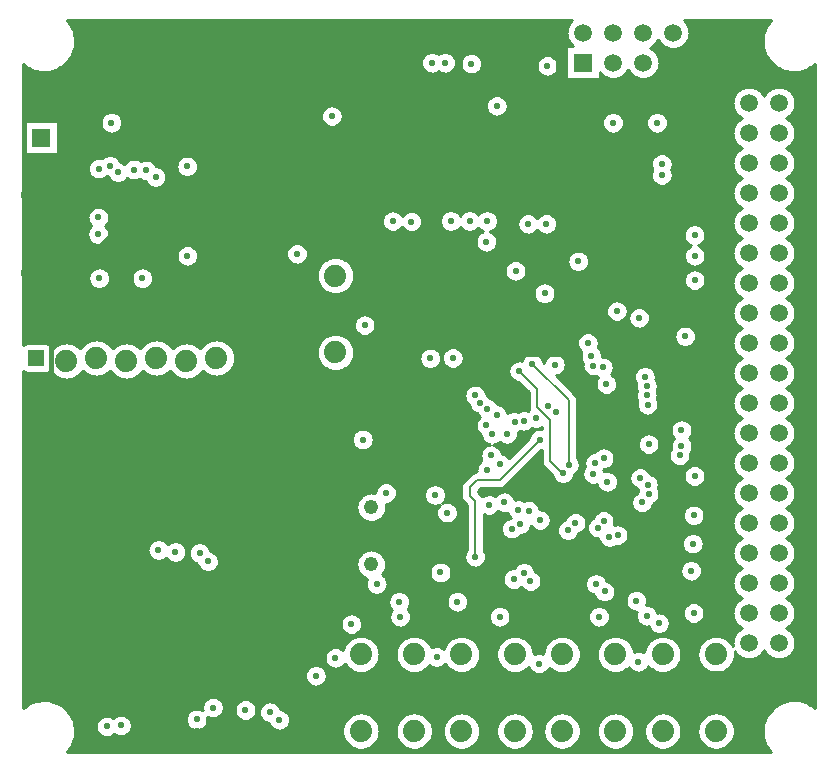
<source format=gbr>
%TF.GenerationSoftware,Novarm,DipTrace,3.2.0.1*%
%TF.CreationDate,2018-02-15T15:07:34-08:00*%
%FSLAX26Y26*%
%MOIN*%
%TF.FileFunction,Copper,L4,Bot*%
%TF.Part,Single*%
%AMOUTLINE1*
4,1,4,
0.026163,0.026163,
0.026205,-0.026121,
-0.026121,-0.026205,
-0.026163,0.026163,
0.026163,0.026163,
0*%
%TA.AperFunction,Conductor*%
%ADD15C,0.006*%
%ADD16C,0.015748*%
%ADD18C,0.008*%
%TA.AperFunction,CopperBalancing*%
%ADD20C,0.01*%
%TA.AperFunction,ComponentPad*%
%ADD33R,0.059055X0.059055*%
%ADD34C,0.059055*%
%ADD38O,0.070866X0.043307*%
%ADD45C,0.074*%
%ADD60R,0.05937X0.05937*%
%ADD61C,0.05937*%
%ADD65C,0.048*%
%TA.AperFunction,ViaPad*%
%ADD66C,0.021654*%
%TA.AperFunction,ComponentPad*%
%ADD142OUTLINE1*%
G75*
G01*
%LPD*%
X548817Y2276251D2*
D16*
Y2104907D1*
X556499Y2097225D1*
X668987D1*
X768977Y2197214D1*
X787998D1*
Y2194089D1*
X837719D1*
X1153311Y2240960D2*
X1240802D1*
X1287765D1*
X1328293D1*
X1287765Y2012516D2*
Y2240960D1*
Y1756516D2*
Y2012516D1*
Y1756516D2*
X1197767D1*
X1169016Y1727765D1*
X787865Y2525264D2*
Y2512666D1*
X931516Y2369015D1*
Y2194089D1*
X886617D1*
X837719D1*
X681486Y1922243D2*
X548817D1*
X474233D1*
Y1842026D1*
X481507Y1834752D1*
X681486Y1922243D2*
X825221D1*
X1983511Y1769147D2*
Y1736924D1*
X1934479Y1687893D1*
X1434532D1*
X1365908Y1756516D1*
X1287765D1*
X1983511Y1769147D2*
X2065891Y1750398D1*
X2234460D1*
X2253196Y1769134D1*
X2065891Y1853391D2*
Y1750398D1*
X1877481Y1948051D2*
X1971231D1*
X2065891Y1853391D1*
X1578496Y2350361D2*
Y2297433D1*
X1522023Y2240960D1*
X1328293D1*
X1747788Y2318865D2*
X1609992D1*
X1578496Y2350361D1*
X2054087Y2318865D2*
X1747788D1*
X2125347Y2357448D2*
Y2338087D1*
X2106125Y2318865D1*
X2054087D1*
X2141095Y2796424D2*
X2172681D1*
X2206326Y2762780D1*
Y2584673D1*
Y2438427D1*
X2125347Y2357448D1*
X1578496Y2794256D2*
X1605454Y2821214D1*
X1961961D1*
X1578496Y2794256D2*
Y2350361D1*
X1129057Y2709639D2*
X622086D1*
X484631Y2572185D1*
X2206326Y2584673D2*
X2453428D1*
X2590891Y2722137D1*
X2944016Y687765D2*
X2844016D1*
X2665420D1*
X2544525Y566870D1*
X2478172Y500517D1*
X2544525Y566870D2*
X2140160D1*
X1807851D1*
X1462654D1*
Y497393D1*
X1465089Y494957D1*
X1802625Y495852D2*
Y561645D1*
X1807851Y566870D1*
X2140160Y495852D2*
Y566870D1*
X481507Y1834752D2*
Y1831628D1*
X515878Y1797256D1*
Y994215D1*
X1465089Y494957D2*
D15*
X1307110D1*
X1257906Y445752D1*
X1202936Y681516D2*
D16*
X1075194D1*
X819607Y994016D2*
X968756D1*
X1150187D1*
X1328095D2*
X1271008D1*
X1150187D1*
X736929D2*
X819607D1*
X736929D2*
X515878Y994215D1*
X1202936Y681516D2*
Y500721D1*
X1257906Y445752D1*
X1797139Y1214587D2*
Y1128722D1*
X1728390Y1059973D1*
X1328095Y994016D2*
X1453479D1*
X1509524Y937971D1*
X1634511D1*
X1728390Y1031851D1*
Y1059973D1*
X1331614Y847159D2*
Y810194D1*
X1202936Y681516D1*
X2253196Y1769134D2*
Y1691017D1*
X2412554Y1531659D1*
X2506244D1*
X2562538Y1587953D1*
Y1681643D1*
X2023609Y1027101D2*
X2075089Y1078582D1*
X2397332D1*
X2529693Y1210943D1*
X869238Y524675D2*
X801079Y456516D1*
X656744D1*
X639767Y473494D1*
X750011Y680841D2*
Y634386D1*
X640865Y525240D1*
Y456516D1*
X656744D1*
X750011Y680841D2*
X1075194Y681516D1*
X1271008Y994016D2*
Y907765D1*
X1331614Y847159D1*
X1002629Y493155D2*
X1195370D1*
X1202936Y500721D1*
X2023609Y1027101D2*
X1898760D1*
X1797139Y1128722D1*
X787998Y2197214D2*
Y2250496D1*
X887625Y2194089D2*
X1012701D1*
X1059571Y2240960D1*
X886617Y2194089D2*
Y2249116D1*
X887767Y2250265D1*
X1059571Y2240960D2*
X1153311D1*
X887625Y2194089D2*
Y2144156D1*
X548817Y2276251D2*
X453251D1*
X449314Y2280188D1*
X459075D1*
X572122Y2393235D1*
Y2519055D1*
X518992Y2572185D1*
X484631D1*
X449314Y2020345D2*
X545692D1*
X548817Y1922243D1*
X545692Y2020345D2*
X548817Y2104907D1*
X787998Y2194089D2*
Y2144095D1*
X1831365Y1394173D2*
D18*
X1728390Y1291198D1*
D16*
Y1283336D1*
X1797139Y1214587D1*
X1928391Y1665891D2*
Y1682490D1*
X1934479Y1687893D1*
X2243822Y1381675D2*
D15*
Y1597277D1*
X2121960Y1719139D1*
X1931355Y1075104D2*
Y1259813D1*
X1912607Y1278561D1*
Y1306683D1*
X1937604Y1331680D1*
X2012596D1*
X2146957Y1466041D1*
X2225074Y1353553D2*
X2221979D1*
X2181328Y1394204D1*
Y1531704D1*
X2137583Y1575449D1*
Y1634824D1*
X2078265Y1694142D1*
D66*
X1278298Y531764D3*
X1400160Y678624D3*
X971173Y2376227D3*
X972080Y2078477D3*
X713271Y2378983D3*
X675236Y2150267D3*
Y2206588D3*
X740855Y2356572D3*
X1562767Y1847251D3*
X548817Y2276251D3*
X837719Y2194089D3*
X1153311Y2240960D3*
X1240802D3*
X1328293D3*
X787865Y2525264D3*
X681486Y1922243D3*
X481507Y1834752D3*
X825221Y1922243D3*
X681486D3*
X1983511Y1769147D3*
X2253196Y1769134D3*
X1983511Y1769147D3*
X2065891Y1853391D3*
X1877481Y1948051D3*
X2065891Y1853391D3*
X1578496Y2350361D3*
X1747788Y2318865D3*
X1578496Y2350361D3*
X2054087Y2318865D3*
X1747788D3*
X2125347Y2357448D3*
X2054087Y2318865D3*
X2141095Y2796424D3*
X2206326Y2584673D3*
X2125347Y2357448D3*
X1578496Y2794256D3*
X1961961Y2821214D3*
X1578496Y2794256D3*
Y2350361D3*
X1129057Y2709639D3*
X2478172Y500517D3*
X1465089Y494957D3*
X1802625Y495852D3*
X2140160D3*
X515878Y994215D3*
X1257906Y445752D3*
D3*
D3*
X1202936Y681516D3*
X1075194D3*
X819607Y994016D3*
X968756D3*
X1150187D3*
X1328095D3*
X736929D3*
X819607D3*
X736929D3*
X1202936Y681516D3*
X1797139Y1214587D3*
X1728390Y1059973D3*
X1328095Y994016D3*
X1331614Y847159D3*
X1202936Y681516D3*
X2562538Y1681643D3*
X2023609Y1027101D3*
X2529693Y1210943D3*
X869238Y524675D3*
X639767Y473494D3*
X750011Y680841D3*
D3*
X1331614Y847159D3*
X1002629Y493155D3*
X2023609Y1027101D3*
X787998Y2250496D3*
X1059571Y2240960D3*
X887767Y2250265D3*
X1153311Y2240960D3*
X887625Y2144156D3*
X548817Y2276251D3*
X545692Y2020345D3*
X787998Y2144095D3*
X1831365Y1394173D3*
X1728390Y1291198D3*
X1797139Y1214587D3*
X1928391Y1665891D3*
X2656516Y1119019D3*
X2509641Y1284641D3*
X2656516Y1119019D3*
X2356722Y1706391D3*
X2162580Y1953391D3*
X2662765Y2078391D3*
X2003222Y2578424D3*
X2651572Y1028587D3*
X2487546Y1256735D3*
X2651572Y1028587D3*
X1040823Y1059834D3*
X2651572Y1028587D3*
X2368809Y1650397D3*
X2662767Y1997302D3*
D3*
X2275068Y2059729D3*
X1831365Y2722159D3*
X2477897Y1871646D3*
X2503170Y878603D3*
X2543790Y853605D3*
X2325063Y1350631D3*
X2496920Y1675394D3*
X2631281Y1809755D3*
X1984474Y1412922D3*
X2012596Y1384799D3*
X2075089Y1231691D3*
X875215Y1097330D3*
X2053217Y1169197D3*
X931460Y1091080D3*
X2093838Y1022338D3*
X2081338Y1184822D3*
X2109461Y1228566D3*
X2146957Y1197319D3*
X2115710Y994215D3*
X2243822Y1381675D3*
X2121960Y1719139D3*
X1968851Y2125347D3*
X2240697Y1162948D3*
X2265694Y1187945D3*
X2028219Y1256688D3*
X1978225Y1247314D3*
X2503391Y1644016D3*
X2503170Y1612901D3*
X2506294Y1581654D3*
X2619016Y1497141D3*
X2509419Y1450418D3*
X2619016Y1444016D3*
X2612765Y1412765D3*
X2359435Y1403547D3*
X1634511Y1287935D3*
X1556394Y1466041D3*
X2468798Y928597D3*
X1518898Y850481D3*
X865841Y2340949D3*
X793974Y2365946D3*
X1781670Y1736273D3*
X2371933Y1325431D3*
X2481516Y1337765D3*
X2662528Y1344179D3*
X2537541Y2522180D3*
X2197141Y1715891D3*
X2553164Y2384694D3*
X2506516Y1315891D3*
X2659465Y1212943D3*
X1012520Y1087775D3*
X2659465Y1212943D3*
X2662764Y2147139D3*
X2403391Y1894016D3*
X2325142Y1712642D3*
X2403391Y1894016D3*
X1918856Y2719034D3*
X2362559Y959844D3*
X703391Y509641D3*
X1603264Y984841D3*
X1678256Y925473D3*
X2362559Y959844D3*
X1871986Y925473D3*
X1247051Y556761D3*
X1678256Y925473D3*
X1002629Y532919D3*
X1247051Y556761D3*
X1970831Y2194016D3*
X1850267D3*
X1912859D3*
X2171954Y2711777D3*
X1970831Y2194016D3*
X2334437Y984841D3*
X750265Y512765D3*
X1815742Y1022849D3*
X2334437Y984841D3*
X1165810Y564488D3*
X1057747Y572683D3*
X1165810Y564488D3*
X2003222Y1547282D3*
X1465778Y737992D3*
X2062591Y1525410D3*
X1803243Y741117D3*
X2134458Y1537908D3*
X2143832Y719244D3*
X2175079Y1578529D3*
X2340687Y1172322D3*
X2378183Y1141075D3*
X2475267Y725516D3*
X1987599Y1484789D3*
X1947141Y1587767D3*
X1931516Y1612765D3*
X1972141Y1569016D3*
X1969016Y1512765D3*
X834595Y2362822D3*
X1856372Y1737897D3*
X2331313Y1387924D3*
X2390891Y2522141D3*
X2553164Y2347198D3*
X2306717Y1787966D3*
X1837614Y1222317D3*
X1453391Y2544016D3*
X676328Y2369071D3*
X822096Y2003485D3*
X678361D3*
X718982Y2522180D3*
X2107996Y2184715D3*
X2168826D3*
X2065891Y2028113D3*
X2318814Y1744137D3*
X2065891Y2028113D3*
X2107996Y2184715D3*
X2059466Y1000465D3*
X2037593Y1484789D3*
X1681381Y875478D3*
X2093838Y1528213D3*
X2012767Y875267D3*
X2344016Y875264D3*
X1931355Y1075104D3*
X2146957Y1466041D3*
X2659643Y887764D3*
X2406305Y1147324D3*
X2359435Y1194194D3*
X2200076Y1556656D3*
X1797139Y1281516D3*
X1971839Y1365915D3*
X1337667Y2084726D3*
X1719007Y2192194D3*
X1656516Y2194016D3*
X1787620Y2722159D3*
X1719007Y2192194D3*
X2225074Y1353553D3*
X2078265Y1694142D3*
X1719007Y2192194D3*
X579205Y2854322D2*
D20*
X2245193D1*
X2636588D2*
X2908827D1*
X585456Y2844453D2*
X2239529D1*
X2642252D2*
X2902576D1*
X590299Y2834584D2*
X2236229D1*
X2645553D2*
X2897733D1*
X593912Y2824715D2*
X2234861D1*
X2646920D2*
X2894120D1*
X596452Y2814847D2*
X2235292D1*
X2646491D2*
X2891580D1*
X597995Y2804978D2*
X2237537D1*
X2644244D2*
X2890037D1*
X598561Y2795109D2*
X2241893D1*
X2639889D2*
X2889471D1*
X598209Y2785240D2*
X2248983D1*
X2532799D2*
X2548983D1*
X2632799D2*
X2889823D1*
X596881Y2775372D2*
X2234803D1*
X2521003D2*
X2560780D1*
X2621003D2*
X2891151D1*
X594576Y2765503D2*
X2234803D1*
X2525865D2*
X2893456D1*
X591197Y2755634D2*
X1772772D1*
X1802467D2*
X1816521D1*
X1846217D2*
X2234803D1*
X2535612D2*
X2896835D1*
X586647Y2745765D2*
X1759139D1*
X1859849D2*
X1893397D1*
X1944303D2*
X2158416D1*
X2185495D2*
X2234803D1*
X2541647D2*
X2901385D1*
X580729Y2735897D2*
X1753104D1*
X1865885D2*
X1885799D1*
X1951920D2*
X2143924D1*
X2199987D2*
X2234803D1*
X2545221D2*
X2907303D1*
X573131Y2726028D2*
X1750604D1*
X1868385D2*
X1882303D1*
X1955397D2*
X2137655D1*
X2206256D2*
X2234803D1*
X2546843D2*
X2914901D1*
X563288Y2716159D2*
X1750897D1*
X1868092D2*
X1881736D1*
X1955964D2*
X2134999D1*
X2208912D2*
X2234803D1*
X2546647D2*
X2924744D1*
X425025Y2706290D2*
X437987D1*
X550045D2*
X1754061D1*
X1864928D2*
X1883944D1*
X1953776D2*
X2135155D1*
X2208756D2*
X2234803D1*
X2544655D2*
X2937987D1*
X3050045D2*
X3063007D1*
X425025Y2696422D2*
X458377D1*
X529655D2*
X1761131D1*
X1857857D2*
X1889549D1*
X1948151D2*
X2138143D1*
X2205768D2*
X2234803D1*
X2540612D2*
X2958377D1*
X3029655D2*
X3063007D1*
X425025Y2686553D2*
X1779940D1*
X1795299D2*
X1823689D1*
X1839049D2*
X1901815D1*
X1935904D2*
X2144960D1*
X2198952D2*
X2234803D1*
X2433932D2*
X2447849D1*
X2533932D2*
X3063007D1*
X425025Y2676684D2*
X2161971D1*
X2181940D2*
X2234803D1*
X2346979D2*
X2358768D1*
X2423015D2*
X2458768D1*
X2523015D2*
X3063007D1*
X425025Y2666815D2*
X3063007D1*
X425025Y2656946D2*
X3063007D1*
X425025Y2647078D2*
X3063007D1*
X425025Y2637209D2*
X2819100D1*
X2868932D2*
X2919100D1*
X2968932D2*
X3063007D1*
X425025Y2627340D2*
X2804920D1*
X2883112D2*
X2904920D1*
X2983112D2*
X3063007D1*
X425025Y2617471D2*
X2796815D1*
X2891217D2*
X2896830D1*
X2991217D2*
X3063007D1*
X425025Y2607603D2*
X1980760D1*
X2025689D2*
X2791796D1*
X2996236D2*
X3063007D1*
X425025Y2597734D2*
X1971561D1*
X2034869D2*
X2789003D1*
X2999029D2*
X3063007D1*
X425025Y2587865D2*
X1967244D1*
X2039205D2*
X2788084D1*
X2999948D2*
X3063007D1*
X425025Y2577996D2*
X1439843D1*
X1466960D2*
X1965995D1*
X2040456D2*
X2788964D1*
X2999068D2*
X3063007D1*
X425025Y2568128D2*
X1425349D1*
X1481432D2*
X1967499D1*
X2038952D2*
X2791717D1*
X2996315D2*
X3063007D1*
X425025Y2558259D2*
X714705D1*
X723247D2*
X1419080D1*
X1487701D2*
X1972128D1*
X2034323D2*
X2387088D1*
X2394704D2*
X2533260D1*
X2541796D2*
X2796679D1*
X2991353D2*
X3063007D1*
X425025Y2548390D2*
X692967D1*
X744987D2*
X1416424D1*
X1490357D2*
X1981971D1*
X2024479D2*
X2364920D1*
X2416861D2*
X2511541D1*
X2563541D2*
X2804725D1*
X2983307D2*
X3063007D1*
X425025Y2538521D2*
X685643D1*
X752311D2*
X1416580D1*
X1490201D2*
X2357576D1*
X2424205D2*
X2504217D1*
X2570865D2*
X2818689D1*
X2969343D2*
X3063007D1*
X425025Y2528652D2*
X682343D1*
X755631D2*
X1419588D1*
X1487193D2*
X2354256D1*
X2427525D2*
X2500897D1*
X2574185D2*
X2806347D1*
X2981685D2*
X3063007D1*
X540553Y2518784D2*
X681912D1*
X756041D2*
X1426404D1*
X1480377D2*
X2353827D1*
X2427956D2*
X2500467D1*
X2574616D2*
X2797693D1*
X2990339D2*
X3063007D1*
X540553Y2508915D2*
X684276D1*
X753697D2*
X1443436D1*
X1463347D2*
X2356171D1*
X2425612D2*
X2502831D1*
X2572252D2*
X2792323D1*
X2995709D2*
X3063007D1*
X540553Y2499046D2*
X690096D1*
X747857D2*
X2361971D1*
X2419811D2*
X2508671D1*
X2566412D2*
X2789256D1*
X2998776D2*
X3063007D1*
X540553Y2489177D2*
X703045D1*
X734928D2*
X2374861D1*
X2406920D2*
X2521600D1*
X2553483D2*
X2788104D1*
X2999928D2*
X3063007D1*
X540553Y2479309D2*
X2788748D1*
X2999284D2*
X3063007D1*
X540553Y2469440D2*
X2791229D1*
X2996803D2*
X3063007D1*
X540553Y2459571D2*
X2795877D1*
X2992155D2*
X3063007D1*
X540553Y2449702D2*
X2803416D1*
X2984616D2*
X3063007D1*
X540553Y2439834D2*
X2816189D1*
X2971843D2*
X3063007D1*
X540553Y2429965D2*
X2807849D1*
X2980183D2*
X3063007D1*
X540553Y2420096D2*
X2544471D1*
X2561861D2*
X2798612D1*
X2989420D2*
X3063007D1*
X425025Y2410227D2*
X693944D1*
X732604D2*
X957675D1*
X984675D2*
X2526464D1*
X2579869D2*
X2792889D1*
X2995143D2*
X3063007D1*
X425025Y2400359D2*
X657068D1*
X743521D2*
X781659D1*
X806296D2*
X943163D1*
X999185D2*
X2519491D1*
X2586823D2*
X2789549D1*
X2998483D2*
X3063007D1*
X425025Y2390490D2*
X646112D1*
X754576D2*
X766327D1*
X858971D2*
X936873D1*
X1005475D2*
X2516404D1*
X2589928D2*
X2788163D1*
X2999869D2*
X3063007D1*
X425025Y2380621D2*
X640995D1*
X867155D2*
X934217D1*
X1008131D2*
X2516171D1*
X2590163D2*
X2788553D1*
X2999479D2*
X3063007D1*
X425025Y2370752D2*
X639139D1*
X887428D2*
X934353D1*
X1007975D2*
X2518729D1*
X2587604D2*
X2790799D1*
X2997233D2*
X3063007D1*
X425025Y2360883D2*
X640037D1*
X897096D2*
X937361D1*
X1004987D2*
X2518631D1*
X2587701D2*
X2795116D1*
X2992916D2*
X3063007D1*
X425025Y2351015D2*
X643924D1*
X901647D2*
X944159D1*
X998189D2*
X2516131D1*
X2590183D2*
X2802185D1*
X2985847D2*
X3063007D1*
X425025Y2341146D2*
X652244D1*
X700397D2*
X707058D1*
X903072D2*
X961131D1*
X981217D2*
X2516444D1*
X2589889D2*
X2813964D1*
X2974068D2*
X3063007D1*
X425025Y2331277D2*
X713924D1*
X767780D2*
X782460D1*
X805475D2*
X815780D1*
X901744D2*
X2519628D1*
X2586705D2*
X2809491D1*
X2978541D2*
X3063007D1*
X425025Y2321408D2*
X731151D1*
X750572D2*
X834335D1*
X897349D2*
X2526717D1*
X2579596D2*
X2799588D1*
X2988444D2*
X3063007D1*
X425025Y2311540D2*
X843689D1*
X887995D2*
X2545780D1*
X2560553D2*
X2793495D1*
X2994537D2*
X3063007D1*
X425025Y2301671D2*
X2789881D1*
X2998151D2*
X3063007D1*
X425025Y2291802D2*
X2788240D1*
X2999792D2*
X3063007D1*
X425025Y2281933D2*
X2788397D1*
X2999635D2*
X3063007D1*
X425025Y2272065D2*
X2790389D1*
X2997643D2*
X3063007D1*
X425025Y2262196D2*
X2794412D1*
X2993620D2*
X3063007D1*
X425025Y2252327D2*
X2801053D1*
X2986979D2*
X3063007D1*
X425025Y2242458D2*
X669159D1*
X681315D2*
X2811971D1*
X2976061D2*
X3063007D1*
X425025Y2232589D2*
X649003D1*
X701471D2*
X2811268D1*
X2976764D2*
X3063007D1*
X425025Y2222721D2*
X641796D1*
X708679D2*
X1633416D1*
X1679616D2*
X1698495D1*
X1739517D2*
X1827167D1*
X1873365D2*
X1889764D1*
X1935964D2*
X1947733D1*
X1993932D2*
X2800643D1*
X2987389D2*
X3063007D1*
X425025Y2212852D2*
X638553D1*
X711920D2*
X1624568D1*
X1749772D2*
X1818319D1*
X2002780D2*
X2084179D1*
X2131823D2*
X2144999D1*
X2192643D2*
X2794159D1*
X2993873D2*
X3063007D1*
X425025Y2202983D2*
X638183D1*
X712292D2*
X1620408D1*
X1754596D2*
X1814159D1*
X2006940D2*
X2075721D1*
X2201100D2*
X2790233D1*
X2997799D2*
X3063007D1*
X425025Y2193114D2*
X640604D1*
X709869D2*
X1619296D1*
X1756217D2*
X1813045D1*
X2008053D2*
X2071756D1*
X2205065D2*
X2788357D1*
X2999675D2*
X3063007D1*
X425025Y2183246D2*
X646541D1*
X703932D2*
X1620936D1*
X1755104D2*
X1814685D1*
X2006412D2*
X2070799D1*
X2206021D2*
X2658807D1*
X2666725D2*
X2788280D1*
X2999752D2*
X3063007D1*
X425025Y2173377D2*
X646347D1*
X704128D2*
X1625740D1*
X1750964D2*
X1819491D1*
X2001608D2*
X2072596D1*
X2204225D2*
X2636776D1*
X2688736D2*
X2789999D1*
X2998033D2*
X3063007D1*
X425025Y2163508D2*
X640525D1*
X709948D2*
X1635975D1*
X1677057D2*
X1695877D1*
X1742135D2*
X1829725D1*
X1870807D2*
X1892323D1*
X1933385D2*
X1950292D1*
X1991373D2*
X2077635D1*
X2199205D2*
X2629452D1*
X2696080D2*
X2793729D1*
X2994303D2*
X3063007D1*
X425025Y2153639D2*
X638163D1*
X712311D2*
X1945233D1*
X1992467D2*
X2088377D1*
X2127624D2*
X2149197D1*
X2188444D2*
X2626131D1*
X2699401D2*
X2799979D1*
X2988053D2*
X3063007D1*
X425025Y2143771D2*
X638592D1*
X711881D2*
X1936659D1*
X2001041D2*
X2625701D1*
X2699831D2*
X2810135D1*
X2977897D2*
X3063007D1*
X425025Y2133902D2*
X641912D1*
X708561D2*
X1932655D1*
X2005045D2*
X2628045D1*
X2697487D2*
X2813201D1*
X2974831D2*
X3063007D1*
X425025Y2124033D2*
X649256D1*
X701217D2*
X1931639D1*
X2006061D2*
X2633865D1*
X2691667D2*
X2801756D1*
X2986276D2*
X3063007D1*
X425025Y2114164D2*
X671229D1*
X679234D2*
X964861D1*
X979303D2*
X1315545D1*
X1359772D2*
X1933397D1*
X2004303D2*
X2646756D1*
X2678756D2*
X2794843D1*
X2993189D2*
X3063007D1*
X425025Y2104296D2*
X945663D1*
X998483D2*
X1306189D1*
X1369147D2*
X1938377D1*
X1999343D2*
X2636444D1*
X2689088D2*
X2790643D1*
X2997389D2*
X3063007D1*
X425025Y2094427D2*
X938553D1*
X1005612D2*
X1301756D1*
X1373580D2*
X1948983D1*
X1988736D2*
X2263651D1*
X2286471D2*
X2629276D1*
X2696256D2*
X2788495D1*
X2999537D2*
X3063007D1*
X425025Y2084558D2*
X935369D1*
X1008796D2*
X1300448D1*
X1374889D2*
X2247693D1*
X2302448D2*
X2626072D1*
X2699460D2*
X2788183D1*
X2999849D2*
X3063007D1*
X425025Y2074689D2*
X935057D1*
X1009108D2*
X1301853D1*
X1373483D2*
X1459452D1*
X1472076D2*
X2241072D1*
X2309068D2*
X2625721D1*
X2699811D2*
X2789667D1*
X2998365D2*
X3063007D1*
X425025Y2064820D2*
X937517D1*
X1006628D2*
X1306404D1*
X1368932D2*
X1430740D1*
X1500788D2*
X2238201D1*
X2311940D2*
X2628183D1*
X2697349D2*
X2793104D1*
X2994928D2*
X3063007D1*
X425025Y2054952D2*
X943533D1*
X1000631D2*
X1316033D1*
X1359303D2*
X1419021D1*
X1512507D2*
X2040565D1*
X2091217D2*
X2238163D1*
X2311979D2*
X2634139D1*
X2691393D2*
X2798964D1*
X2989068D2*
X3063007D1*
X425025Y2045083D2*
X957029D1*
X987116D2*
X1411541D1*
X1519987D2*
X2032889D1*
X2098893D2*
X2240936D1*
X2309205D2*
X2647517D1*
X2678015D2*
X2808436D1*
X2979596D2*
X3063007D1*
X425025Y2035214D2*
X659881D1*
X696843D2*
X803612D1*
X840572D2*
X1406639D1*
X1524889D2*
X2029373D1*
X2102408D2*
X2247401D1*
X2302740D2*
X2815349D1*
X2972683D2*
X3063007D1*
X425025Y2025345D2*
X648475D1*
X708248D2*
X792205D1*
X851979D2*
X1403689D1*
X1527839D2*
X2028768D1*
X2103015D2*
X2262655D1*
X2287487D2*
X2638827D1*
X2686705D2*
X2802948D1*
X2985084D2*
X3063007D1*
X425025Y2015477D2*
X643183D1*
X713541D2*
X786912D1*
X857272D2*
X1402440D1*
X1529088D2*
X2030936D1*
X2100847D2*
X2630428D1*
X2695104D2*
X2795584D1*
X2992448D2*
X3063007D1*
X425025Y2005608D2*
X641189D1*
X715533D2*
X784940D1*
X859264D2*
X1402752D1*
X1528776D2*
X2036503D1*
X2095280D2*
X2626503D1*
X2699029D2*
X2791072D1*
X2996960D2*
X3063007D1*
X425025Y1995739D2*
X641971D1*
X714752D2*
X785701D1*
X858483D2*
X1404667D1*
X1526861D2*
X2048631D1*
X2083151D2*
X2625565D1*
X2699967D2*
X2788671D1*
X2999361D2*
X3063007D1*
X425025Y1985870D2*
X645701D1*
X711021D2*
X789432D1*
X854752D2*
X1408339D1*
X1523189D2*
X2145525D1*
X2179635D2*
X2627381D1*
X2698151D2*
X2788124D1*
X2999908D2*
X3063007D1*
X425025Y1976002D2*
X653768D1*
X702956D2*
X797499D1*
X846705D2*
X1414159D1*
X1517369D2*
X2133280D1*
X2191881D2*
X2632460D1*
X2693072D2*
X2789353D1*
X2998679D2*
X3063007D1*
X425025Y1966133D2*
X1423025D1*
X1508503D2*
X2127675D1*
X2197487D2*
X2643299D1*
X2682233D2*
X2792517D1*
X2995515D2*
X3063007D1*
X425025Y1956264D2*
X1437752D1*
X1493776D2*
X2125467D1*
X2199693D2*
X2798025D1*
X2990007D2*
X3063007D1*
X425025Y1946395D2*
X2126033D1*
X2199128D2*
X2806893D1*
X2981139D2*
X3063007D1*
X425025Y1936526D2*
X2129511D1*
X2195651D2*
X2817733D1*
X2970299D2*
X3063007D1*
X425025Y1926658D2*
X2137128D1*
X2188033D2*
X2386679D1*
X2420104D2*
X2804236D1*
X2983796D2*
X3063007D1*
X425025Y1916789D2*
X2374217D1*
X2432565D2*
X2796385D1*
X2991647D2*
X3063007D1*
X425025Y1906920D2*
X2368533D1*
X2438248D2*
X2468651D1*
X2487155D2*
X2791541D1*
X2996491D2*
X3063007D1*
X425025Y1897051D2*
X2366288D1*
X2440495D2*
X2451072D1*
X2504713D2*
X2788885D1*
X2999147D2*
X3063007D1*
X425025Y1887183D2*
X2366815D1*
X2511628D2*
X2788084D1*
X2999948D2*
X3063007D1*
X425025Y1877314D2*
X1541561D1*
X1583971D2*
X2370252D1*
X2514675D2*
X2789100D1*
X2998932D2*
X3063007D1*
X425025Y1867445D2*
X1531697D1*
X1593835D2*
X2377772D1*
X2429011D2*
X2440916D1*
X2514869D2*
X2791991D1*
X2996041D2*
X3063007D1*
X425025Y1857576D2*
X1527049D1*
X1598483D2*
X2443515D1*
X2512272D2*
X2797128D1*
X2990904D2*
X3063007D1*
X425025Y1847708D2*
X1525545D1*
X1599987D2*
X2449705D1*
X2506080D2*
X2805428D1*
X2982604D2*
X3063007D1*
X425025Y1837839D2*
X1526776D1*
X1598756D2*
X2463885D1*
X2491920D2*
X2607401D1*
X2655163D2*
X2820116D1*
X2967916D2*
X3063007D1*
X425025Y1827970D2*
X1531092D1*
X1594440D2*
X2598964D1*
X2663600D2*
X2805584D1*
X2982448D2*
X3063007D1*
X425025Y1818101D2*
X1454705D1*
X1476823D2*
X1540252D1*
X1585280D2*
X2285604D1*
X2327819D2*
X2595037D1*
X2667525D2*
X2797225D1*
X2990807D2*
X3063007D1*
X425025Y1808233D2*
X1429843D1*
X1501685D2*
X2275683D1*
X2337740D2*
X2594080D1*
X2668483D2*
X2792049D1*
X2995983D2*
X3063007D1*
X425025Y1798364D2*
X653124D1*
X684908D2*
X853124D1*
X884908D2*
X1053124D1*
X1084908D2*
X1418475D1*
X1513053D2*
X2271015D1*
X2342428D2*
X2595897D1*
X2666667D2*
X2789120D1*
X2998912D2*
X3063007D1*
X425025Y1788495D2*
X435408D1*
X502624D2*
X553671D1*
X584361D2*
X631679D1*
X706353D2*
X753671D1*
X784361D2*
X831679D1*
X906353D2*
X953671D1*
X984361D2*
X1031679D1*
X1106353D2*
X1411189D1*
X1520339D2*
X2269491D1*
X2343932D2*
X2600956D1*
X2661608D2*
X2788084D1*
X2999948D2*
X3063007D1*
X516901Y1778626D2*
X531873D1*
X606159D2*
X620857D1*
X717175D2*
X731873D1*
X806159D2*
X820857D1*
X917175D2*
X931873D1*
X1006159D2*
X1020857D1*
X1117175D2*
X1406404D1*
X1525124D2*
X2270721D1*
X2342721D2*
X2611756D1*
X2650807D2*
X2788847D1*
X2999185D2*
X3063007D1*
X1124167Y1768757D2*
X1403572D1*
X1527956D2*
X1764628D1*
X1798697D2*
X1836404D1*
X1876353D2*
X2274999D1*
X2346393D2*
X2791483D1*
X2996549D2*
X3063007D1*
X1128736Y1758889D2*
X1402401D1*
X1529128D2*
X1752361D1*
X1810964D2*
X1825839D1*
X1886901D2*
X2284100D1*
X2352897D2*
X2796288D1*
X2991744D2*
X3063007D1*
X1131393Y1749020D2*
X1402811D1*
X1528717D2*
X1746756D1*
X1891843D2*
X2100487D1*
X2143444D2*
X2181483D1*
X2212799D2*
X2281912D1*
X2355709D2*
X2804080D1*
X2983952D2*
X3063007D1*
X1132408Y1739151D2*
X1404823D1*
X1526705D2*
X1744549D1*
X1893580D2*
X2090760D1*
X2153151D2*
X2168357D1*
X2225904D2*
X2281932D1*
X2373189D2*
X2817440D1*
X2970592D2*
X3063007D1*
X1131843Y1729282D2*
X1408631D1*
X1522916D2*
X1745116D1*
X1892565D2*
X2068456D1*
X2231803D2*
X2284764D1*
X2385807D2*
X2807049D1*
X2980983D2*
X3063007D1*
X1129655Y1719414D2*
X1414588D1*
X1516940D2*
X1748612D1*
X1814733D2*
X1824217D1*
X1888521D2*
X2051307D1*
X2234205D2*
X2288553D1*
X2391529D2*
X2798124D1*
X2989908D2*
X3063007D1*
X1125671Y1709545D2*
X1423689D1*
X1507839D2*
X1756209D1*
X1807116D2*
X1832811D1*
X1879928D2*
X2044471D1*
X2233815D2*
X2288045D1*
X2393815D2*
X2483827D1*
X2510007D2*
X2792596D1*
X2995436D2*
X3063007D1*
X1119440Y1699676D2*
X1439021D1*
X1492507D2*
X2041464D1*
X2230533D2*
X2290311D1*
X2393327D2*
X2469041D1*
X2524811D2*
X2789393D1*
X2998639D2*
X3063007D1*
X509185Y1689807D2*
X518495D1*
X619537D2*
X628084D1*
X709948D2*
X718495D1*
X819537D2*
X828084D1*
X909948D2*
X918495D1*
X1019537D2*
X1028084D1*
X1109948D2*
X2041307D1*
X2223288D2*
X2296015D1*
X2389928D2*
X2462693D1*
X2531159D2*
X2788124D1*
X2999908D2*
X3063007D1*
X425025Y1679939D2*
X527928D1*
X610104D2*
X644568D1*
X693464D2*
X727928D1*
X810104D2*
X844568D1*
X893464D2*
X927928D1*
X1010104D2*
X1044568D1*
X1093464D2*
X2043944D1*
X2202584D2*
X2308553D1*
X2390768D2*
X2459979D1*
X2533853D2*
X2788651D1*
X2999381D2*
X3063007D1*
X425025Y1670070D2*
X544256D1*
X593776D2*
X744256D1*
X793776D2*
X944256D1*
X993776D2*
X2050193D1*
X2212193D2*
X2337381D1*
X2400221D2*
X2460096D1*
X2533756D2*
X2791015D1*
X2997017D2*
X3063007D1*
X425025Y1660201D2*
X2064608D1*
X2222057D2*
X2332928D1*
X2404675D2*
X2463025D1*
X2536803D2*
X2795507D1*
X2992525D2*
X3063007D1*
X425025Y1650332D2*
X2080916D1*
X2231940D2*
X2331580D1*
X2406041D2*
X2466717D1*
X2540065D2*
X2802811D1*
X2985221D2*
X3063007D1*
X425025Y1640464D2*
X1907167D1*
X1955865D2*
X2090780D1*
X2241803D2*
X2332967D1*
X2404655D2*
X2466347D1*
X2540436D2*
X2815096D1*
X2972936D2*
X3063007D1*
X425025Y1630595D2*
X1898983D1*
X1964049D2*
X2100643D1*
X2251667D2*
X2337479D1*
X2400143D2*
X2468748D1*
X2538033D2*
X2808631D1*
X2979401D2*
X3063007D1*
X425025Y1620726D2*
X1895175D1*
X1967857D2*
X2108183D1*
X2261529D2*
X2347029D1*
X2390592D2*
X2466796D1*
X2539537D2*
X2799080D1*
X2988952D2*
X3063007D1*
X425025Y1610857D2*
X1894335D1*
X1976061D2*
X2108183D1*
X2269772D2*
X2465995D1*
X2540339D2*
X2793183D1*
X2994849D2*
X3063007D1*
X425025Y1600988D2*
X1896248D1*
X1990183D2*
X2108183D1*
X2272975D2*
X2467948D1*
X2538385D2*
X2789705D1*
X2998327D2*
X3063007D1*
X425025Y1591120D2*
X1901464D1*
X2001843D2*
X2108183D1*
X2273229D2*
X2470331D1*
X2542272D2*
X2788183D1*
X2999849D2*
X3063007D1*
X425025Y1581251D2*
X1910507D1*
X2016803D2*
X2108183D1*
X2273229D2*
X2469061D1*
X2543521D2*
X2788475D1*
X2999557D2*
X3063007D1*
X425025Y1571382D2*
X1913827D1*
X2031276D2*
X2108475D1*
X2273229D2*
X2470545D1*
X2542037D2*
X2790584D1*
X2997448D2*
X3063007D1*
X425025Y1561513D2*
X1921171D1*
X2037545D2*
X2058612D1*
X2066582D2*
X2078572D1*
X2273229D2*
X2475175D1*
X2537408D2*
X2794764D1*
X2993268D2*
X3063007D1*
X425025Y1551645D2*
X1939353D1*
X2273229D2*
X2484999D1*
X2527584D2*
X2801639D1*
X2986393D2*
X3063007D1*
X425025Y1541776D2*
X1946327D1*
X2273229D2*
X2812987D1*
X2975045D2*
X3063007D1*
X425025Y1531907D2*
X1937264D1*
X2273229D2*
X2607831D1*
X2630201D2*
X2810331D1*
X2977701D2*
X3063007D1*
X425025Y1522038D2*
X1932987D1*
X2273229D2*
X2591697D1*
X2646335D2*
X2800096D1*
X2987936D2*
X3063007D1*
X425025Y1512170D2*
X1931796D1*
X2273229D2*
X2585057D1*
X2652975D2*
X2793807D1*
X2994225D2*
X3063007D1*
X425025Y1502301D2*
X1933339D1*
X2120163D2*
X2126803D1*
X2142135D2*
X2151932D1*
X2273229D2*
X2582167D1*
X2655865D2*
X2790037D1*
X2997995D2*
X3063007D1*
X425025Y1492432D2*
X1530584D1*
X1582213D2*
X1938025D1*
X2078580D2*
X2087167D1*
X2100495D2*
X2121131D1*
X2273229D2*
X2582088D1*
X2655944D2*
X2788280D1*
X2999752D2*
X3063007D1*
X425025Y1482563D2*
X1523163D1*
X1589635D2*
X1948007D1*
X2074752D2*
X2113709D1*
X2273229D2*
X2491717D1*
X2527116D2*
X2584843D1*
X2653189D2*
X2788339D1*
X2999693D2*
X3063007D1*
X425025Y1472694D2*
X1519784D1*
X1593015D2*
X1952460D1*
X2072740D2*
X2110349D1*
X2273229D2*
X2479843D1*
X2538991D2*
X2591288D1*
X2646744D2*
X2790193D1*
X2997839D2*
X3063007D1*
X425025Y1462826D2*
X1519315D1*
X1593483D2*
X1957792D1*
X2067408D2*
X2102576D1*
X2273229D2*
X2474393D1*
X2544460D2*
X2587049D1*
X2650983D2*
X2794080D1*
X2993952D2*
X3063007D1*
X425025Y1452957D2*
X1521620D1*
X1591179D2*
X1969296D1*
X2005885D2*
X2019296D1*
X2055885D2*
X2092713D1*
X2273229D2*
X2472284D1*
X2546549D2*
X2582908D1*
X2655124D2*
X2800525D1*
X2987507D2*
X3063007D1*
X425025Y1443088D2*
X1527361D1*
X1585416D2*
X1963416D1*
X2005533D2*
X2082849D1*
X2273229D2*
X2472948D1*
X2545904D2*
X2581796D1*
X2656236D2*
X2811072D1*
X2976960D2*
X3063007D1*
X425025Y1433219D2*
X1540057D1*
X1572721D2*
X1953475D1*
X2015475D2*
X2072967D1*
X2273229D2*
X2337655D1*
X2381217D2*
X2476541D1*
X2542311D2*
X2581873D1*
X2654596D2*
X2812185D1*
X2975847D2*
X3063007D1*
X425025Y1423351D2*
X1948788D1*
X2020163D2*
X2063104D1*
X2145436D2*
X2151912D1*
X2273229D2*
X2322733D1*
X2390768D2*
X2484335D1*
X2534499D2*
X2577128D1*
X2649772D2*
X2801171D1*
X2986861D2*
X3063007D1*
X425025Y1413482D2*
X1947244D1*
X2035729D2*
X2053240D1*
X2135553D2*
X2151932D1*
X2273229D2*
X2304647D1*
X2395280D2*
X2575545D1*
X2649987D2*
X2794471D1*
X2993561D2*
X3063007D1*
X425025Y1403613D2*
X1948456D1*
X2125689D2*
X2151932D1*
X2273659D2*
X2297655D1*
X2396667D2*
X2576717D1*
X2648815D2*
X2790428D1*
X2997604D2*
X3063007D1*
X425025Y1393744D2*
X1947655D1*
X2115827D2*
X2151932D1*
X2278971D2*
X2294549D1*
X2395319D2*
X2580936D1*
X2644596D2*
X2788416D1*
X2999616D2*
X3063007D1*
X425025Y1383876D2*
X1939373D1*
X2105964D2*
X2153865D1*
X2280983D2*
X2294315D1*
X2390847D2*
X2589901D1*
X2635631D2*
X2788221D1*
X2999811D2*
X3063007D1*
X425025Y1374007D2*
X1935525D1*
X2096080D2*
X2160369D1*
X2280221D2*
X2296385D1*
X2381412D2*
X2640975D1*
X2684088D2*
X2789843D1*
X2998189D2*
X3063007D1*
X425025Y1364138D2*
X1934647D1*
X2086217D2*
X2170233D1*
X2276529D2*
X2290448D1*
X2359675D2*
X2455683D1*
X2507349D2*
X2631288D1*
X2693756D2*
X2793436D1*
X2994596D2*
X3063007D1*
X425025Y1354269D2*
X1919393D1*
X2076353D2*
X2180096D1*
X2268521D2*
X2288025D1*
X2394849D2*
X2448260D1*
X2514772D2*
X2626736D1*
X2698327D2*
X2799491D1*
X2988541D2*
X3063007D1*
X425025Y1344401D2*
X1909159D1*
X2066471D2*
X2189021D1*
X2261120D2*
X2288377D1*
X2403796D2*
X2444901D1*
X2529869D2*
X2625311D1*
X2699752D2*
X2809296D1*
X2978736D2*
X3063007D1*
X425025Y1334532D2*
X1899296D1*
X2056608D2*
X2193240D1*
X2256901D2*
X2291620D1*
X2407995D2*
X2444432D1*
X2538580D2*
X2626600D1*
X2698444D2*
X2814197D1*
X2973835D2*
X3063007D1*
X425025Y1324663D2*
X1889628D1*
X2046744D2*
X2202225D1*
X2247936D2*
X2298807D1*
X2409147D2*
X2446736D1*
X2542663D2*
X2631015D1*
X2694049D2*
X2802323D1*
X2985709D2*
X3063007D1*
X425025Y1314794D2*
X1609197D1*
X1659811D2*
X1781815D1*
X1812448D2*
X1884393D1*
X2036881D2*
X2318768D1*
X2407565D2*
X2452499D1*
X2543717D2*
X2640331D1*
X2684713D2*
X2795193D1*
X2992839D2*
X3063007D1*
X425025Y1304925D2*
X1601521D1*
X1667507D2*
X1768495D1*
X1825788D2*
X1883201D1*
X2023131D2*
X2341072D1*
X2402799D2*
X2465213D1*
X2542037D2*
X2790839D1*
X2997193D2*
X3063007D1*
X425025Y1295057D2*
X1597987D1*
X1671021D2*
X1762537D1*
X1831744D2*
X1883201D1*
X1942135D2*
X2351189D1*
X2392683D2*
X2473944D1*
X2545339D2*
X2788572D1*
X2999460D2*
X3063007D1*
X425025Y1285188D2*
X1563084D1*
X1671628D2*
X1760096D1*
X1834185D2*
X1883201D1*
X1947135D2*
X2004861D1*
X2051588D2*
X2464120D1*
X2546861D2*
X2788143D1*
X2999889D2*
X3063007D1*
X425025Y1275319D2*
X1548827D1*
X1669479D2*
X1760448D1*
X1833835D2*
X1883397D1*
X2060280D2*
X2455448D1*
X2545651D2*
X2789511D1*
X2998521D2*
X3063007D1*
X425025Y1265450D2*
X1541131D1*
X1663912D2*
X1763671D1*
X1830612D2*
X1886404D1*
X2089225D2*
X2451385D1*
X2541373D2*
X2792831D1*
X2995201D2*
X3063007D1*
X425025Y1255582D2*
X1536679D1*
X1651803D2*
X1770839D1*
X1852956D2*
X1894412D1*
X2134596D2*
X2450331D1*
X2532272D2*
X2798515D1*
X2989517D2*
X3063007D1*
X425025Y1245713D2*
X1534549D1*
X1634733D2*
X1790624D1*
X1803659D2*
X1808964D1*
X1866276D2*
X1901952D1*
X2142369D2*
X2452029D1*
X2523053D2*
X2643025D1*
X2675904D2*
X2807675D1*
X2980357D2*
X3063007D1*
X425025Y1235844D2*
X1534432D1*
X1634849D2*
X1803007D1*
X1872213D2*
X1901952D1*
X2145944D2*
X2456952D1*
X2518151D2*
X2630389D1*
X2688541D2*
X2816464D1*
X2971568D2*
X3063007D1*
X425025Y1225975D2*
X1536347D1*
X1632936D2*
X1800565D1*
X1874655D2*
X1901952D1*
X2170124D2*
X2341053D1*
X2377819D2*
X2467401D1*
X2507683D2*
X2624667D1*
X2694264D2*
X2803553D1*
X2984479D2*
X3063007D1*
X425025Y1216107D2*
X1540545D1*
X1628736D2*
X1800916D1*
X1874303D2*
X1901952D1*
X1997624D2*
X2041385D1*
X2178932D2*
X2241912D1*
X2289479D2*
X2329588D1*
X2389284D2*
X2622381D1*
X2696549D2*
X2795956D1*
X2992076D2*
X3063007D1*
X425025Y1206238D2*
X1547831D1*
X1621452D2*
X1804159D1*
X1871080D2*
X1901952D1*
X1960748D2*
X2048319D1*
X2183072D2*
X2233416D1*
X2297956D2*
X2324276D1*
X2394596D2*
X2622869D1*
X2696061D2*
X2791288D1*
X2996744D2*
X3063007D1*
X425025Y1196369D2*
X1560995D1*
X1608288D2*
X1811327D1*
X1863893D2*
X1901952D1*
X1960748D2*
X2028260D1*
X2184167D2*
X2225721D1*
X2301920D2*
X2312596D1*
X2396588D2*
X2626248D1*
X2692683D2*
X2788768D1*
X2999264D2*
X3063007D1*
X425025Y1186500D2*
X1831171D1*
X1844049D2*
X1901952D1*
X1960748D2*
X2020389D1*
X2182525D2*
X2212167D1*
X2395827D2*
X2633709D1*
X2685221D2*
X2788104D1*
X2999928D2*
X3063007D1*
X425025Y1176631D2*
X1901952D1*
X1960748D2*
X2016756D1*
X2177701D2*
X2206151D1*
X2428600D2*
X2789236D1*
X2998796D2*
X3063007D1*
X425025Y1166763D2*
X1901952D1*
X1960748D2*
X2016072D1*
X2113736D2*
X2126503D1*
X2167408D2*
X2203671D1*
X2296080D2*
X2303885D1*
X2437877D2*
X2792264D1*
X2995768D2*
X3063007D1*
X425025Y1156894D2*
X1901952D1*
X1960748D2*
X2018143D1*
X2105416D2*
X2203983D1*
X2285357D2*
X2306912D1*
X2442252D2*
X2797576D1*
X2990456D2*
X3063007D1*
X425025Y1147025D2*
X1901952D1*
X1960748D2*
X2023572D1*
X2082857D2*
X2207167D1*
X2274244D2*
X2313748D1*
X2443521D2*
X2632537D1*
X2680495D2*
X2806171D1*
X2981861D2*
X3063007D1*
X425025Y1137156D2*
X1901952D1*
X1960748D2*
X2035311D1*
X2071120D2*
X2214256D1*
X2267135D2*
X2330975D1*
X2442076D2*
X2624159D1*
X2688873D2*
X2818983D1*
X2969049D2*
X3063007D1*
X425025Y1127288D2*
X853847D1*
X896588D2*
X1901952D1*
X1960748D2*
X2233319D1*
X2248072D2*
X2343689D1*
X2437487D2*
X2620252D1*
X2692780D2*
X2804861D1*
X2983171D2*
X3063007D1*
X425025Y1117419D2*
X844061D1*
X957331D2*
X990701D1*
X1034343D2*
X1901952D1*
X1960748D2*
X2349744D1*
X2427760D2*
X2619315D1*
X2693717D2*
X2796776D1*
X2991256D2*
X3063007D1*
X425025Y1107550D2*
X839452D1*
X964733D2*
X981171D1*
X1043873D2*
X1901952D1*
X1960748D2*
X2363456D1*
X2392916D2*
X2621151D1*
X2691881D2*
X2791776D1*
X2996256D2*
X3063007D1*
X425025Y1097681D2*
X837987D1*
X968072D2*
X976679D1*
X1048365D2*
X1569764D1*
X1599517D2*
X1901952D1*
X1960748D2*
X2626248D1*
X2686784D2*
X2788983D1*
X2999049D2*
X3063007D1*
X425025Y1087813D2*
X839256D1*
X968541D2*
X975292D1*
X1064831D2*
X1551541D1*
X1617740D2*
X1896424D1*
X1966276D2*
X2637108D1*
X2675924D2*
X2788084D1*
X2999948D2*
X3063007D1*
X425025Y1077944D2*
X843612D1*
X966217D2*
X976659D1*
X1073189D2*
X1542713D1*
X1626568D2*
X1894236D1*
X1968464D2*
X2788983D1*
X2999049D2*
X3063007D1*
X425025Y1068075D2*
X852849D1*
X960436D2*
X981112D1*
X1077096D2*
X1537557D1*
X1631725D2*
X1894823D1*
X1967897D2*
X2791736D1*
X2996296D2*
X3063007D1*
X425025Y1058206D2*
X915233D1*
X947683D2*
X990584D1*
X1078015D2*
X1534881D1*
X1634401D2*
X1806853D1*
X1824635D2*
X1898319D1*
X1964401D2*
X2087752D1*
X2099908D2*
X2629705D1*
X2673424D2*
X2796717D1*
X2991315D2*
X3063007D1*
X425025Y1048338D2*
X1005467D1*
X1076179D2*
X1534276D1*
X1635007D2*
X1789003D1*
X1842487D2*
X1905936D1*
X1956764D2*
X2067616D1*
X2120065D2*
X2620193D1*
X2682936D2*
X2804764D1*
X2983268D2*
X3063007D1*
X425025Y1038469D2*
X1010565D1*
X1071080D2*
X1535663D1*
X1633620D2*
X1782049D1*
X1849420D2*
X2060408D1*
X2127272D2*
X2615721D1*
X2687428D2*
X2818788D1*
X2969244D2*
X3063007D1*
X425025Y1028600D2*
X1021464D1*
X1060183D2*
X1539256D1*
X1630025D2*
X1778983D1*
X1852507D2*
X2035643D1*
X2130515D2*
X2614353D1*
X2688796D2*
X2806288D1*
X2981744D2*
X3063007D1*
X425025Y1018731D2*
X1545624D1*
X1623659D2*
X1778748D1*
X1852740D2*
X2027185D1*
X2143385D2*
X2320643D1*
X2348229D2*
X2615721D1*
X2687428D2*
X2797655D1*
X2990377D2*
X3063007D1*
X425025Y1008862D2*
X1556697D1*
X1631373D2*
X1781327D1*
X1850163D2*
X2023221D1*
X2149849D2*
X2306327D1*
X2362545D2*
X2620193D1*
X2682956D2*
X2792303D1*
X2995729D2*
X3063007D1*
X425025Y998994D2*
X1568924D1*
X1637604D2*
X1787479D1*
X1844011D2*
X2022264D1*
X2152624D2*
X2300096D1*
X2368776D2*
X2629685D1*
X2673464D2*
X2789256D1*
X2998776D2*
X3063007D1*
X425025Y989125D2*
X1566288D1*
X1640240D2*
X1801503D1*
X1829967D2*
X2024061D1*
X2152584D2*
X2297460D1*
X2384889D2*
X2788104D1*
X2999928D2*
X3063007D1*
X425025Y979256D2*
X1566464D1*
X1640065D2*
X2029100D1*
X2149713D2*
X2297635D1*
X2394147D2*
X2788748D1*
X2999284D2*
X3063007D1*
X425025Y969387D2*
X1569491D1*
X1637037D2*
X2039843D1*
X2079088D2*
X2088339D1*
X2143092D2*
X2300663D1*
X2398503D2*
X2791248D1*
X2996784D2*
X3063007D1*
X425025Y959519D2*
X1576365D1*
X1630163D2*
X1664881D1*
X1691628D2*
X1858612D1*
X1885357D2*
X2104296D1*
X2127135D2*
X2307537D1*
X2399792D2*
X2448924D1*
X2488679D2*
X2795916D1*
X2992116D2*
X3063007D1*
X425025Y949650D2*
X1593671D1*
X1612857D2*
X1650272D1*
X1706236D2*
X1844003D1*
X1899967D2*
X2324843D1*
X2398327D2*
X2438319D1*
X2499284D2*
X2803475D1*
X2984557D2*
X3063007D1*
X425025Y939781D2*
X1643983D1*
X1712545D2*
X1837713D1*
X1906276D2*
X2331404D1*
X2393717D2*
X2433339D1*
X2504264D2*
X2816288D1*
X2971744D2*
X3063007D1*
X425025Y929912D2*
X1641307D1*
X1715201D2*
X1835037D1*
X1908932D2*
X2341151D1*
X2383971D2*
X2431600D1*
X2506003D2*
X2807792D1*
X2980240D2*
X3063007D1*
X425025Y920044D2*
X1641444D1*
X1715065D2*
X1835175D1*
X1908796D2*
X2432596D1*
X2505007D2*
X2642205D1*
X2677096D2*
X2798572D1*
X2989460D2*
X3063007D1*
X425025Y910175D2*
X1644412D1*
X1712096D2*
X1838143D1*
X1905827D2*
X2002088D1*
X2023444D2*
X2333339D1*
X2354693D2*
X2436600D1*
X2521940D2*
X2630175D1*
X2689108D2*
X2792869D1*
X2995163D2*
X3063007D1*
X425025Y900306D2*
X1651189D1*
X1708756D2*
X1844920D1*
X1899049D2*
X1985584D1*
X2039948D2*
X2316835D1*
X2371197D2*
X2445175D1*
X2533171D2*
X2624667D1*
X2694635D2*
X2789529D1*
X2998503D2*
X3063007D1*
X425025Y890437D2*
X1647381D1*
X1715377D2*
X1861776D1*
X1882193D2*
X1978865D1*
X2046667D2*
X2310116D1*
X2377916D2*
X2467928D1*
X2538404D2*
X2622517D1*
X2696764D2*
X2788163D1*
X2999869D2*
X3063007D1*
X425025Y880568D2*
X1497713D1*
X1540065D2*
X1644511D1*
X1718248D2*
X1975936D1*
X2049596D2*
X2307185D1*
X2380847D2*
X2465995D1*
X2568991D2*
X2623143D1*
X2696139D2*
X2788553D1*
X2999479D2*
X3063007D1*
X425025Y870700D2*
X1487831D1*
X1549948D2*
X1644471D1*
X1718288D2*
X1975839D1*
X2049713D2*
X2307068D1*
X2380964D2*
X2466815D1*
X2576725D2*
X2626679D1*
X2692604D2*
X2790799D1*
X2997233D2*
X3063007D1*
X425025Y860831D2*
X1483183D1*
X1554616D2*
X1647244D1*
X1715515D2*
X1978533D1*
X2046999D2*
X2309784D1*
X2378248D2*
X2470604D1*
X2580280D2*
X2634412D1*
X2684869D2*
X2795155D1*
X2992877D2*
X3063007D1*
X425025Y850962D2*
X1481679D1*
X1556120D2*
X1653709D1*
X1709049D2*
X1984901D1*
X2040631D2*
X2316151D1*
X2371881D2*
X2478748D1*
X2580924D2*
X2802244D1*
X2985788D2*
X3063007D1*
X425025Y841093D2*
X1482908D1*
X1554889D2*
X1668983D1*
X1693796D2*
X1999744D1*
X2025788D2*
X2330995D1*
X2357037D2*
X2508788D1*
X2578796D2*
X2814061D1*
X2973971D2*
X3063007D1*
X425025Y831225D2*
X1487205D1*
X1550592D2*
X2514296D1*
X2573268D2*
X2809432D1*
X2978600D2*
X3063007D1*
X425025Y821356D2*
X1496347D1*
X1541432D2*
X2526288D1*
X2561296D2*
X2799549D1*
X2988483D2*
X3063007D1*
X425025Y811487D2*
X1538533D1*
X1561999D2*
X1716541D1*
X1739987D2*
X1873964D1*
X1897408D2*
X2051952D1*
X2075416D2*
X2209373D1*
X2232819D2*
X2387381D1*
X2410827D2*
X2544784D1*
X2568248D2*
X2722792D1*
X2746236D2*
X2793475D1*
X2994557D2*
X3063007D1*
X425025Y801618D2*
X1514179D1*
X1586353D2*
X1692185D1*
X1764343D2*
X1849588D1*
X1921764D2*
X2027596D1*
X2099772D2*
X2185017D1*
X2257175D2*
X2363007D1*
X2435183D2*
X2520428D1*
X2592604D2*
X2698436D1*
X2770592D2*
X2789861D1*
X2998171D2*
X3063007D1*
X425025Y791750D2*
X1502869D1*
X1597663D2*
X1680877D1*
X1775651D2*
X1838299D1*
X1933072D2*
X2016288D1*
X2111080D2*
X2173709D1*
X2268483D2*
X2351717D1*
X2446491D2*
X2509120D1*
X2603912D2*
X2687128D1*
X2781901D2*
X2788240D1*
X2999792D2*
X3063007D1*
X425025Y781881D2*
X1495624D1*
X1604908D2*
X1673612D1*
X1782916D2*
X1831033D1*
X1940339D2*
X2009041D1*
X2118327D2*
X2166444D1*
X2275748D2*
X2344452D1*
X2453756D2*
X2501873D1*
X2611159D2*
X2679861D1*
X2999635D2*
X3063007D1*
X425025Y772012D2*
X1452323D1*
X1479225D2*
X1490877D1*
X1609655D2*
X1668865D1*
X1945084D2*
X2004296D1*
X2123072D2*
X2161697D1*
X2280495D2*
X2339705D1*
X2458503D2*
X2497128D1*
X2615904D2*
X2675116D1*
X2997643D2*
X3063007D1*
X425025Y762143D2*
X1437772D1*
X1612467D2*
X1666053D1*
X1947897D2*
X2001464D1*
X2125885D2*
X2158885D1*
X2283307D2*
X2336893D1*
X2461315D2*
X2494315D1*
X2618717D2*
X2672303D1*
X2993600D2*
X3063007D1*
X425025Y752275D2*
X1431483D1*
X1613620D2*
X1664901D1*
X1949049D2*
X2000331D1*
X2284460D2*
X2335740D1*
X2619869D2*
X2671151D1*
X2886940D2*
X2901092D1*
X2986940D2*
X3063007D1*
X425025Y742406D2*
X1428827D1*
X1613189D2*
X1665331D1*
X1948620D2*
X2000740D1*
X2284029D2*
X2336171D1*
X2619460D2*
X2671580D1*
X2797448D2*
X2812049D1*
X2875983D2*
X2912049D1*
X2975983D2*
X3063007D1*
X425025Y732537D2*
X1428964D1*
X1611159D2*
X1667361D1*
X1946588D2*
X2002772D1*
X2281999D2*
X2338201D1*
X2617408D2*
X2673612D1*
X2795416D2*
X3063007D1*
X425025Y722668D2*
X1431952D1*
X1607349D2*
X1671171D1*
X1942780D2*
X2006600D1*
X2278189D2*
X2342011D1*
X2613600D2*
X2677420D1*
X2791608D2*
X3063007D1*
X425025Y712799D2*
X1387147D1*
X1413171D2*
X1438748D1*
X1492819D2*
X1499179D1*
X1601353D2*
X1677185D1*
X1826843D2*
X1834588D1*
X1936764D2*
X2012596D1*
X2272193D2*
X2348007D1*
X2607604D2*
X2683436D1*
X2785612D2*
X3063007D1*
X425025Y702931D2*
X1372303D1*
X1428015D2*
X1455663D1*
X1475885D2*
X1508319D1*
X1592213D2*
X1686327D1*
X1770221D2*
X1843729D1*
X1927624D2*
X2021736D1*
X2263053D2*
X2357147D1*
X2504596D2*
X2514568D1*
X2598464D2*
X2692576D1*
X2776471D2*
X3063007D1*
X425025Y693062D2*
X1365936D1*
X1434381D2*
X1523768D1*
X1576764D2*
X1701776D1*
X1754752D2*
X1859179D1*
X1912175D2*
X2037185D1*
X2090183D2*
X2117792D1*
X2169869D2*
X2194608D1*
X2247584D2*
X2372596D1*
X2425592D2*
X2458163D1*
X2492369D2*
X2530017D1*
X2583015D2*
X2708025D1*
X2761003D2*
X3063007D1*
X425025Y683193D2*
X1363221D1*
X1437096D2*
X2139276D1*
X2148394D2*
X3063007D1*
X425025Y673324D2*
X1363319D1*
X1436999D2*
X3063007D1*
X425025Y663456D2*
X1366268D1*
X1434049D2*
X3063007D1*
X425025Y653587D2*
X1372987D1*
X1427349D2*
X3063007D1*
X425025Y643718D2*
X1389471D1*
X1410847D2*
X3063007D1*
X425025Y633849D2*
X3063007D1*
X425025Y623981D2*
X3063007D1*
X425025Y614112D2*
X3063007D1*
X425025Y604243D2*
X1038964D1*
X1076529D2*
X3063007D1*
X425025Y594374D2*
X467479D1*
X520553D2*
X1027733D1*
X1087760D2*
X1144335D1*
X1187292D2*
X2967479D1*
X3020553D2*
X3063007D1*
X425025Y584506D2*
X442655D1*
X545377D2*
X1022499D1*
X1092995D2*
X1134608D1*
X1196999D2*
X1222752D1*
X1271353D2*
X2942655D1*
X3045377D2*
X3063007D1*
X560007Y574637D2*
X1020565D1*
X1094928D2*
X1130037D1*
X1201588D2*
X1214549D1*
X1279557D2*
X2928025D1*
X570631Y564768D2*
X984373D1*
X1094108D2*
X1128592D1*
X1203033D2*
X1210721D1*
X1294244D2*
X2917401D1*
X578776Y554899D2*
X972831D1*
X1090299D2*
X1129881D1*
X1201744D2*
X1209881D1*
X1307175D2*
X1535584D1*
X1564948D2*
X1713592D1*
X1742936D2*
X1871015D1*
X1900357D2*
X2049003D1*
X2078365D2*
X2206424D1*
X2235768D2*
X2384432D1*
X2413776D2*
X2541835D1*
X2571197D2*
X2719843D1*
X2749185D2*
X2909256D1*
X585143Y545030D2*
X694647D1*
X712135D2*
X732792D1*
X767740D2*
X967479D1*
X1082155D2*
X1134256D1*
X1197369D2*
X1211776D1*
X1313015D2*
X1513339D1*
X1587193D2*
X1691327D1*
X1765201D2*
X1848748D1*
X1922624D2*
X2026756D1*
X2100612D2*
X2184159D1*
X2258033D2*
X2362167D1*
X2436041D2*
X2519588D1*
X2593444D2*
X2697576D1*
X2771452D2*
X2902889D1*
X590045Y535162D2*
X676679D1*
X779733D2*
X965467D1*
X1039792D2*
X1143533D1*
X1188072D2*
X1216971D1*
X1315357D2*
X1502361D1*
X1598171D2*
X1680349D1*
X1776179D2*
X1837772D1*
X1933600D2*
X2015780D1*
X2111588D2*
X2173183D1*
X2269011D2*
X2351189D1*
X2447017D2*
X2508612D1*
X2604420D2*
X2686600D1*
X2782428D2*
X2897987D1*
X593736Y525293D2*
X669725D1*
X785260D2*
X966209D1*
X1039049D2*
X1228104D1*
X1314948D2*
X1495272D1*
X1605260D2*
X1673260D1*
X1783268D2*
X1830683D1*
X1940671D2*
X2008689D1*
X2118679D2*
X2166112D1*
X2276100D2*
X2344100D1*
X2454088D2*
X2501521D1*
X2611511D2*
X2679529D1*
X2789517D2*
X2894296D1*
X596335Y515424D2*
X666620D1*
X787389D2*
X969901D1*
X1035357D2*
X1244960D1*
X1311628D2*
X1490643D1*
X1609869D2*
X1668651D1*
X1787877D2*
X1826072D1*
X1945299D2*
X2004061D1*
X2123288D2*
X2161483D1*
X2280709D2*
X2339491D1*
X2458717D2*
X2496912D1*
X2616120D2*
X2674901D1*
X2794128D2*
X2891697D1*
X597936Y505555D2*
X666404D1*
X786764D2*
X977889D1*
X1027369D2*
X1252284D1*
X1304303D2*
X1487948D1*
X1612584D2*
X1665936D1*
X1790592D2*
X1823357D1*
X1948015D2*
X2001365D1*
X2126003D2*
X2158768D1*
X2283424D2*
X2336776D1*
X2461432D2*
X2494197D1*
X2618835D2*
X2672185D1*
X2796843D2*
X2890096D1*
X598561Y495687D2*
X668964D1*
X783209D2*
X1274021D1*
X1282574D2*
X1486893D1*
X1613639D2*
X1664881D1*
X1791647D2*
X1822303D1*
X1949068D2*
X2000311D1*
X2127057D2*
X2157713D1*
X2284479D2*
X2335721D1*
X2462467D2*
X2493143D1*
X2619889D2*
X2671131D1*
X2797897D2*
X2889471D1*
X598248Y485818D2*
X675096D1*
X775475D2*
X1487401D1*
X1613131D2*
X1665408D1*
X1791120D2*
X1822831D1*
X1948541D2*
X2000819D1*
X2126549D2*
X2158240D1*
X2283952D2*
X2336248D1*
X2461960D2*
X2493651D1*
X2619381D2*
X2671659D1*
X2797369D2*
X2889784D1*
X596979Y475949D2*
X689080D1*
X717701D2*
X1489529D1*
X1611003D2*
X1667537D1*
X1788991D2*
X1824960D1*
X1946412D2*
X2002948D1*
X2124401D2*
X2160369D1*
X2281823D2*
X2338377D1*
X2459831D2*
X2495780D1*
X2617252D2*
X2673788D1*
X2795240D2*
X2891053D1*
X594733Y466080D2*
X1493475D1*
X1607057D2*
X1671464D1*
X1785065D2*
X1828885D1*
X1942487D2*
X2006893D1*
X2120475D2*
X2164296D1*
X2277897D2*
X2342303D1*
X2455904D2*
X2499725D1*
X2613307D2*
X2677713D1*
X2791315D2*
X2893299D1*
X591432Y456212D2*
X1499628D1*
X1600904D2*
X1677616D1*
X1778912D2*
X1835037D1*
X1936335D2*
X2013045D1*
X2114323D2*
X2170448D1*
X2271744D2*
X2348456D1*
X2449752D2*
X2505877D1*
X2607155D2*
X2683865D1*
X2785163D2*
X2896600D1*
X586940Y446343D2*
X1509003D1*
X1591529D2*
X1687011D1*
X1769517D2*
X1844412D1*
X1926940D2*
X2022420D1*
X2104948D2*
X2179843D1*
X2262369D2*
X2357831D1*
X2440357D2*
X2515252D1*
X2597780D2*
X2693260D1*
X2775788D2*
X2901092D1*
X581120Y436474D2*
X1525135D1*
X1575397D2*
X1703124D1*
X1753404D2*
X1860545D1*
X1910827D2*
X2038553D1*
X2088815D2*
X2195956D1*
X2246236D2*
X2373964D1*
X2424244D2*
X2531385D1*
X2581647D2*
X2709373D1*
X2759655D2*
X2906912D1*
X573620Y426605D2*
X2914412D1*
X597452Y489017D2*
X596488Y479068D1*
X594570Y469259D1*
X591714Y459679D1*
X587948Y450419D1*
X583307Y441566D1*
X577834Y433201D1*
X571580Y425403D1*
X570290Y424015D1*
X2917708Y424016D1*
X2913439Y428967D1*
X2907542Y437040D1*
X2902452Y445642D1*
X2898215Y454696D1*
X2894870Y464116D1*
X2892449Y473814D1*
X2890974Y483701D1*
X2890460Y493684D1*
X2890911Y503670D1*
X2892322Y513566D1*
X2894680Y523280D1*
X2897965Y532721D1*
X2902143Y541801D1*
X2907179Y550437D1*
X2913024Y558546D1*
X2919622Y566054D1*
X2926915Y572891D1*
X2934832Y578994D1*
X2943301Y584305D1*
X2952243Y588773D1*
X2961574Y592360D1*
X2971206Y595029D1*
X2981051Y596757D1*
X2991019Y597529D1*
X3001012Y597336D1*
X3010941Y596180D1*
X3020713Y594072D1*
X3030235Y591032D1*
X3039420Y587088D1*
X3048183Y582276D1*
X3056440Y576643D1*
X3064013Y570330D1*
X3064016Y2717708D1*
X3056969Y2711792D1*
X3048748Y2706105D1*
X3040016Y2701238D1*
X3030857Y2697234D1*
X3021355Y2694133D1*
X3011596Y2691962D1*
X3001675Y2690743D1*
X2991683Y2690486D1*
X2981712Y2691193D1*
X2971855Y2692859D1*
X2962205Y2695466D1*
X2952852Y2698992D1*
X2943881Y2703404D1*
X2935378Y2708660D1*
X2927423Y2714712D1*
X2920087Y2721502D1*
X2913439Y2728967D1*
X2907542Y2737040D1*
X2902452Y2745642D1*
X2898215Y2754696D1*
X2894870Y2764116D1*
X2892449Y2773814D1*
X2890974Y2783701D1*
X2890460Y2793684D1*
X2890911Y2803670D1*
X2892322Y2813566D1*
X2894680Y2823280D1*
X2897965Y2832721D1*
X2902143Y2841801D1*
X2907179Y2850437D1*
X2913024Y2858546D1*
X2917729Y2864002D1*
X2626667Y2864019D1*
X2629843Y2861088D1*
X2632778Y2857911D1*
X2635456Y2854515D1*
X2637859Y2850919D1*
X2639973Y2847145D1*
X2641784Y2843217D1*
X2643280Y2839159D1*
X2644454Y2834996D1*
X2645298Y2830754D1*
X2645806Y2826458D1*
X2645977Y2822137D1*
X2645806Y2817815D1*
X2645298Y2813520D1*
X2644454Y2809277D1*
X2643280Y2805114D1*
X2641784Y2801057D1*
X2639973Y2797129D1*
X2637859Y2793355D1*
X2635456Y2789759D1*
X2632778Y2786362D1*
X2629843Y2783185D1*
X2626666Y2780250D1*
X2623269Y2777572D1*
X2619673Y2775170D1*
X2615899Y2773055D1*
X2611971Y2771244D1*
X2607914Y2769748D1*
X2603751Y2768574D1*
X2599508Y2767730D1*
X2595213Y2767222D1*
X2590891Y2767051D1*
X2586570Y2767222D1*
X2582275Y2767730D1*
X2578032Y2768574D1*
X2573869Y2769748D1*
X2569811Y2771244D1*
X2565883Y2773055D1*
X2562109Y2775170D1*
X2558513Y2777572D1*
X2555117Y2780250D1*
X2551940Y2783185D1*
X2549004Y2786362D1*
X2546327Y2789759D1*
X2543924Y2793355D1*
X2540912Y2799078D1*
X2537859Y2793355D1*
X2535456Y2789759D1*
X2532778Y2786362D1*
X2529843Y2783185D1*
X2526666Y2780250D1*
X2523269Y2777572D1*
X2519673Y2775170D1*
X2513950Y2772158D1*
X2519673Y2769104D1*
X2523269Y2766701D1*
X2526666Y2764024D1*
X2529843Y2761088D1*
X2532778Y2757911D1*
X2535456Y2754515D1*
X2537859Y2750919D1*
X2539973Y2747145D1*
X2541784Y2743217D1*
X2543280Y2739159D1*
X2544454Y2734996D1*
X2545298Y2730754D1*
X2545806Y2726458D1*
X2545977Y2722137D1*
X2545806Y2717815D1*
X2545298Y2713520D1*
X2544454Y2709277D1*
X2543280Y2705114D1*
X2541784Y2701057D1*
X2539973Y2697129D1*
X2537859Y2693355D1*
X2535456Y2689759D1*
X2532778Y2686362D1*
X2529843Y2683185D1*
X2526666Y2680250D1*
X2523269Y2677572D1*
X2519673Y2675170D1*
X2515899Y2673055D1*
X2511971Y2671244D1*
X2507914Y2669748D1*
X2503751Y2668574D1*
X2499508Y2667730D1*
X2495213Y2667222D1*
X2490891Y2667051D1*
X2486570Y2667222D1*
X2482275Y2667730D1*
X2478032Y2668574D1*
X2473869Y2669748D1*
X2469811Y2671244D1*
X2465883Y2673055D1*
X2462109Y2675170D1*
X2458513Y2677572D1*
X2455117Y2680250D1*
X2451940Y2683185D1*
X2449004Y2686362D1*
X2446327Y2689759D1*
X2443924Y2693355D1*
X2440912Y2699078D1*
X2437859Y2693355D1*
X2435456Y2689759D1*
X2432778Y2686362D1*
X2429843Y2683185D1*
X2426666Y2680250D1*
X2423269Y2677572D1*
X2419673Y2675170D1*
X2415899Y2673055D1*
X2411971Y2671244D1*
X2407914Y2669748D1*
X2403751Y2668574D1*
X2399508Y2667730D1*
X2395213Y2667222D1*
X2390891Y2667051D1*
X2386570Y2667222D1*
X2382275Y2667730D1*
X2378032Y2668574D1*
X2373869Y2669748D1*
X2369811Y2671244D1*
X2365883Y2673055D1*
X2362109Y2675170D1*
X2358513Y2677572D1*
X2355117Y2680250D1*
X2351940Y2683185D1*
X2349004Y2686362D1*
X2345979Y2690278D1*
X2345977Y2667051D1*
X2235806D1*
Y2777222D1*
X2258990D1*
X2255117Y2780250D1*
X2251940Y2783185D1*
X2249004Y2786362D1*
X2246327Y2789759D1*
X2243924Y2793355D1*
X2241810Y2797129D1*
X2239999Y2801057D1*
X2238503Y2805114D1*
X2237328Y2809277D1*
X2236485Y2813520D1*
X2235977Y2817815D1*
X2235806Y2822137D1*
X2235977Y2826458D1*
X2236485Y2830754D1*
X2237328Y2834996D1*
X2238503Y2839159D1*
X2239999Y2843217D1*
X2241810Y2847145D1*
X2243924Y2850919D1*
X2246327Y2854515D1*
X2249004Y2857911D1*
X2251940Y2861088D1*
X2255156Y2864055D1*
X570183Y2864183D1*
X574383Y2859323D1*
X580306Y2851269D1*
X585424Y2842683D1*
X589691Y2833643D1*
X593066Y2824234D1*
X595517Y2814544D1*
X597024Y2804662D1*
X597570Y2794680D1*
X597452Y2789017D1*
X596488Y2779068D1*
X594570Y2769259D1*
X591714Y2759679D1*
X587948Y2750419D1*
X583307Y2741566D1*
X577834Y2733201D1*
X571580Y2725403D1*
X564603Y2718244D1*
X556969Y2711792D1*
X548748Y2706105D1*
X540016Y2701238D1*
X530857Y2697234D1*
X521355Y2694133D1*
X511596Y2691962D1*
X501675Y2690743D1*
X491683Y2690486D1*
X481712Y2691193D1*
X471855Y2692859D1*
X462205Y2695466D1*
X452852Y2698992D1*
X443881Y2703404D1*
X435378Y2708660D1*
X427423Y2714712D1*
X424009Y2717721D1*
X424016Y1780949D1*
X426357Y1783243D1*
X429582Y1785586D1*
X433133Y1787395D1*
X436924Y1788626D1*
X440860Y1789250D1*
X457853Y1789328D1*
X497172Y1789250D1*
X501108Y1788626D1*
X504899Y1787395D1*
X508450Y1785586D1*
X511675Y1783243D1*
X514494Y1780424D1*
X516836Y1777200D1*
X518646Y1773649D1*
X519877Y1769857D1*
X520267Y1767894D1*
X521567Y1768290D1*
X524893Y1771889D1*
X528491Y1775214D1*
X532339Y1778248D1*
X536412Y1780970D1*
X540687Y1783364D1*
X545137Y1785415D1*
X549734Y1787112D1*
X554449Y1788441D1*
X559255Y1789397D1*
X564120Y1789973D1*
X569016Y1790166D1*
X573912Y1789973D1*
X578777Y1789397D1*
X583583Y1788441D1*
X588298Y1787112D1*
X592895Y1785415D1*
X597345Y1783364D1*
X601620Y1780970D1*
X605693Y1778248D1*
X609541Y1775214D1*
X613139Y1771889D1*
X615309Y1769542D1*
X618533Y1774443D1*
X621567Y1778290D1*
X624893Y1781889D1*
X628491Y1785214D1*
X632339Y1788248D1*
X636412Y1790970D1*
X640687Y1793364D1*
X645137Y1795415D1*
X649734Y1797112D1*
X654449Y1798441D1*
X659255Y1799397D1*
X664120Y1799973D1*
X669016Y1800166D1*
X673912Y1799973D1*
X678777Y1799397D1*
X683583Y1798441D1*
X688298Y1797112D1*
X692895Y1795415D1*
X697345Y1793364D1*
X701620Y1790970D1*
X705693Y1788248D1*
X709541Y1785214D1*
X713139Y1781889D1*
X716465Y1778290D1*
X719499Y1774443D1*
X722679Y1769551D1*
X724893Y1771889D1*
X728491Y1775214D1*
X732339Y1778248D1*
X736412Y1780970D1*
X740687Y1783364D1*
X745137Y1785415D1*
X749734Y1787112D1*
X754449Y1788441D1*
X759255Y1789397D1*
X764120Y1789973D1*
X769016Y1790166D1*
X773912Y1789973D1*
X778777Y1789397D1*
X783583Y1788441D1*
X788298Y1787112D1*
X792895Y1785415D1*
X797345Y1783364D1*
X801620Y1780970D1*
X805693Y1778248D1*
X809541Y1775214D1*
X813139Y1771889D1*
X815309Y1769542D1*
X818533Y1774443D1*
X821567Y1778290D1*
X824893Y1781889D1*
X828491Y1785214D1*
X832339Y1788248D1*
X836412Y1790970D1*
X840687Y1793364D1*
X845137Y1795415D1*
X849734Y1797112D1*
X854449Y1798441D1*
X859255Y1799397D1*
X864120Y1799973D1*
X869016Y1800166D1*
X873912Y1799973D1*
X878777Y1799397D1*
X883583Y1798441D1*
X888298Y1797112D1*
X892895Y1795415D1*
X897345Y1793364D1*
X901620Y1790970D1*
X905693Y1788248D1*
X909541Y1785214D1*
X913139Y1781889D1*
X916465Y1778290D1*
X919499Y1774443D1*
X922679Y1769551D1*
X924893Y1771889D1*
X928491Y1775214D1*
X932339Y1778248D1*
X936412Y1780970D1*
X940687Y1783364D1*
X945137Y1785415D1*
X949734Y1787112D1*
X954449Y1788441D1*
X959255Y1789397D1*
X964120Y1789973D1*
X969016Y1790166D1*
X973912Y1789973D1*
X978777Y1789397D1*
X983583Y1788441D1*
X988298Y1787112D1*
X992895Y1785415D1*
X997345Y1783364D1*
X1001620Y1780970D1*
X1005693Y1778248D1*
X1009541Y1775214D1*
X1013139Y1771889D1*
X1015309Y1769542D1*
X1018533Y1774443D1*
X1021567Y1778290D1*
X1024893Y1781889D1*
X1028491Y1785214D1*
X1032339Y1788248D1*
X1036412Y1790970D1*
X1040687Y1793364D1*
X1045137Y1795415D1*
X1049734Y1797112D1*
X1054449Y1798441D1*
X1059255Y1799397D1*
X1064120Y1799973D1*
X1069016Y1800166D1*
X1073912Y1799973D1*
X1078777Y1799397D1*
X1083583Y1798441D1*
X1088298Y1797112D1*
X1092895Y1795415D1*
X1097345Y1793364D1*
X1101620Y1790970D1*
X1105693Y1788248D1*
X1109541Y1785214D1*
X1113139Y1781889D1*
X1116465Y1778290D1*
X1119499Y1774443D1*
X1122221Y1770369D1*
X1124614Y1766095D1*
X1126666Y1761645D1*
X1128362Y1757047D1*
X1129692Y1752332D1*
X1130647Y1747526D1*
X1131223Y1742662D1*
X1131416Y1737765D1*
X1131223Y1732869D1*
X1130647Y1728004D1*
X1129692Y1723198D1*
X1128362Y1718483D1*
X1126666Y1713886D1*
X1124614Y1709436D1*
X1122221Y1705162D1*
X1119499Y1701088D1*
X1116465Y1697240D1*
X1113139Y1693642D1*
X1109541Y1690317D1*
X1105693Y1687282D1*
X1101620Y1684561D1*
X1097345Y1682167D1*
X1092895Y1680116D1*
X1088298Y1678419D1*
X1083583Y1677089D1*
X1078777Y1676134D1*
X1073912Y1675558D1*
X1069016Y1675365D1*
X1064120Y1675558D1*
X1059255Y1676134D1*
X1054449Y1677089D1*
X1049734Y1678419D1*
X1045137Y1680116D1*
X1040687Y1682167D1*
X1036412Y1684561D1*
X1032339Y1687282D1*
X1028491Y1690317D1*
X1024893Y1693642D1*
X1022723Y1695988D1*
X1019499Y1691088D1*
X1016465Y1687240D1*
X1013139Y1683642D1*
X1009541Y1680317D1*
X1005693Y1677282D1*
X1001620Y1674561D1*
X997345Y1672167D1*
X992895Y1670116D1*
X988298Y1668419D1*
X983583Y1667089D1*
X978777Y1666134D1*
X973912Y1665558D1*
X969016Y1665365D1*
X964120Y1665558D1*
X959255Y1666134D1*
X954449Y1667089D1*
X949734Y1668419D1*
X945137Y1670116D1*
X940687Y1672167D1*
X936412Y1674561D1*
X932339Y1677282D1*
X928491Y1680317D1*
X924893Y1683642D1*
X921567Y1687240D1*
X918533Y1691088D1*
X915353Y1695979D1*
X913139Y1693642D1*
X909541Y1690317D1*
X905693Y1687282D1*
X901620Y1684561D1*
X897345Y1682167D1*
X892895Y1680116D1*
X888298Y1678419D1*
X883583Y1677089D1*
X878777Y1676134D1*
X873912Y1675558D1*
X869016Y1675365D1*
X864120Y1675558D1*
X859255Y1676134D1*
X854449Y1677089D1*
X849734Y1678419D1*
X845137Y1680116D1*
X840687Y1682167D1*
X836412Y1684561D1*
X832339Y1687282D1*
X828491Y1690317D1*
X824893Y1693642D1*
X822723Y1695988D1*
X819499Y1691088D1*
X816465Y1687240D1*
X813139Y1683642D1*
X809541Y1680317D1*
X805693Y1677282D1*
X801620Y1674561D1*
X797345Y1672167D1*
X792895Y1670116D1*
X788298Y1668419D1*
X783583Y1667089D1*
X778777Y1666134D1*
X773912Y1665558D1*
X769016Y1665365D1*
X764120Y1665558D1*
X759255Y1666134D1*
X754449Y1667089D1*
X749734Y1668419D1*
X745137Y1670116D1*
X740687Y1672167D1*
X736412Y1674561D1*
X732339Y1677282D1*
X728491Y1680317D1*
X724893Y1683642D1*
X721567Y1687240D1*
X718533Y1691088D1*
X715353Y1695979D1*
X713139Y1693642D1*
X709541Y1690317D1*
X705693Y1687282D1*
X701620Y1684561D1*
X697345Y1682167D1*
X692895Y1680116D1*
X688298Y1678419D1*
X683583Y1677089D1*
X678777Y1676134D1*
X673912Y1675558D1*
X669016Y1675365D1*
X664120Y1675558D1*
X659255Y1676134D1*
X654449Y1677089D1*
X649734Y1678419D1*
X645137Y1680116D1*
X640687Y1682167D1*
X636412Y1684561D1*
X632339Y1687282D1*
X628491Y1690317D1*
X624893Y1693642D1*
X622723Y1695988D1*
X619499Y1691088D1*
X616465Y1687240D1*
X613139Y1683642D1*
X609541Y1680317D1*
X605693Y1677282D1*
X601620Y1674561D1*
X597345Y1672167D1*
X592895Y1670116D1*
X588298Y1668419D1*
X583583Y1667089D1*
X578777Y1666134D1*
X573912Y1665558D1*
X569016Y1665365D1*
X564120Y1665558D1*
X559255Y1666134D1*
X554449Y1667089D1*
X549734Y1668419D1*
X545137Y1670116D1*
X540687Y1672167D1*
X536412Y1674561D1*
X532339Y1677282D1*
X528491Y1680317D1*
X524893Y1683642D1*
X521567Y1687240D1*
X518533Y1691088D1*
X515297Y1696080D1*
X513210Y1693713D1*
X510184Y1691120D1*
X506789Y1689032D1*
X503109Y1687500D1*
X499234Y1686563D1*
X495261Y1686244D1*
X440923Y1686238D1*
X436986Y1686857D1*
X433194Y1688087D1*
X429641Y1689893D1*
X426415Y1692233D1*
X424944Y1693591D1*
X424016Y1694016D1*
Y570324D1*
X430799Y576038D1*
X439003Y581751D1*
X447718Y586647D1*
X456865Y590679D1*
X466357Y593810D1*
X476108Y596012D1*
X486025Y597264D1*
X496017Y597553D1*
X505991Y596878D1*
X515853Y595244D1*
X525511Y592667D1*
X534876Y589171D1*
X543860Y584788D1*
X552380Y579559D1*
X560355Y573533D1*
X567713Y566767D1*
X574383Y559323D1*
X580306Y551269D1*
X585424Y542683D1*
X589691Y533643D1*
X593066Y524234D1*
X595517Y514544D1*
X597024Y504662D1*
X597570Y494680D1*
X597452Y489017D1*
X434704Y2527113D2*
X539559D1*
Y2417257D1*
X429704D1*
Y2527113D1*
X434704D1*
X2893994Y765078D2*
X2890849Y759066D1*
X2888453Y755479D1*
X2885784Y752092D1*
X2882856Y748925D1*
X2879689Y745998D1*
X2876302Y743328D1*
X2872715Y740932D1*
X2868953Y738824D1*
X2865036Y737019D1*
X2860990Y735526D1*
X2856839Y734356D1*
X2852609Y733515D1*
X2848326Y733007D1*
X2844016Y732838D1*
X2839706Y733007D1*
X2835423Y733515D1*
X2831193Y734356D1*
X2827042Y735526D1*
X2822996Y737019D1*
X2819079Y738824D1*
X2815317Y740932D1*
X2811730Y743328D1*
X2808343Y745998D1*
X2805176Y748925D1*
X2802248Y752092D1*
X2799579Y755479D1*
X2797183Y759066D1*
X2795874Y761403D1*
X2796723Y754912D1*
X2796916Y750016D1*
X2796723Y745120D1*
X2796147Y740255D1*
X2795192Y735449D1*
X2793862Y730734D1*
X2792166Y726137D1*
X2790114Y721687D1*
X2787721Y717412D1*
X2784999Y713339D1*
X2781965Y709491D1*
X2778639Y705893D1*
X2775041Y702567D1*
X2771193Y699533D1*
X2767120Y696811D1*
X2762845Y694418D1*
X2758395Y692366D1*
X2753798Y690670D1*
X2749083Y689340D1*
X2744277Y688385D1*
X2739412Y687809D1*
X2734516Y687616D1*
X2729620Y687809D1*
X2724755Y688385D1*
X2719949Y689340D1*
X2715234Y690670D1*
X2710637Y692366D1*
X2706187Y694418D1*
X2701912Y696811D1*
X2697839Y699533D1*
X2693991Y702567D1*
X2690393Y705893D1*
X2687067Y709491D1*
X2684033Y713339D1*
X2681311Y717412D1*
X2678918Y721687D1*
X2676866Y726137D1*
X2675170Y730734D1*
X2673840Y735449D1*
X2672885Y740255D1*
X2672309Y745120D1*
X2672116Y750016D1*
X2672309Y754912D1*
X2672885Y759777D1*
X2673840Y764583D1*
X2675170Y769298D1*
X2676866Y773895D1*
X2678918Y778345D1*
X2681311Y782620D1*
X2684033Y786693D1*
X2687067Y790541D1*
X2690393Y794139D1*
X2693991Y797465D1*
X2697839Y800499D1*
X2701912Y803221D1*
X2706187Y805614D1*
X2710637Y807666D1*
X2715234Y809362D1*
X2719949Y810692D1*
X2724755Y811647D1*
X2729620Y812223D1*
X2734516Y812416D1*
X2739412Y812223D1*
X2744277Y811647D1*
X2749083Y810692D1*
X2753798Y809362D1*
X2758395Y807666D1*
X2762845Y805614D1*
X2767120Y803221D1*
X2771193Y800499D1*
X2775041Y797465D1*
X2778639Y794139D1*
X2781965Y790541D1*
X2784999Y786693D1*
X2787721Y782620D1*
X2789765Y779172D1*
X2789257Y783456D1*
X2789088Y787765D1*
X2789257Y792075D1*
X2789765Y796359D1*
X2790607Y800588D1*
X2791777Y804739D1*
X2793269Y808785D1*
X2795075Y812702D1*
X2797183Y816465D1*
X2799579Y820051D1*
X2802248Y823439D1*
X2805176Y826605D1*
X2808343Y829533D1*
X2811730Y832202D1*
X2815317Y834599D1*
X2821328Y837743D1*
X2815317Y840932D1*
X2811730Y843328D1*
X2808343Y845998D1*
X2805176Y848925D1*
X2802248Y852092D1*
X2799579Y855479D1*
X2797183Y859066D1*
X2795075Y862828D1*
X2793269Y866746D1*
X2791777Y870792D1*
X2790607Y874943D1*
X2789765Y879172D1*
X2789257Y883456D1*
X2789088Y887765D1*
X2789257Y892075D1*
X2789765Y896359D1*
X2790607Y900588D1*
X2791777Y904739D1*
X2793269Y908785D1*
X2795075Y912702D1*
X2797183Y916465D1*
X2799579Y920051D1*
X2802248Y923439D1*
X2805176Y926605D1*
X2808343Y929533D1*
X2811730Y932202D1*
X2815317Y934599D1*
X2821328Y937743D1*
X2815317Y940932D1*
X2811730Y943328D1*
X2808343Y945998D1*
X2805176Y948925D1*
X2802248Y952092D1*
X2799579Y955479D1*
X2797183Y959066D1*
X2795075Y962828D1*
X2793269Y966746D1*
X2791777Y970792D1*
X2790607Y974943D1*
X2789765Y979172D1*
X2789257Y983456D1*
X2789088Y987765D1*
X2789257Y992075D1*
X2789765Y996359D1*
X2790607Y1000588D1*
X2791777Y1004739D1*
X2793269Y1008785D1*
X2795075Y1012702D1*
X2797183Y1016465D1*
X2799579Y1020051D1*
X2802248Y1023439D1*
X2805176Y1026605D1*
X2808343Y1029533D1*
X2811730Y1032202D1*
X2815317Y1034599D1*
X2821328Y1037743D1*
X2815317Y1040932D1*
X2811730Y1043328D1*
X2808343Y1045998D1*
X2805176Y1048925D1*
X2802248Y1052092D1*
X2799579Y1055479D1*
X2797183Y1059066D1*
X2795075Y1062828D1*
X2793269Y1066746D1*
X2791777Y1070792D1*
X2790607Y1074943D1*
X2789765Y1079172D1*
X2789257Y1083456D1*
X2789088Y1087765D1*
X2789257Y1092075D1*
X2789765Y1096359D1*
X2790607Y1100588D1*
X2791777Y1104739D1*
X2793269Y1108785D1*
X2795075Y1112702D1*
X2797183Y1116465D1*
X2799579Y1120051D1*
X2802248Y1123439D1*
X2805176Y1126605D1*
X2808343Y1129533D1*
X2811730Y1132202D1*
X2815317Y1134599D1*
X2821328Y1137743D1*
X2815317Y1140932D1*
X2811730Y1143328D1*
X2808343Y1145998D1*
X2805176Y1148925D1*
X2802248Y1152092D1*
X2799579Y1155479D1*
X2797183Y1159066D1*
X2795075Y1162828D1*
X2793269Y1166746D1*
X2791777Y1170792D1*
X2790607Y1174943D1*
X2789765Y1179172D1*
X2789257Y1183456D1*
X2789088Y1187765D1*
X2789257Y1192075D1*
X2789765Y1196359D1*
X2790607Y1200588D1*
X2791777Y1204739D1*
X2793269Y1208785D1*
X2795075Y1212702D1*
X2797183Y1216465D1*
X2799579Y1220051D1*
X2802248Y1223439D1*
X2805176Y1226605D1*
X2808343Y1229533D1*
X2811730Y1232202D1*
X2815317Y1234599D1*
X2821328Y1237743D1*
X2815317Y1240932D1*
X2811730Y1243328D1*
X2808343Y1245998D1*
X2805176Y1248925D1*
X2802248Y1252092D1*
X2799579Y1255479D1*
X2797183Y1259066D1*
X2795075Y1262828D1*
X2793269Y1266746D1*
X2791777Y1270792D1*
X2790607Y1274943D1*
X2789765Y1279172D1*
X2789257Y1283456D1*
X2789088Y1287765D1*
X2789257Y1292075D1*
X2789765Y1296359D1*
X2790607Y1300588D1*
X2791777Y1304739D1*
X2793269Y1308785D1*
X2795075Y1312702D1*
X2797183Y1316465D1*
X2799579Y1320051D1*
X2802248Y1323439D1*
X2805176Y1326605D1*
X2808343Y1329533D1*
X2811730Y1332202D1*
X2815317Y1334599D1*
X2821328Y1337743D1*
X2815317Y1340932D1*
X2811730Y1343328D1*
X2808343Y1345998D1*
X2805176Y1348925D1*
X2802248Y1352092D1*
X2799579Y1355479D1*
X2797183Y1359066D1*
X2795075Y1362828D1*
X2793269Y1366746D1*
X2791777Y1370792D1*
X2790607Y1374943D1*
X2789765Y1379172D1*
X2789257Y1383456D1*
X2789088Y1387765D1*
X2789257Y1392075D1*
X2789765Y1396359D1*
X2790607Y1400588D1*
X2791777Y1404739D1*
X2793269Y1408785D1*
X2795075Y1412702D1*
X2797183Y1416465D1*
X2799579Y1420051D1*
X2802248Y1423439D1*
X2805176Y1426605D1*
X2808343Y1429533D1*
X2811730Y1432202D1*
X2815317Y1434599D1*
X2821328Y1437743D1*
X2815317Y1440932D1*
X2811730Y1443328D1*
X2808343Y1445998D1*
X2805176Y1448925D1*
X2802248Y1452092D1*
X2799579Y1455479D1*
X2797183Y1459066D1*
X2795075Y1462828D1*
X2793269Y1466746D1*
X2791777Y1470792D1*
X2790607Y1474943D1*
X2789765Y1479172D1*
X2789257Y1483456D1*
X2789088Y1487765D1*
X2789257Y1492075D1*
X2789765Y1496359D1*
X2790607Y1500588D1*
X2791777Y1504739D1*
X2793269Y1508785D1*
X2795075Y1512702D1*
X2797183Y1516465D1*
X2799579Y1520051D1*
X2802248Y1523439D1*
X2805176Y1526605D1*
X2808343Y1529533D1*
X2811730Y1532202D1*
X2815317Y1534599D1*
X2821328Y1537743D1*
X2815317Y1540932D1*
X2811730Y1543328D1*
X2808343Y1545998D1*
X2805176Y1548925D1*
X2802248Y1552092D1*
X2799579Y1555479D1*
X2797183Y1559066D1*
X2795075Y1562828D1*
X2793269Y1566746D1*
X2791777Y1570792D1*
X2790607Y1574943D1*
X2789765Y1579172D1*
X2789257Y1583456D1*
X2789088Y1587765D1*
X2789257Y1592075D1*
X2789765Y1596359D1*
X2790607Y1600588D1*
X2791777Y1604739D1*
X2793269Y1608785D1*
X2795075Y1612702D1*
X2797183Y1616465D1*
X2799579Y1620051D1*
X2802248Y1623439D1*
X2805176Y1626605D1*
X2808343Y1629533D1*
X2811730Y1632202D1*
X2815317Y1634599D1*
X2821328Y1637743D1*
X2815317Y1640932D1*
X2811730Y1643328D1*
X2808343Y1645998D1*
X2805176Y1648925D1*
X2802248Y1652092D1*
X2799579Y1655479D1*
X2797183Y1659066D1*
X2795075Y1662828D1*
X2793269Y1666746D1*
X2791777Y1670792D1*
X2790607Y1674943D1*
X2789765Y1679172D1*
X2789257Y1683456D1*
X2789088Y1687765D1*
X2789257Y1692075D1*
X2789765Y1696359D1*
X2790607Y1700588D1*
X2791777Y1704739D1*
X2793269Y1708785D1*
X2795075Y1712702D1*
X2797183Y1716465D1*
X2799579Y1720051D1*
X2802248Y1723439D1*
X2805176Y1726605D1*
X2808343Y1729533D1*
X2811730Y1732202D1*
X2815317Y1734599D1*
X2821328Y1737743D1*
X2815317Y1740932D1*
X2811730Y1743328D1*
X2808343Y1745998D1*
X2805176Y1748925D1*
X2802248Y1752092D1*
X2799579Y1755479D1*
X2797183Y1759066D1*
X2795075Y1762828D1*
X2793269Y1766746D1*
X2791777Y1770792D1*
X2790607Y1774943D1*
X2789765Y1779172D1*
X2789257Y1783456D1*
X2789088Y1787765D1*
X2789257Y1792075D1*
X2789765Y1796359D1*
X2790607Y1800588D1*
X2791777Y1804739D1*
X2793269Y1808785D1*
X2795075Y1812702D1*
X2797183Y1816465D1*
X2799579Y1820051D1*
X2802248Y1823439D1*
X2805176Y1826605D1*
X2808343Y1829533D1*
X2811730Y1832202D1*
X2815317Y1834599D1*
X2821328Y1837743D1*
X2815317Y1840932D1*
X2811730Y1843328D1*
X2808343Y1845998D1*
X2805176Y1848925D1*
X2802248Y1852092D1*
X2799579Y1855479D1*
X2797183Y1859066D1*
X2795075Y1862828D1*
X2793269Y1866746D1*
X2791777Y1870792D1*
X2790607Y1874943D1*
X2789765Y1879172D1*
X2789257Y1883456D1*
X2789088Y1887765D1*
X2789257Y1892075D1*
X2789765Y1896359D1*
X2790607Y1900588D1*
X2791777Y1904739D1*
X2793269Y1908785D1*
X2795075Y1912702D1*
X2797183Y1916465D1*
X2799579Y1920051D1*
X2802248Y1923439D1*
X2805176Y1926605D1*
X2808343Y1929533D1*
X2811730Y1932202D1*
X2815317Y1934599D1*
X2821328Y1937743D1*
X2815317Y1940932D1*
X2811730Y1943328D1*
X2808343Y1945998D1*
X2805176Y1948925D1*
X2802248Y1952092D1*
X2799579Y1955479D1*
X2797183Y1959066D1*
X2795075Y1962828D1*
X2793269Y1966746D1*
X2791777Y1970792D1*
X2790607Y1974943D1*
X2789765Y1979172D1*
X2789257Y1983456D1*
X2789088Y1987765D1*
X2789257Y1992075D1*
X2789765Y1996359D1*
X2790607Y2000588D1*
X2791777Y2004739D1*
X2793269Y2008785D1*
X2795075Y2012702D1*
X2797183Y2016465D1*
X2799579Y2020051D1*
X2802248Y2023439D1*
X2805176Y2026605D1*
X2808343Y2029533D1*
X2811730Y2032202D1*
X2815317Y2034599D1*
X2821328Y2037743D1*
X2815317Y2040932D1*
X2811730Y2043328D1*
X2808343Y2045998D1*
X2805176Y2048925D1*
X2802248Y2052092D1*
X2799579Y2055479D1*
X2797183Y2059066D1*
X2795075Y2062828D1*
X2793269Y2066746D1*
X2791777Y2070792D1*
X2790607Y2074943D1*
X2789765Y2079172D1*
X2789257Y2083456D1*
X2789088Y2087765D1*
X2789257Y2092075D1*
X2789765Y2096359D1*
X2790607Y2100588D1*
X2791777Y2104739D1*
X2793269Y2108785D1*
X2795075Y2112702D1*
X2797183Y2116465D1*
X2799579Y2120051D1*
X2802248Y2123439D1*
X2805176Y2126605D1*
X2808343Y2129533D1*
X2811730Y2132202D1*
X2815317Y2134599D1*
X2821328Y2137743D1*
X2815317Y2140932D1*
X2811730Y2143328D1*
X2808343Y2145998D1*
X2805176Y2148925D1*
X2802248Y2152092D1*
X2799579Y2155479D1*
X2797183Y2159066D1*
X2795075Y2162828D1*
X2793269Y2166746D1*
X2791777Y2170792D1*
X2790607Y2174943D1*
X2789765Y2179172D1*
X2789257Y2183456D1*
X2789088Y2187765D1*
X2789257Y2192075D1*
X2789765Y2196359D1*
X2790607Y2200588D1*
X2791777Y2204739D1*
X2793269Y2208785D1*
X2795075Y2212702D1*
X2797183Y2216465D1*
X2799579Y2220051D1*
X2802248Y2223439D1*
X2805176Y2226605D1*
X2808343Y2229533D1*
X2811730Y2232202D1*
X2815317Y2234599D1*
X2821328Y2237743D1*
X2815317Y2240932D1*
X2811730Y2243328D1*
X2808343Y2245998D1*
X2805176Y2248925D1*
X2802248Y2252092D1*
X2799579Y2255479D1*
X2797183Y2259066D1*
X2795075Y2262828D1*
X2793269Y2266746D1*
X2791777Y2270792D1*
X2790607Y2274943D1*
X2789765Y2279172D1*
X2789257Y2283456D1*
X2789088Y2287765D1*
X2789257Y2292075D1*
X2789765Y2296359D1*
X2790607Y2300588D1*
X2791777Y2304739D1*
X2793269Y2308785D1*
X2795075Y2312702D1*
X2797183Y2316465D1*
X2799579Y2320051D1*
X2802248Y2323439D1*
X2805176Y2326605D1*
X2808343Y2329533D1*
X2811730Y2332202D1*
X2815317Y2334599D1*
X2821328Y2337743D1*
X2815317Y2340932D1*
X2811730Y2343328D1*
X2808343Y2345998D1*
X2805176Y2348925D1*
X2802248Y2352092D1*
X2799579Y2355479D1*
X2797183Y2359066D1*
X2795075Y2362828D1*
X2793269Y2366746D1*
X2791777Y2370792D1*
X2790607Y2374943D1*
X2789765Y2379172D1*
X2789257Y2383456D1*
X2789088Y2387765D1*
X2789257Y2392075D1*
X2789765Y2396359D1*
X2790607Y2400588D1*
X2791777Y2404739D1*
X2793269Y2408785D1*
X2795075Y2412702D1*
X2797183Y2416465D1*
X2799579Y2420051D1*
X2802248Y2423439D1*
X2805176Y2426605D1*
X2808343Y2429533D1*
X2811730Y2432202D1*
X2815317Y2434599D1*
X2821328Y2437743D1*
X2815317Y2440932D1*
X2811730Y2443328D1*
X2808343Y2445998D1*
X2805176Y2448925D1*
X2802248Y2452092D1*
X2799579Y2455479D1*
X2797183Y2459066D1*
X2795075Y2462828D1*
X2793269Y2466746D1*
X2791777Y2470792D1*
X2790607Y2474943D1*
X2789765Y2479172D1*
X2789257Y2483456D1*
X2789088Y2487765D1*
X2789257Y2492075D1*
X2789765Y2496359D1*
X2790607Y2500588D1*
X2791777Y2504739D1*
X2793269Y2508785D1*
X2795075Y2512702D1*
X2797183Y2516465D1*
X2799579Y2520051D1*
X2802248Y2523439D1*
X2805176Y2526605D1*
X2808343Y2529533D1*
X2811730Y2532202D1*
X2815317Y2534599D1*
X2821328Y2537743D1*
X2815317Y2540932D1*
X2811730Y2543328D1*
X2808343Y2545998D1*
X2805176Y2548925D1*
X2802248Y2552092D1*
X2799579Y2555479D1*
X2797183Y2559066D1*
X2795075Y2562828D1*
X2793269Y2566746D1*
X2791777Y2570792D1*
X2790607Y2574943D1*
X2789765Y2579172D1*
X2789257Y2583456D1*
X2789088Y2587765D1*
X2789257Y2592075D1*
X2789765Y2596359D1*
X2790607Y2600588D1*
X2791777Y2604739D1*
X2793269Y2608785D1*
X2795075Y2612702D1*
X2797183Y2616465D1*
X2799579Y2620051D1*
X2802248Y2623439D1*
X2805176Y2626605D1*
X2808343Y2629533D1*
X2811730Y2632202D1*
X2815317Y2634599D1*
X2819079Y2636706D1*
X2822996Y2638512D1*
X2827042Y2640004D1*
X2831193Y2641175D1*
X2835423Y2642016D1*
X2839706Y2642524D1*
X2844016Y2642693D1*
X2848326Y2642524D1*
X2852609Y2642016D1*
X2856839Y2641175D1*
X2860990Y2640004D1*
X2865036Y2638512D1*
X2868953Y2636706D1*
X2872715Y2634599D1*
X2876302Y2632202D1*
X2879689Y2629533D1*
X2882856Y2626605D1*
X2885784Y2623439D1*
X2888453Y2620051D1*
X2890849Y2616465D1*
X2893994Y2610453D1*
X2897183Y2616465D1*
X2899579Y2620051D1*
X2902248Y2623439D1*
X2905176Y2626605D1*
X2908343Y2629533D1*
X2911730Y2632202D1*
X2915317Y2634599D1*
X2919079Y2636706D1*
X2922996Y2638512D1*
X2927042Y2640004D1*
X2931193Y2641175D1*
X2935423Y2642016D1*
X2939706Y2642524D1*
X2944016Y2642693D1*
X2948326Y2642524D1*
X2952609Y2642016D1*
X2956839Y2641175D1*
X2960990Y2640004D1*
X2965036Y2638512D1*
X2968953Y2636706D1*
X2972715Y2634599D1*
X2976302Y2632202D1*
X2979689Y2629533D1*
X2982856Y2626605D1*
X2985784Y2623439D1*
X2988453Y2620051D1*
X2990849Y2616465D1*
X2992957Y2612702D1*
X2994763Y2608785D1*
X2996255Y2604739D1*
X2997425Y2600588D1*
X2998267Y2596359D1*
X2998775Y2592075D1*
X2998944Y2587765D1*
X2998775Y2583456D1*
X2998267Y2579172D1*
X2997425Y2574943D1*
X2996255Y2570792D1*
X2994763Y2566746D1*
X2992957Y2562828D1*
X2990849Y2559066D1*
X2988453Y2555479D1*
X2985784Y2552092D1*
X2982856Y2548925D1*
X2979689Y2545998D1*
X2976302Y2543328D1*
X2972715Y2540932D1*
X2966704Y2537788D1*
X2972715Y2534599D1*
X2976302Y2532202D1*
X2979689Y2529533D1*
X2982856Y2526605D1*
X2985784Y2523439D1*
X2988453Y2520051D1*
X2990849Y2516465D1*
X2992957Y2512702D1*
X2994763Y2508785D1*
X2996255Y2504739D1*
X2997425Y2500588D1*
X2998267Y2496359D1*
X2998775Y2492075D1*
X2998944Y2487765D1*
X2998775Y2483456D1*
X2998267Y2479172D1*
X2997425Y2474943D1*
X2996255Y2470792D1*
X2994763Y2466746D1*
X2992957Y2462828D1*
X2990849Y2459066D1*
X2988453Y2455479D1*
X2985784Y2452092D1*
X2982856Y2448925D1*
X2979689Y2445998D1*
X2976302Y2443328D1*
X2972715Y2440932D1*
X2966704Y2437788D1*
X2972715Y2434599D1*
X2976302Y2432202D1*
X2979689Y2429533D1*
X2982856Y2426605D1*
X2985784Y2423439D1*
X2988453Y2420051D1*
X2990849Y2416465D1*
X2992957Y2412702D1*
X2994763Y2408785D1*
X2996255Y2404739D1*
X2997425Y2400588D1*
X2998267Y2396359D1*
X2998775Y2392075D1*
X2998944Y2387765D1*
X2998775Y2383456D1*
X2998267Y2379172D1*
X2997425Y2374943D1*
X2996255Y2370792D1*
X2994763Y2366746D1*
X2992957Y2362828D1*
X2990849Y2359066D1*
X2988453Y2355479D1*
X2985784Y2352092D1*
X2982856Y2348925D1*
X2979689Y2345998D1*
X2976302Y2343328D1*
X2972715Y2340932D1*
X2966704Y2337788D1*
X2972715Y2334599D1*
X2976302Y2332202D1*
X2979689Y2329533D1*
X2982856Y2326605D1*
X2985784Y2323439D1*
X2988453Y2320051D1*
X2990849Y2316465D1*
X2992957Y2312702D1*
X2994763Y2308785D1*
X2996255Y2304739D1*
X2997425Y2300588D1*
X2998267Y2296359D1*
X2998775Y2292075D1*
X2998944Y2287765D1*
X2998775Y2283456D1*
X2998267Y2279172D1*
X2997425Y2274943D1*
X2996255Y2270792D1*
X2994763Y2266746D1*
X2992957Y2262828D1*
X2990849Y2259066D1*
X2988453Y2255479D1*
X2985784Y2252092D1*
X2982856Y2248925D1*
X2979689Y2245998D1*
X2976302Y2243328D1*
X2972715Y2240932D1*
X2966704Y2237788D1*
X2972715Y2234599D1*
X2976302Y2232202D1*
X2979689Y2229533D1*
X2982856Y2226605D1*
X2985784Y2223439D1*
X2988453Y2220051D1*
X2990849Y2216465D1*
X2992957Y2212702D1*
X2994763Y2208785D1*
X2996255Y2204739D1*
X2997425Y2200588D1*
X2998267Y2196359D1*
X2998775Y2192075D1*
X2998944Y2187765D1*
X2998775Y2183456D1*
X2998267Y2179172D1*
X2997425Y2174943D1*
X2996255Y2170792D1*
X2994763Y2166746D1*
X2992957Y2162828D1*
X2990849Y2159066D1*
X2988453Y2155479D1*
X2985784Y2152092D1*
X2982856Y2148925D1*
X2979689Y2145998D1*
X2976302Y2143328D1*
X2972715Y2140932D1*
X2966704Y2137788D1*
X2972715Y2134599D1*
X2976302Y2132202D1*
X2979689Y2129533D1*
X2982856Y2126605D1*
X2985784Y2123439D1*
X2988453Y2120051D1*
X2990849Y2116465D1*
X2992957Y2112702D1*
X2994763Y2108785D1*
X2996255Y2104739D1*
X2997425Y2100588D1*
X2998267Y2096359D1*
X2998775Y2092075D1*
X2998944Y2087765D1*
X2998775Y2083456D1*
X2998267Y2079172D1*
X2997425Y2074943D1*
X2996255Y2070792D1*
X2994763Y2066746D1*
X2992957Y2062828D1*
X2990849Y2059066D1*
X2988453Y2055479D1*
X2985784Y2052092D1*
X2982856Y2048925D1*
X2979689Y2045998D1*
X2976302Y2043328D1*
X2972715Y2040932D1*
X2966704Y2037788D1*
X2972715Y2034599D1*
X2976302Y2032202D1*
X2979689Y2029533D1*
X2982856Y2026605D1*
X2985784Y2023439D1*
X2988453Y2020051D1*
X2990849Y2016465D1*
X2992957Y2012702D1*
X2994763Y2008785D1*
X2996255Y2004739D1*
X2997425Y2000588D1*
X2998267Y1996359D1*
X2998775Y1992075D1*
X2998944Y1987765D1*
X2998775Y1983456D1*
X2998267Y1979172D1*
X2997425Y1974943D1*
X2996255Y1970792D1*
X2994763Y1966746D1*
X2992957Y1962828D1*
X2990849Y1959066D1*
X2988453Y1955479D1*
X2985784Y1952092D1*
X2982856Y1948925D1*
X2979689Y1945998D1*
X2976302Y1943328D1*
X2972715Y1940932D1*
X2966704Y1937788D1*
X2972715Y1934599D1*
X2976302Y1932202D1*
X2979689Y1929533D1*
X2982856Y1926605D1*
X2985784Y1923439D1*
X2988453Y1920051D1*
X2990849Y1916465D1*
X2992957Y1912702D1*
X2994763Y1908785D1*
X2996255Y1904739D1*
X2997425Y1900588D1*
X2998267Y1896359D1*
X2998775Y1892075D1*
X2998944Y1887765D1*
X2998775Y1883456D1*
X2998267Y1879172D1*
X2997425Y1874943D1*
X2996255Y1870792D1*
X2994763Y1866746D1*
X2992957Y1862828D1*
X2990849Y1859066D1*
X2988453Y1855479D1*
X2985784Y1852092D1*
X2982856Y1848925D1*
X2979689Y1845998D1*
X2976302Y1843328D1*
X2972715Y1840932D1*
X2966704Y1837788D1*
X2972715Y1834599D1*
X2976302Y1832202D1*
X2979689Y1829533D1*
X2982856Y1826605D1*
X2985784Y1823439D1*
X2988453Y1820051D1*
X2990849Y1816465D1*
X2992957Y1812702D1*
X2994763Y1808785D1*
X2996255Y1804739D1*
X2997425Y1800588D1*
X2998267Y1796359D1*
X2998775Y1792075D1*
X2998944Y1787765D1*
X2998775Y1783456D1*
X2998267Y1779172D1*
X2997425Y1774943D1*
X2996255Y1770792D1*
X2994763Y1766746D1*
X2992957Y1762828D1*
X2990849Y1759066D1*
X2988453Y1755479D1*
X2985784Y1752092D1*
X2982856Y1748925D1*
X2979689Y1745998D1*
X2976302Y1743328D1*
X2972715Y1740932D1*
X2966704Y1737788D1*
X2972715Y1734599D1*
X2976302Y1732202D1*
X2979689Y1729533D1*
X2982856Y1726605D1*
X2985784Y1723439D1*
X2988453Y1720051D1*
X2990849Y1716465D1*
X2992957Y1712702D1*
X2994763Y1708785D1*
X2996255Y1704739D1*
X2997425Y1700588D1*
X2998267Y1696359D1*
X2998775Y1692075D1*
X2998944Y1687765D1*
X2998775Y1683456D1*
X2998267Y1679172D1*
X2997425Y1674943D1*
X2996255Y1670792D1*
X2994763Y1666746D1*
X2992957Y1662828D1*
X2990849Y1659066D1*
X2988453Y1655479D1*
X2985784Y1652092D1*
X2982856Y1648925D1*
X2979689Y1645998D1*
X2976302Y1643328D1*
X2972715Y1640932D1*
X2966704Y1637788D1*
X2972715Y1634599D1*
X2976302Y1632202D1*
X2979689Y1629533D1*
X2982856Y1626605D1*
X2985784Y1623439D1*
X2988453Y1620051D1*
X2990849Y1616465D1*
X2992957Y1612702D1*
X2994763Y1608785D1*
X2996255Y1604739D1*
X2997425Y1600588D1*
X2998267Y1596359D1*
X2998775Y1592075D1*
X2998944Y1587765D1*
X2998775Y1583456D1*
X2998267Y1579172D1*
X2997425Y1574943D1*
X2996255Y1570792D1*
X2994763Y1566746D1*
X2992957Y1562828D1*
X2990849Y1559066D1*
X2988453Y1555479D1*
X2985784Y1552092D1*
X2982856Y1548925D1*
X2979689Y1545998D1*
X2976302Y1543328D1*
X2972715Y1540932D1*
X2966704Y1537788D1*
X2972715Y1534599D1*
X2976302Y1532202D1*
X2979689Y1529533D1*
X2982856Y1526605D1*
X2985784Y1523439D1*
X2988453Y1520051D1*
X2990849Y1516465D1*
X2992957Y1512702D1*
X2994763Y1508785D1*
X2996255Y1504739D1*
X2997425Y1500588D1*
X2998267Y1496359D1*
X2998775Y1492075D1*
X2998944Y1487765D1*
X2998775Y1483456D1*
X2998267Y1479172D1*
X2997425Y1474943D1*
X2996255Y1470792D1*
X2994763Y1466746D1*
X2992957Y1462828D1*
X2990849Y1459066D1*
X2988453Y1455479D1*
X2985784Y1452092D1*
X2982856Y1448925D1*
X2979689Y1445998D1*
X2976302Y1443328D1*
X2972715Y1440932D1*
X2966704Y1437788D1*
X2972715Y1434599D1*
X2976302Y1432202D1*
X2979689Y1429533D1*
X2982856Y1426605D1*
X2985784Y1423439D1*
X2988453Y1420051D1*
X2990849Y1416465D1*
X2992957Y1412702D1*
X2994763Y1408785D1*
X2996255Y1404739D1*
X2997425Y1400588D1*
X2998267Y1396359D1*
X2998775Y1392075D1*
X2998944Y1387765D1*
X2998775Y1383456D1*
X2998267Y1379172D1*
X2997425Y1374943D1*
X2996255Y1370792D1*
X2994763Y1366746D1*
X2992957Y1362828D1*
X2990849Y1359066D1*
X2988453Y1355479D1*
X2985784Y1352092D1*
X2982856Y1348925D1*
X2979689Y1345998D1*
X2976302Y1343328D1*
X2972715Y1340932D1*
X2966704Y1337788D1*
X2972715Y1334599D1*
X2976302Y1332202D1*
X2979689Y1329533D1*
X2982856Y1326605D1*
X2985784Y1323439D1*
X2988453Y1320051D1*
X2990849Y1316465D1*
X2992957Y1312702D1*
X2994763Y1308785D1*
X2996255Y1304739D1*
X2997425Y1300588D1*
X2998267Y1296359D1*
X2998775Y1292075D1*
X2998944Y1287765D1*
X2998775Y1283456D1*
X2998267Y1279172D1*
X2997425Y1274943D1*
X2996255Y1270792D1*
X2994763Y1266746D1*
X2992957Y1262828D1*
X2990849Y1259066D1*
X2988453Y1255479D1*
X2985784Y1252092D1*
X2982856Y1248925D1*
X2979689Y1245998D1*
X2976302Y1243328D1*
X2972715Y1240932D1*
X2966704Y1237788D1*
X2972715Y1234599D1*
X2976302Y1232202D1*
X2979689Y1229533D1*
X2982856Y1226605D1*
X2985784Y1223439D1*
X2988453Y1220051D1*
X2990849Y1216465D1*
X2992957Y1212702D1*
X2994763Y1208785D1*
X2996255Y1204739D1*
X2997425Y1200588D1*
X2998267Y1196359D1*
X2998775Y1192075D1*
X2998944Y1187765D1*
X2998775Y1183456D1*
X2998267Y1179172D1*
X2997425Y1174943D1*
X2996255Y1170792D1*
X2994763Y1166746D1*
X2992957Y1162828D1*
X2990849Y1159066D1*
X2988453Y1155479D1*
X2985784Y1152092D1*
X2982856Y1148925D1*
X2979689Y1145998D1*
X2976302Y1143328D1*
X2972715Y1140932D1*
X2966704Y1137788D1*
X2972715Y1134599D1*
X2976302Y1132202D1*
X2979689Y1129533D1*
X2982856Y1126605D1*
X2985784Y1123439D1*
X2988453Y1120051D1*
X2990849Y1116465D1*
X2992957Y1112702D1*
X2994763Y1108785D1*
X2996255Y1104739D1*
X2997425Y1100588D1*
X2998267Y1096359D1*
X2998775Y1092075D1*
X2998944Y1087765D1*
X2998775Y1083456D1*
X2998267Y1079172D1*
X2997425Y1074943D1*
X2996255Y1070792D1*
X2994763Y1066746D1*
X2992957Y1062828D1*
X2990849Y1059066D1*
X2988453Y1055479D1*
X2985784Y1052092D1*
X2982856Y1048925D1*
X2979689Y1045998D1*
X2976302Y1043328D1*
X2972715Y1040932D1*
X2966704Y1037788D1*
X2972715Y1034599D1*
X2976302Y1032202D1*
X2979689Y1029533D1*
X2982856Y1026605D1*
X2985784Y1023439D1*
X2988453Y1020051D1*
X2990849Y1016465D1*
X2992957Y1012702D1*
X2994763Y1008785D1*
X2996255Y1004739D1*
X2997425Y1000588D1*
X2998267Y996359D1*
X2998775Y992075D1*
X2998944Y987765D1*
X2998775Y983456D1*
X2998267Y979172D1*
X2997425Y974943D1*
X2996255Y970792D1*
X2994763Y966746D1*
X2992957Y962828D1*
X2990849Y959066D1*
X2988453Y955479D1*
X2985784Y952092D1*
X2982856Y948925D1*
X2979689Y945998D1*
X2976302Y943328D1*
X2972715Y940932D1*
X2966704Y937788D1*
X2972715Y934599D1*
X2976302Y932202D1*
X2979689Y929533D1*
X2982856Y926605D1*
X2985784Y923439D1*
X2988453Y920051D1*
X2990849Y916465D1*
X2992957Y912702D1*
X2994763Y908785D1*
X2996255Y904739D1*
X2997425Y900588D1*
X2998267Y896359D1*
X2998775Y892075D1*
X2998944Y887765D1*
X2998775Y883456D1*
X2998267Y879172D1*
X2997425Y874943D1*
X2996255Y870792D1*
X2994763Y866746D1*
X2992957Y862828D1*
X2990849Y859066D1*
X2988453Y855479D1*
X2985784Y852092D1*
X2982856Y848925D1*
X2979689Y845998D1*
X2976302Y843328D1*
X2972715Y840932D1*
X2966704Y837788D1*
X2972715Y834599D1*
X2976302Y832202D1*
X2979689Y829533D1*
X2982856Y826605D1*
X2985784Y823439D1*
X2988453Y820051D1*
X2990849Y816465D1*
X2992957Y812702D1*
X2994763Y808785D1*
X2996255Y804739D1*
X2997425Y800588D1*
X2998267Y796359D1*
X2998775Y792075D1*
X2998944Y787765D1*
X2998775Y783456D1*
X2998267Y779172D1*
X2997425Y774943D1*
X2996255Y770792D1*
X2994763Y766746D1*
X2992957Y762828D1*
X2990849Y759066D1*
X2988453Y755479D1*
X2985784Y752092D1*
X2982856Y748925D1*
X2979689Y745998D1*
X2976302Y743328D1*
X2972715Y740932D1*
X2968953Y738824D1*
X2965036Y737019D1*
X2960990Y735526D1*
X2956839Y734356D1*
X2952609Y733515D1*
X2948326Y733007D1*
X2944016Y732838D1*
X2939706Y733007D1*
X2935423Y733515D1*
X2931193Y734356D1*
X2927042Y735526D1*
X2922996Y737019D1*
X2919079Y738824D1*
X2915317Y740932D1*
X2911730Y743328D1*
X2908343Y745998D1*
X2905176Y748925D1*
X2902248Y752092D1*
X2899579Y755479D1*
X2897183Y759066D1*
X2894038Y765078D1*
X1527973Y1751620D2*
X1527397Y1746755D1*
X1526441Y1741949D1*
X1525112Y1737234D1*
X1523415Y1732637D1*
X1521364Y1728187D1*
X1518970Y1723912D1*
X1516248Y1719839D1*
X1513214Y1715991D1*
X1509889Y1712393D1*
X1506290Y1709067D1*
X1502443Y1706033D1*
X1498369Y1703311D1*
X1494095Y1700918D1*
X1489645Y1698866D1*
X1485047Y1697170D1*
X1480332Y1695840D1*
X1475526Y1694885D1*
X1470662Y1694309D1*
X1465765Y1694116D1*
X1460869Y1694309D1*
X1456004Y1694885D1*
X1451198Y1695840D1*
X1446483Y1697170D1*
X1441886Y1698866D1*
X1437436Y1700918D1*
X1433162Y1703311D1*
X1429088Y1706033D1*
X1425240Y1709067D1*
X1421642Y1712393D1*
X1418317Y1715991D1*
X1415282Y1719839D1*
X1412561Y1723912D1*
X1410167Y1728187D1*
X1408116Y1732637D1*
X1406419Y1737234D1*
X1405089Y1741949D1*
X1404134Y1746755D1*
X1403558Y1751620D1*
X1403365Y1756516D1*
X1403558Y1761412D1*
X1404134Y1766277D1*
X1405089Y1771083D1*
X1406419Y1775798D1*
X1408116Y1780395D1*
X1410167Y1784845D1*
X1412561Y1789120D1*
X1415282Y1793193D1*
X1418317Y1797041D1*
X1421642Y1800639D1*
X1425240Y1803965D1*
X1429088Y1806999D1*
X1433162Y1809721D1*
X1437436Y1812114D1*
X1441886Y1814166D1*
X1446483Y1815862D1*
X1451198Y1817192D1*
X1456004Y1818147D1*
X1460869Y1818723D1*
X1465765Y1818916D1*
X1470662Y1818723D1*
X1475526Y1818147D1*
X1480332Y1817192D1*
X1485047Y1815862D1*
X1489645Y1814166D1*
X1494095Y1812114D1*
X1498369Y1809721D1*
X1502443Y1806999D1*
X1506290Y1803965D1*
X1509889Y1800639D1*
X1513214Y1797041D1*
X1516248Y1793193D1*
X1518970Y1789120D1*
X1521364Y1784845D1*
X1523415Y1780395D1*
X1525112Y1775798D1*
X1526441Y1771083D1*
X1527397Y1766277D1*
X1527973Y1761412D1*
X1528166Y1756516D1*
X1527973Y1751620D1*
Y2007620D2*
X1527397Y2002755D1*
X1526441Y1997949D1*
X1525112Y1993234D1*
X1523415Y1988637D1*
X1521364Y1984187D1*
X1518970Y1979912D1*
X1516248Y1975839D1*
X1513214Y1971991D1*
X1509889Y1968393D1*
X1506290Y1965067D1*
X1502443Y1962033D1*
X1498369Y1959311D1*
X1494095Y1956918D1*
X1489645Y1954866D1*
X1485047Y1953170D1*
X1480332Y1951840D1*
X1475526Y1950885D1*
X1470662Y1950309D1*
X1465765Y1950116D1*
X1460869Y1950309D1*
X1456004Y1950885D1*
X1451198Y1951840D1*
X1446483Y1953170D1*
X1441886Y1954866D1*
X1437436Y1956918D1*
X1433162Y1959311D1*
X1429088Y1962033D1*
X1425240Y1965067D1*
X1421642Y1968393D1*
X1418317Y1971991D1*
X1415282Y1975839D1*
X1412561Y1979912D1*
X1410167Y1984187D1*
X1408116Y1988637D1*
X1406419Y1993234D1*
X1405089Y1997949D1*
X1404134Y2002755D1*
X1403558Y2007620D1*
X1403365Y2012516D1*
X1403558Y2017412D1*
X1404134Y2022277D1*
X1405089Y2027083D1*
X1406419Y2031798D1*
X1408116Y2036395D1*
X1410167Y2040845D1*
X1412561Y2045120D1*
X1415282Y2049193D1*
X1418317Y2053041D1*
X1421642Y2056639D1*
X1425240Y2059965D1*
X1429088Y2062999D1*
X1433162Y2065721D1*
X1437436Y2068114D1*
X1441886Y2070166D1*
X1446483Y2071862D1*
X1451198Y2073192D1*
X1456004Y2074147D1*
X1460869Y2074723D1*
X1465765Y2074916D1*
X1470662Y2074723D1*
X1475526Y2074147D1*
X1480332Y2073192D1*
X1485047Y2071862D1*
X1489645Y2070166D1*
X1494095Y2068114D1*
X1498369Y2065721D1*
X1502443Y2062999D1*
X1506290Y2059965D1*
X1509889Y2056639D1*
X1513214Y2053041D1*
X1516248Y2049193D1*
X1518970Y2045120D1*
X1521364Y2040845D1*
X1523415Y2036395D1*
X1525112Y2031798D1*
X1526441Y2027083D1*
X1527397Y2022277D1*
X1527973Y2017412D1*
X1528166Y2012516D1*
X1527973Y2007620D1*
X1612473Y489120D2*
X1611897Y484255D1*
X1610941Y479449D1*
X1609612Y474734D1*
X1607915Y470137D1*
X1605864Y465687D1*
X1603470Y461412D1*
X1600748Y457339D1*
X1597714Y453491D1*
X1594389Y449893D1*
X1590790Y446567D1*
X1586943Y443533D1*
X1582869Y440811D1*
X1578595Y438418D1*
X1574145Y436366D1*
X1569547Y434670D1*
X1564832Y433340D1*
X1560026Y432385D1*
X1555162Y431809D1*
X1550265Y431616D1*
X1545369Y431809D1*
X1540504Y432385D1*
X1535698Y433340D1*
X1530983Y434670D1*
X1526386Y436366D1*
X1521936Y438418D1*
X1517662Y440811D1*
X1513588Y443533D1*
X1509740Y446567D1*
X1506142Y449893D1*
X1502817Y453491D1*
X1499782Y457339D1*
X1497061Y461412D1*
X1494667Y465687D1*
X1492616Y470137D1*
X1490919Y474734D1*
X1489589Y479449D1*
X1488634Y484255D1*
X1488058Y489120D1*
X1487865Y494016D1*
X1488058Y498912D1*
X1488634Y503777D1*
X1489589Y508583D1*
X1490919Y513298D1*
X1492616Y517895D1*
X1494667Y522345D1*
X1497061Y526620D1*
X1499782Y530693D1*
X1502817Y534541D1*
X1506142Y538139D1*
X1509740Y541465D1*
X1513588Y544499D1*
X1517662Y547221D1*
X1521936Y549614D1*
X1526386Y551666D1*
X1530983Y553362D1*
X1535698Y554692D1*
X1540504Y555647D1*
X1545369Y556223D1*
X1550265Y556416D1*
X1555162Y556223D1*
X1560026Y555647D1*
X1564832Y554692D1*
X1569547Y553362D1*
X1574145Y551666D1*
X1578595Y549614D1*
X1582869Y547221D1*
X1586943Y544499D1*
X1590790Y541465D1*
X1594389Y538139D1*
X1597714Y534541D1*
X1600748Y530693D1*
X1603470Y526620D1*
X1605864Y522345D1*
X1607915Y517895D1*
X1609612Y513298D1*
X1610941Y508583D1*
X1611897Y503777D1*
X1612473Y498912D1*
X1612666Y494016D1*
X1612473Y489120D1*
Y745120D2*
X1611897Y740255D1*
X1610941Y735449D1*
X1609612Y730734D1*
X1607915Y726137D1*
X1605864Y721687D1*
X1603470Y717412D1*
X1600748Y713339D1*
X1597714Y709491D1*
X1594389Y705893D1*
X1590790Y702567D1*
X1586943Y699533D1*
X1582869Y696811D1*
X1578595Y694418D1*
X1574145Y692366D1*
X1569547Y690670D1*
X1564832Y689340D1*
X1560026Y688385D1*
X1555162Y687809D1*
X1550265Y687616D1*
X1545369Y687809D1*
X1540504Y688385D1*
X1535698Y689340D1*
X1530983Y690670D1*
X1526386Y692366D1*
X1521936Y694418D1*
X1517662Y696811D1*
X1513588Y699533D1*
X1509740Y702567D1*
X1506142Y705893D1*
X1502817Y709491D1*
X1499782Y713339D1*
X1496378Y718631D1*
X1493326Y714465D1*
X1489306Y710445D1*
X1484706Y707104D1*
X1479642Y704523D1*
X1474235Y702767D1*
X1468621Y701877D1*
X1462936D1*
X1457322Y702767D1*
X1451915Y704523D1*
X1446851Y707104D1*
X1442251Y710445D1*
X1438231Y714465D1*
X1434890Y719065D1*
X1432309Y724129D1*
X1430553Y729536D1*
X1429663Y735150D1*
Y740835D1*
X1430553Y746449D1*
X1432309Y751856D1*
X1434890Y756920D1*
X1438231Y761520D1*
X1442251Y765540D1*
X1446851Y768881D1*
X1451915Y771462D1*
X1457322Y773218D1*
X1462936Y774108D1*
X1468621D1*
X1474235Y773218D1*
X1479642Y771462D1*
X1484706Y768881D1*
X1489306Y765540D1*
X1489722Y765155D1*
X1490919Y769298D1*
X1492616Y773895D1*
X1494667Y778345D1*
X1497061Y782620D1*
X1499782Y786693D1*
X1502817Y790541D1*
X1506142Y794139D1*
X1509740Y797465D1*
X1513588Y800499D1*
X1517662Y803221D1*
X1521936Y805614D1*
X1526386Y807666D1*
X1530983Y809362D1*
X1535698Y810692D1*
X1540504Y811647D1*
X1545369Y812223D1*
X1550265Y812416D1*
X1555162Y812223D1*
X1560026Y811647D1*
X1564832Y810692D1*
X1569547Y809362D1*
X1574145Y807666D1*
X1578595Y805614D1*
X1582869Y803221D1*
X1586943Y800499D1*
X1590790Y797465D1*
X1594389Y794139D1*
X1597714Y790541D1*
X1600748Y786693D1*
X1603470Y782620D1*
X1605864Y778345D1*
X1607915Y773895D1*
X1609612Y769298D1*
X1610941Y764583D1*
X1611897Y759777D1*
X1612473Y754912D1*
X1612666Y750016D1*
X1612473Y745120D1*
X1790473Y489120D2*
X1789897Y484255D1*
X1788941Y479449D1*
X1787612Y474734D1*
X1785915Y470137D1*
X1783864Y465687D1*
X1781470Y461412D1*
X1778748Y457339D1*
X1775714Y453491D1*
X1772389Y449893D1*
X1768790Y446567D1*
X1764943Y443533D1*
X1760869Y440811D1*
X1756595Y438418D1*
X1752145Y436366D1*
X1747547Y434670D1*
X1742832Y433340D1*
X1738026Y432385D1*
X1733162Y431809D1*
X1728265Y431616D1*
X1723369Y431809D1*
X1718504Y432385D1*
X1713698Y433340D1*
X1708983Y434670D1*
X1704386Y436366D1*
X1699936Y438418D1*
X1695662Y440811D1*
X1691588Y443533D1*
X1687740Y446567D1*
X1684142Y449893D1*
X1680817Y453491D1*
X1677782Y457339D1*
X1675061Y461412D1*
X1672667Y465687D1*
X1670616Y470137D1*
X1668919Y474734D1*
X1667589Y479449D1*
X1666634Y484255D1*
X1666058Y489120D1*
X1665865Y494016D1*
X1666058Y498912D1*
X1666634Y503777D1*
X1667589Y508583D1*
X1668919Y513298D1*
X1670616Y517895D1*
X1672667Y522345D1*
X1675061Y526620D1*
X1677782Y530693D1*
X1680817Y534541D1*
X1684142Y538139D1*
X1687740Y541465D1*
X1691588Y544499D1*
X1695662Y547221D1*
X1699936Y549614D1*
X1704386Y551666D1*
X1708983Y553362D1*
X1713698Y554692D1*
X1718504Y555647D1*
X1723369Y556223D1*
X1728265Y556416D1*
X1733162Y556223D1*
X1738026Y555647D1*
X1742832Y554692D1*
X1747547Y553362D1*
X1752145Y551666D1*
X1756595Y549614D1*
X1760869Y547221D1*
X1764943Y544499D1*
X1768790Y541465D1*
X1772389Y538139D1*
X1775714Y534541D1*
X1778748Y530693D1*
X1781470Y526620D1*
X1783864Y522345D1*
X1785915Y517895D1*
X1787612Y513298D1*
X1788941Y508583D1*
X1789897Y503777D1*
X1790473Y498912D1*
X1790666Y494016D1*
X1790473Y489120D1*
X1779205Y714023D2*
X1775714Y709491D1*
X1772389Y705893D1*
X1768790Y702567D1*
X1764943Y699533D1*
X1760869Y696811D1*
X1756595Y694418D1*
X1752145Y692366D1*
X1747547Y690670D1*
X1742832Y689340D1*
X1738026Y688385D1*
X1733162Y687809D1*
X1728265Y687616D1*
X1723369Y687809D1*
X1718504Y688385D1*
X1713698Y689340D1*
X1708983Y690670D1*
X1704386Y692366D1*
X1699936Y694418D1*
X1695662Y696811D1*
X1691588Y699533D1*
X1687740Y702567D1*
X1684142Y705893D1*
X1680817Y709491D1*
X1677782Y713339D1*
X1675061Y717412D1*
X1672667Y721687D1*
X1670616Y726137D1*
X1668919Y730734D1*
X1667589Y735449D1*
X1666634Y740255D1*
X1666058Y745120D1*
X1665865Y750016D1*
X1666058Y754912D1*
X1666634Y759777D1*
X1667589Y764583D1*
X1668919Y769298D1*
X1670616Y773895D1*
X1672667Y778345D1*
X1675061Y782620D1*
X1677782Y786693D1*
X1680817Y790541D1*
X1684142Y794139D1*
X1687740Y797465D1*
X1691588Y800499D1*
X1695662Y803221D1*
X1699936Y805614D1*
X1704386Y807666D1*
X1708983Y809362D1*
X1713698Y810692D1*
X1718504Y811647D1*
X1723369Y812223D1*
X1728265Y812416D1*
X1733162Y812223D1*
X1738026Y811647D1*
X1742832Y810692D1*
X1747547Y809362D1*
X1752145Y807666D1*
X1756595Y805614D1*
X1760869Y803221D1*
X1764943Y800499D1*
X1768790Y797465D1*
X1772389Y794139D1*
X1775714Y790541D1*
X1778748Y786693D1*
X1781470Y782620D1*
X1783864Y778345D1*
X1786214Y773087D1*
X1789380Y774587D1*
X1794786Y776343D1*
X1800401Y777233D1*
X1806086D1*
X1811700Y776343D1*
X1817107Y774587D1*
X1822171Y772006D1*
X1826256Y769070D1*
X1828033Y773895D1*
X1830084Y778345D1*
X1832478Y782620D1*
X1835200Y786693D1*
X1838234Y790541D1*
X1841559Y794139D1*
X1845158Y797465D1*
X1849006Y800499D1*
X1853079Y803221D1*
X1857353Y805614D1*
X1861803Y807666D1*
X1866401Y809362D1*
X1871116Y810692D1*
X1875922Y811647D1*
X1880786Y812223D1*
X1885683Y812416D1*
X1890579Y812223D1*
X1895444Y811647D1*
X1900250Y810692D1*
X1904965Y809362D1*
X1909562Y807666D1*
X1914012Y805614D1*
X1918286Y803221D1*
X1922360Y800499D1*
X1926208Y797465D1*
X1929806Y794139D1*
X1933131Y790541D1*
X1936166Y786693D1*
X1938887Y782620D1*
X1941281Y778345D1*
X1943332Y773895D1*
X1945029Y769298D1*
X1946359Y764583D1*
X1947314Y759777D1*
X1947890Y754912D1*
X1948083Y750016D1*
X1947890Y745120D1*
X1947314Y740255D1*
X1946359Y735449D1*
X1945029Y730734D1*
X1943332Y726137D1*
X1941281Y721687D1*
X1938887Y717412D1*
X1936166Y713339D1*
X1933131Y709491D1*
X1929806Y705893D1*
X1926208Y702567D1*
X1922360Y699533D1*
X1918286Y696811D1*
X1914012Y694418D1*
X1909562Y692366D1*
X1904965Y690670D1*
X1900250Y689340D1*
X1895444Y688385D1*
X1890579Y687809D1*
X1885683Y687616D1*
X1880786Y687809D1*
X1875922Y688385D1*
X1871116Y689340D1*
X1866401Y690670D1*
X1861803Y692366D1*
X1857353Y694418D1*
X1853079Y696811D1*
X1849006Y699533D1*
X1845158Y702567D1*
X1841559Y705893D1*
X1838234Y709491D1*
X1835200Y713339D1*
X1831739Y718731D1*
X1828860Y715500D1*
X1824537Y711809D1*
X1819689Y708839D1*
X1814437Y706663D1*
X1808910Y705336D1*
X1803243Y704890D1*
X1797576Y705336D1*
X1792049Y706663D1*
X1786797Y708839D1*
X1781949Y711809D1*
X1779234Y714015D1*
X1947890Y489120D2*
X1947314Y484255D1*
X1946359Y479449D1*
X1945029Y474734D1*
X1943332Y470137D1*
X1941281Y465687D1*
X1938887Y461412D1*
X1936166Y457339D1*
X1933131Y453491D1*
X1929806Y449893D1*
X1926208Y446567D1*
X1922360Y443533D1*
X1918286Y440811D1*
X1914012Y438418D1*
X1909562Y436366D1*
X1904965Y434670D1*
X1900250Y433340D1*
X1895444Y432385D1*
X1890579Y431809D1*
X1885683Y431616D1*
X1880786Y431809D1*
X1875922Y432385D1*
X1871116Y433340D1*
X1866401Y434670D1*
X1861803Y436366D1*
X1857353Y438418D1*
X1853079Y440811D1*
X1849006Y443533D1*
X1845158Y446567D1*
X1841559Y449893D1*
X1838234Y453491D1*
X1835200Y457339D1*
X1832478Y461412D1*
X1830084Y465687D1*
X1828033Y470137D1*
X1826336Y474734D1*
X1825007Y479449D1*
X1824051Y484255D1*
X1823475Y489120D1*
X1823282Y494016D1*
X1823475Y498912D1*
X1824051Y503777D1*
X1825007Y508583D1*
X1826336Y513298D1*
X1828033Y517895D1*
X1830084Y522345D1*
X1832478Y526620D1*
X1835200Y530693D1*
X1838234Y534541D1*
X1841559Y538139D1*
X1845158Y541465D1*
X1849006Y544499D1*
X1853079Y547221D1*
X1857353Y549614D1*
X1861803Y551666D1*
X1866401Y553362D1*
X1871116Y554692D1*
X1875922Y555647D1*
X1880786Y556223D1*
X1885683Y556416D1*
X1890579Y556223D1*
X1895444Y555647D1*
X1900250Y554692D1*
X1904965Y553362D1*
X1909562Y551666D1*
X1914012Y549614D1*
X1918286Y547221D1*
X1922360Y544499D1*
X1926208Y541465D1*
X1929806Y538139D1*
X1933131Y534541D1*
X1936166Y530693D1*
X1938887Y526620D1*
X1941281Y522345D1*
X1943332Y517895D1*
X1945029Y513298D1*
X1946359Y508583D1*
X1947314Y503777D1*
X1947890Y498912D1*
X1948083Y494016D1*
X1947890Y489120D1*
X2125890D2*
X2125314Y484255D1*
X2124359Y479449D1*
X2123029Y474734D1*
X2121332Y470137D1*
X2119281Y465687D1*
X2116887Y461412D1*
X2114166Y457339D1*
X2111131Y453491D1*
X2107806Y449893D1*
X2104208Y446567D1*
X2100360Y443533D1*
X2096286Y440811D1*
X2092012Y438418D1*
X2087562Y436366D1*
X2082965Y434670D1*
X2078250Y433340D1*
X2073444Y432385D1*
X2068579Y431809D1*
X2063683Y431616D1*
X2058786Y431809D1*
X2053922Y432385D1*
X2049116Y433340D1*
X2044401Y434670D1*
X2039803Y436366D1*
X2035353Y438418D1*
X2031079Y440811D1*
X2027006Y443533D1*
X2023158Y446567D1*
X2019559Y449893D1*
X2016234Y453491D1*
X2013200Y457339D1*
X2010478Y461412D1*
X2008084Y465687D1*
X2006033Y470137D1*
X2004336Y474734D1*
X2003007Y479449D1*
X2002051Y484255D1*
X2001475Y489120D1*
X2001282Y494016D1*
X2001475Y498912D1*
X2002051Y503777D1*
X2003007Y508583D1*
X2004336Y513298D1*
X2006033Y517895D1*
X2008084Y522345D1*
X2010478Y526620D1*
X2013200Y530693D1*
X2016234Y534541D1*
X2019559Y538139D1*
X2023158Y541465D1*
X2027006Y544499D1*
X2031079Y547221D1*
X2035353Y549614D1*
X2039803Y551666D1*
X2044401Y553362D1*
X2049116Y554692D1*
X2053922Y555647D1*
X2058786Y556223D1*
X2063683Y556416D1*
X2068579Y556223D1*
X2073444Y555647D1*
X2078250Y554692D1*
X2082965Y553362D1*
X2087562Y551666D1*
X2092012Y549614D1*
X2096286Y547221D1*
X2100360Y544499D1*
X2104208Y541465D1*
X2107806Y538139D1*
X2111131Y534541D1*
X2114166Y530693D1*
X2116887Y526620D1*
X2119281Y522345D1*
X2121332Y517895D1*
X2123029Y513298D1*
X2124359Y508583D1*
X2125314Y503777D1*
X2125890Y498912D1*
X2126083Y494016D1*
X2125890Y489120D1*
X2109482Y707705D2*
X2107806Y705893D1*
X2104208Y702567D1*
X2100360Y699533D1*
X2096286Y696811D1*
X2092012Y694418D1*
X2087562Y692366D1*
X2082965Y690670D1*
X2078250Y689340D1*
X2073444Y688385D1*
X2068579Y687809D1*
X2063683Y687616D1*
X2058786Y687809D1*
X2053922Y688385D1*
X2049116Y689340D1*
X2044401Y690670D1*
X2039803Y692366D1*
X2035353Y694418D1*
X2031079Y696811D1*
X2027006Y699533D1*
X2023158Y702567D1*
X2019559Y705893D1*
X2016234Y709491D1*
X2013200Y713339D1*
X2010478Y717412D1*
X2008084Y721687D1*
X2006033Y726137D1*
X2004336Y730734D1*
X2003007Y735449D1*
X2002051Y740255D1*
X2001475Y745120D1*
X2001282Y750016D1*
X2001475Y754912D1*
X2002051Y759777D1*
X2003007Y764583D1*
X2004336Y769298D1*
X2006033Y773895D1*
X2008084Y778345D1*
X2010478Y782620D1*
X2013200Y786693D1*
X2016234Y790541D1*
X2019559Y794139D1*
X2023158Y797465D1*
X2027006Y800499D1*
X2031079Y803221D1*
X2035353Y805614D1*
X2039803Y807666D1*
X2044401Y809362D1*
X2049116Y810692D1*
X2053922Y811647D1*
X2058786Y812223D1*
X2063683Y812416D1*
X2068579Y812223D1*
X2073444Y811647D1*
X2078250Y810692D1*
X2082965Y809362D1*
X2087562Y807666D1*
X2092012Y805614D1*
X2096286Y803221D1*
X2100360Y800499D1*
X2104208Y797465D1*
X2107806Y794139D1*
X2111131Y790541D1*
X2114166Y786693D1*
X2116887Y782620D1*
X2119281Y778345D1*
X2121332Y773895D1*
X2123029Y769298D1*
X2124359Y764583D1*
X2125314Y759777D1*
X2125890Y754912D1*
X2126051Y750799D1*
X2129969Y752714D1*
X2135376Y754470D1*
X2140990Y755360D1*
X2146675D1*
X2152289Y754470D1*
X2157696Y752714D1*
X2158735Y752234D1*
X2159467Y759777D1*
X2160423Y764583D1*
X2161752Y769298D1*
X2163449Y773895D1*
X2165500Y778345D1*
X2167894Y782620D1*
X2170616Y786693D1*
X2173650Y790541D1*
X2176975Y794139D1*
X2180574Y797465D1*
X2184422Y800499D1*
X2188495Y803221D1*
X2192769Y805614D1*
X2197219Y807666D1*
X2201817Y809362D1*
X2206532Y810692D1*
X2211338Y811647D1*
X2216202Y812223D1*
X2221099Y812416D1*
X2225995Y812223D1*
X2230860Y811647D1*
X2235666Y810692D1*
X2240381Y809362D1*
X2244978Y807666D1*
X2249428Y805614D1*
X2253702Y803221D1*
X2257776Y800499D1*
X2261624Y797465D1*
X2265222Y794139D1*
X2268547Y790541D1*
X2271582Y786693D1*
X2274303Y782620D1*
X2276697Y778345D1*
X2278748Y773895D1*
X2280445Y769298D1*
X2281775Y764583D1*
X2282730Y759777D1*
X2283306Y754912D1*
X2283499Y750016D1*
X2283306Y745120D1*
X2282730Y740255D1*
X2281775Y735449D1*
X2280445Y730734D1*
X2278748Y726137D1*
X2276697Y721687D1*
X2274303Y717412D1*
X2271582Y713339D1*
X2268547Y709491D1*
X2265222Y705893D1*
X2261624Y702567D1*
X2257776Y699533D1*
X2253702Y696811D1*
X2249428Y694418D1*
X2244978Y692366D1*
X2240381Y690670D1*
X2235666Y689340D1*
X2230860Y688385D1*
X2225995Y687809D1*
X2221099Y687616D1*
X2216202Y687809D1*
X2211338Y688385D1*
X2206532Y689340D1*
X2201817Y690670D1*
X2197219Y692366D1*
X2192769Y694418D1*
X2188495Y696811D1*
X2184422Y699533D1*
X2180574Y702567D1*
X2177355Y705542D1*
X2176110Y702798D1*
X2173141Y697950D1*
X2169449Y693628D1*
X2165126Y689936D1*
X2160278Y686966D1*
X2155026Y684790D1*
X2149499Y683464D1*
X2143832Y683017D1*
X2138166Y683464D1*
X2132638Y684790D1*
X2127386Y686966D1*
X2122538Y689936D1*
X2118215Y693628D1*
X2114524Y697950D1*
X2111554Y702798D1*
X2109521Y707664D1*
X2283306Y489120D2*
X2282730Y484255D1*
X2281775Y479449D1*
X2280445Y474734D1*
X2278748Y470137D1*
X2276697Y465687D1*
X2274303Y461412D1*
X2271582Y457339D1*
X2268547Y453491D1*
X2265222Y449893D1*
X2261624Y446567D1*
X2257776Y443533D1*
X2253702Y440811D1*
X2249428Y438418D1*
X2244978Y436366D1*
X2240381Y434670D1*
X2235666Y433340D1*
X2230860Y432385D1*
X2225995Y431809D1*
X2221099Y431616D1*
X2216202Y431809D1*
X2211338Y432385D1*
X2206532Y433340D1*
X2201817Y434670D1*
X2197219Y436366D1*
X2192769Y438418D1*
X2188495Y440811D1*
X2184422Y443533D1*
X2180574Y446567D1*
X2176975Y449893D1*
X2173650Y453491D1*
X2170616Y457339D1*
X2167894Y461412D1*
X2165500Y465687D1*
X2163449Y470137D1*
X2161752Y474734D1*
X2160423Y479449D1*
X2159467Y484255D1*
X2158891Y489120D1*
X2158698Y494016D1*
X2158891Y498912D1*
X2159467Y503777D1*
X2160423Y508583D1*
X2161752Y513298D1*
X2163449Y517895D1*
X2165500Y522345D1*
X2167894Y526620D1*
X2170616Y530693D1*
X2173650Y534541D1*
X2176975Y538139D1*
X2180574Y541465D1*
X2184422Y544499D1*
X2188495Y547221D1*
X2192769Y549614D1*
X2197219Y551666D1*
X2201817Y553362D1*
X2206532Y554692D1*
X2211338Y555647D1*
X2216202Y556223D1*
X2221099Y556416D1*
X2225995Y556223D1*
X2230860Y555647D1*
X2235666Y554692D1*
X2240381Y553362D1*
X2244978Y551666D1*
X2249428Y549614D1*
X2253702Y547221D1*
X2257776Y544499D1*
X2261624Y541465D1*
X2265222Y538139D1*
X2268547Y534541D1*
X2271582Y530693D1*
X2274303Y526620D1*
X2276697Y522345D1*
X2278748Y517895D1*
X2280445Y513298D1*
X2281775Y508583D1*
X2282730Y503777D1*
X2283306Y498912D1*
X2283499Y494016D1*
X2283306Y489120D1*
X2461306D2*
X2460730Y484255D1*
X2459775Y479449D1*
X2458445Y474734D1*
X2456748Y470137D1*
X2454697Y465687D1*
X2452303Y461412D1*
X2449582Y457339D1*
X2446547Y453491D1*
X2443222Y449893D1*
X2439624Y446567D1*
X2435776Y443533D1*
X2431702Y440811D1*
X2427428Y438418D1*
X2422978Y436366D1*
X2418381Y434670D1*
X2413666Y433340D1*
X2408860Y432385D1*
X2403995Y431809D1*
X2399099Y431616D1*
X2394202Y431809D1*
X2389338Y432385D1*
X2384532Y433340D1*
X2379817Y434670D1*
X2375219Y436366D1*
X2370769Y438418D1*
X2366495Y440811D1*
X2362422Y443533D1*
X2358574Y446567D1*
X2354975Y449893D1*
X2351650Y453491D1*
X2348616Y457339D1*
X2345894Y461412D1*
X2343500Y465687D1*
X2341449Y470137D1*
X2339752Y474734D1*
X2338423Y479449D1*
X2337467Y484255D1*
X2336891Y489120D1*
X2336698Y494016D1*
X2336891Y498912D1*
X2337467Y503777D1*
X2338423Y508583D1*
X2339752Y513298D1*
X2341449Y517895D1*
X2343500Y522345D1*
X2345894Y526620D1*
X2348616Y530693D1*
X2351650Y534541D1*
X2354975Y538139D1*
X2358574Y541465D1*
X2362422Y544499D1*
X2366495Y547221D1*
X2370769Y549614D1*
X2375219Y551666D1*
X2379817Y553362D1*
X2384532Y554692D1*
X2389338Y555647D1*
X2394202Y556223D1*
X2399099Y556416D1*
X2403995Y556223D1*
X2408860Y555647D1*
X2413666Y554692D1*
X2418381Y553362D1*
X2422978Y551666D1*
X2427428Y549614D1*
X2431702Y547221D1*
X2435776Y544499D1*
X2439624Y541465D1*
X2443222Y538139D1*
X2446547Y534541D1*
X2449582Y530693D1*
X2452303Y526620D1*
X2454697Y522345D1*
X2456748Y517895D1*
X2458445Y513298D1*
X2459775Y508583D1*
X2460730Y503777D1*
X2461306Y498912D1*
X2461499Y494016D1*
X2461306Y489120D1*
X2444171Y706919D2*
X2439624Y702567D1*
X2435776Y699533D1*
X2431702Y696811D1*
X2427428Y694418D1*
X2422978Y692366D1*
X2418381Y690670D1*
X2413666Y689340D1*
X2408860Y688385D1*
X2403995Y687809D1*
X2399099Y687616D1*
X2394202Y687809D1*
X2389338Y688385D1*
X2384532Y689340D1*
X2379817Y690670D1*
X2375219Y692366D1*
X2370769Y694418D1*
X2366495Y696811D1*
X2362422Y699533D1*
X2358574Y702567D1*
X2354975Y705893D1*
X2351650Y709491D1*
X2348616Y713339D1*
X2345894Y717412D1*
X2343500Y721687D1*
X2341449Y726137D1*
X2339752Y730734D1*
X2338423Y735449D1*
X2337467Y740255D1*
X2336891Y745120D1*
X2336698Y750016D1*
X2336891Y754912D1*
X2337467Y759777D1*
X2338423Y764583D1*
X2339752Y769298D1*
X2341449Y773895D1*
X2343500Y778345D1*
X2345894Y782620D1*
X2348616Y786693D1*
X2351650Y790541D1*
X2354975Y794139D1*
X2358574Y797465D1*
X2362422Y800499D1*
X2366495Y803221D1*
X2370769Y805614D1*
X2375219Y807666D1*
X2379817Y809362D1*
X2384532Y810692D1*
X2389338Y811647D1*
X2394202Y812223D1*
X2399099Y812416D1*
X2403995Y812223D1*
X2408860Y811647D1*
X2413666Y810692D1*
X2418381Y809362D1*
X2422978Y807666D1*
X2427428Y805614D1*
X2431702Y803221D1*
X2435776Y800499D1*
X2439624Y797465D1*
X2443222Y794139D1*
X2446547Y790541D1*
X2449582Y786693D1*
X2452303Y782620D1*
X2454697Y778345D1*
X2456748Y773895D1*
X2458445Y769298D1*
X2459775Y764583D1*
X2460849Y758771D1*
X2464072Y759970D1*
X2469600Y761297D1*
X2475267Y761743D1*
X2480933Y761297D1*
X2486461Y759970D1*
X2491713Y757794D1*
X2494425Y756250D1*
X2494885Y759777D1*
X2495840Y764583D1*
X2497170Y769298D1*
X2498866Y773895D1*
X2500918Y778345D1*
X2503311Y782620D1*
X2506033Y786693D1*
X2509067Y790541D1*
X2512393Y794139D1*
X2515991Y797465D1*
X2519839Y800499D1*
X2523912Y803221D1*
X2528187Y805614D1*
X2532637Y807666D1*
X2537234Y809362D1*
X2541949Y810692D1*
X2546755Y811647D1*
X2551620Y812223D1*
X2556516Y812416D1*
X2561412Y812223D1*
X2566277Y811647D1*
X2571083Y810692D1*
X2575798Y809362D1*
X2580395Y807666D1*
X2584845Y805614D1*
X2589120Y803221D1*
X2593193Y800499D1*
X2597041Y797465D1*
X2600639Y794139D1*
X2603965Y790541D1*
X2606999Y786693D1*
X2609721Y782620D1*
X2612114Y778345D1*
X2614166Y773895D1*
X2615862Y769298D1*
X2617192Y764583D1*
X2618147Y759777D1*
X2618723Y754912D1*
X2618916Y750016D1*
X2618723Y745120D1*
X2618147Y740255D1*
X2617192Y735449D1*
X2615862Y730734D1*
X2614166Y726137D1*
X2612114Y721687D1*
X2609721Y717412D1*
X2606999Y713339D1*
X2603965Y709491D1*
X2600639Y705893D1*
X2597041Y702567D1*
X2593193Y699533D1*
X2589120Y696811D1*
X2584845Y694418D1*
X2580395Y692366D1*
X2575798Y690670D1*
X2571083Y689340D1*
X2566277Y688385D1*
X2561412Y687809D1*
X2556516Y687616D1*
X2551620Y687809D1*
X2546755Y688385D1*
X2541949Y689340D1*
X2537234Y690670D1*
X2532637Y692366D1*
X2528187Y694418D1*
X2523912Y696811D1*
X2519839Y699533D1*
X2515991Y702567D1*
X2512393Y705893D1*
X2508250Y710528D1*
X2506155Y706588D1*
X2502814Y701988D1*
X2498794Y697969D1*
X2494194Y694628D1*
X2489130Y692046D1*
X2483723Y690290D1*
X2478109Y689401D1*
X2472424D1*
X2466810Y690290D1*
X2461403Y692046D1*
X2456339Y694628D1*
X2451739Y697969D1*
X2447719Y701988D1*
X2444378Y706588D1*
X2444210Y706889D1*
X2618723Y489120D2*
X2618147Y484255D1*
X2617192Y479449D1*
X2615862Y474734D1*
X2614166Y470137D1*
X2612114Y465687D1*
X2609721Y461412D1*
X2606999Y457339D1*
X2603965Y453491D1*
X2600639Y449893D1*
X2597041Y446567D1*
X2593193Y443533D1*
X2589120Y440811D1*
X2584845Y438418D1*
X2580395Y436366D1*
X2575798Y434670D1*
X2571083Y433340D1*
X2566277Y432385D1*
X2561412Y431809D1*
X2556516Y431616D1*
X2551620Y431809D1*
X2546755Y432385D1*
X2541949Y433340D1*
X2537234Y434670D1*
X2532637Y436366D1*
X2528187Y438418D1*
X2523912Y440811D1*
X2519839Y443533D1*
X2515991Y446567D1*
X2512393Y449893D1*
X2509067Y453491D1*
X2506033Y457339D1*
X2503311Y461412D1*
X2500918Y465687D1*
X2498866Y470137D1*
X2497170Y474734D1*
X2495840Y479449D1*
X2494885Y484255D1*
X2494309Y489120D1*
X2494116Y494016D1*
X2494309Y498912D1*
X2494885Y503777D1*
X2495840Y508583D1*
X2497170Y513298D1*
X2498866Y517895D1*
X2500918Y522345D1*
X2503311Y526620D1*
X2506033Y530693D1*
X2509067Y534541D1*
X2512393Y538139D1*
X2515991Y541465D1*
X2519839Y544499D1*
X2523912Y547221D1*
X2528187Y549614D1*
X2532637Y551666D1*
X2537234Y553362D1*
X2541949Y554692D1*
X2546755Y555647D1*
X2551620Y556223D1*
X2556516Y556416D1*
X2561412Y556223D1*
X2566277Y555647D1*
X2571083Y554692D1*
X2575798Y553362D1*
X2580395Y551666D1*
X2584845Y549614D1*
X2589120Y547221D1*
X2593193Y544499D1*
X2597041Y541465D1*
X2600639Y538139D1*
X2603965Y534541D1*
X2606999Y530693D1*
X2609721Y526620D1*
X2612114Y522345D1*
X2614166Y517895D1*
X2615862Y513298D1*
X2617192Y508583D1*
X2618147Y503777D1*
X2618723Y498912D1*
X2618916Y494016D1*
X2618723Y489120D1*
X2796723D2*
X2796147Y484255D1*
X2795192Y479449D1*
X2793862Y474734D1*
X2792166Y470137D1*
X2790114Y465687D1*
X2787721Y461412D1*
X2784999Y457339D1*
X2781965Y453491D1*
X2778639Y449893D1*
X2775041Y446567D1*
X2771193Y443533D1*
X2767120Y440811D1*
X2762845Y438418D1*
X2758395Y436366D1*
X2753798Y434670D1*
X2749083Y433340D1*
X2744277Y432385D1*
X2739412Y431809D1*
X2734516Y431616D1*
X2729620Y431809D1*
X2724755Y432385D1*
X2719949Y433340D1*
X2715234Y434670D1*
X2710637Y436366D1*
X2706187Y438418D1*
X2701912Y440811D1*
X2697839Y443533D1*
X2693991Y446567D1*
X2690393Y449893D1*
X2687067Y453491D1*
X2684033Y457339D1*
X2681311Y461412D1*
X2678918Y465687D1*
X2676866Y470137D1*
X2675170Y474734D1*
X2673840Y479449D1*
X2672885Y484255D1*
X2672309Y489120D1*
X2672116Y494016D1*
X2672309Y498912D1*
X2672885Y503777D1*
X2673840Y508583D1*
X2675170Y513298D1*
X2676866Y517895D1*
X2678918Y522345D1*
X2681311Y526620D1*
X2684033Y530693D1*
X2687067Y534541D1*
X2690393Y538139D1*
X2693991Y541465D1*
X2697839Y544499D1*
X2701912Y547221D1*
X2706187Y549614D1*
X2710637Y551666D1*
X2715234Y553362D1*
X2719949Y554692D1*
X2724755Y555647D1*
X2729620Y556223D1*
X2734516Y556416D1*
X2739412Y556223D1*
X2744277Y555647D1*
X2749083Y554692D1*
X2753798Y553362D1*
X2758395Y551666D1*
X2762845Y549614D1*
X2767120Y547221D1*
X2771193Y544499D1*
X2775041Y541465D1*
X2778639Y538139D1*
X2781965Y534541D1*
X2784999Y530693D1*
X2787721Y526620D1*
X2790114Y522345D1*
X2792166Y517895D1*
X2793862Y513298D1*
X2795192Y508583D1*
X2796147Y503777D1*
X2796723Y498912D1*
X2796916Y494016D1*
X2796723Y489120D1*
X1633889Y1046394D2*
X1633432Y1042541D1*
X1632676Y1038736D1*
X1631622Y1035004D1*
X1630280Y1031365D1*
X1628656Y1027843D1*
X1626761Y1024458D1*
X1624607Y1021233D1*
X1620713Y1016574D1*
X1624558Y1014150D1*
X1628881Y1010458D1*
X1632572Y1006135D1*
X1635542Y1001288D1*
X1637718Y996036D1*
X1639045Y990508D1*
X1639491Y984841D1*
X1639045Y979175D1*
X1637718Y973647D1*
X1635542Y968395D1*
X1632572Y963547D1*
X1628881Y959225D1*
X1624558Y955533D1*
X1619710Y952563D1*
X1614458Y950387D1*
X1608931Y949061D1*
X1603264Y948614D1*
X1597597Y949061D1*
X1592070Y950387D1*
X1586818Y952563D1*
X1581970Y955533D1*
X1577647Y959225D1*
X1573956Y963547D1*
X1570986Y968395D1*
X1568810Y973647D1*
X1567483Y979175D1*
X1567037Y984841D1*
X1567483Y990508D1*
X1568810Y996036D1*
X1570986Y1001288D1*
X1571718Y1002597D1*
X1565736Y1004630D1*
X1562214Y1006254D1*
X1558830Y1008149D1*
X1555604Y1010303D1*
X1552558Y1012705D1*
X1549710Y1015339D1*
X1547076Y1018187D1*
X1544675Y1021233D1*
X1542520Y1024458D1*
X1540625Y1027843D1*
X1539002Y1031365D1*
X1537659Y1035004D1*
X1536605Y1038736D1*
X1535849Y1042541D1*
X1535393Y1046394D1*
X1535240Y1050269D1*
X1535393Y1054145D1*
X1535849Y1057998D1*
X1536605Y1061802D1*
X1537659Y1065534D1*
X1539002Y1069173D1*
X1540625Y1072696D1*
X1542520Y1076080D1*
X1544675Y1079306D1*
X1547076Y1082352D1*
X1549710Y1085200D1*
X1552558Y1087834D1*
X1555604Y1090235D1*
X1558830Y1092390D1*
X1562214Y1094285D1*
X1565736Y1095908D1*
X1569376Y1097251D1*
X1573108Y1098305D1*
X1576912Y1099061D1*
X1580765Y1099517D1*
X1584641Y1099670D1*
X1588516Y1099517D1*
X1592369Y1099061D1*
X1596173Y1098305D1*
X1599906Y1097251D1*
X1603545Y1095908D1*
X1607067Y1094285D1*
X1610452Y1092390D1*
X1613677Y1090235D1*
X1616723Y1087834D1*
X1619571Y1085200D1*
X1622205Y1082352D1*
X1624607Y1079306D1*
X1626761Y1076080D1*
X1628656Y1072696D1*
X1630280Y1069173D1*
X1631622Y1065534D1*
X1632676Y1061802D1*
X1633432Y1057998D1*
X1633889Y1054145D1*
X1634041Y1050269D1*
X1633889Y1046394D1*
Y1236394D2*
X1633432Y1232541D1*
X1632676Y1228736D1*
X1631622Y1225004D1*
X1630280Y1221365D1*
X1628656Y1217843D1*
X1626761Y1214458D1*
X1624607Y1211233D1*
X1622205Y1208187D1*
X1619571Y1205339D1*
X1616723Y1202705D1*
X1613677Y1200303D1*
X1610452Y1198149D1*
X1607067Y1196254D1*
X1603545Y1194630D1*
X1599906Y1193288D1*
X1596173Y1192234D1*
X1592369Y1191478D1*
X1588516Y1191021D1*
X1584641Y1190869D1*
X1580765Y1191021D1*
X1576912Y1191478D1*
X1573108Y1192234D1*
X1569376Y1193288D1*
X1565736Y1194630D1*
X1562214Y1196254D1*
X1558830Y1198149D1*
X1555604Y1200303D1*
X1552558Y1202705D1*
X1549710Y1205339D1*
X1547076Y1208187D1*
X1544675Y1211233D1*
X1542520Y1214458D1*
X1540625Y1217843D1*
X1539002Y1221365D1*
X1537659Y1225004D1*
X1536605Y1228736D1*
X1535849Y1232541D1*
X1535393Y1236394D1*
X1535240Y1240269D1*
X1535393Y1244145D1*
X1535849Y1247998D1*
X1536605Y1251802D1*
X1537659Y1255534D1*
X1539002Y1259173D1*
X1540625Y1262696D1*
X1542520Y1266080D1*
X1544675Y1269306D1*
X1547076Y1272352D1*
X1549710Y1275200D1*
X1552558Y1277834D1*
X1555604Y1280235D1*
X1558830Y1282390D1*
X1562214Y1284285D1*
X1565736Y1285908D1*
X1569376Y1287251D1*
X1573108Y1288305D1*
X1576912Y1289061D1*
X1580765Y1289517D1*
X1584641Y1289670D1*
X1588516Y1289517D1*
X1592369Y1289061D1*
X1598288Y1287708D1*
X1598395Y1290777D1*
X1599285Y1296391D1*
X1601041Y1301798D1*
X1603622Y1306862D1*
X1606964Y1311462D1*
X1610983Y1315482D1*
X1615583Y1318823D1*
X1620647Y1321404D1*
X1626054Y1323160D1*
X1631668Y1324050D1*
X1637353D1*
X1642967Y1323160D1*
X1648374Y1321404D1*
X1653439Y1318823D1*
X1658038Y1315482D1*
X1662058Y1311462D1*
X1665399Y1306862D1*
X1667981Y1301798D1*
X1669736Y1296391D1*
X1670626Y1290777D1*
Y1285092D1*
X1669736Y1279478D1*
X1667981Y1274071D1*
X1665399Y1269007D1*
X1662058Y1264407D1*
X1658038Y1260387D1*
X1653439Y1257046D1*
X1648374Y1254465D1*
X1642967Y1252709D1*
X1637353Y1251819D1*
X1632679Y1251780D1*
X1633432Y1247998D1*
X1633889Y1244145D1*
X1634041Y1240269D1*
X1633889Y1236394D1*
X1314414Y528922D2*
X1313524Y523307D1*
X1311768Y517901D1*
X1309187Y512836D1*
X1305845Y508236D1*
X1301826Y504217D1*
X1297226Y500876D1*
X1292162Y498294D1*
X1286755Y496538D1*
X1281141Y495649D1*
X1275456D1*
X1269841Y496538D1*
X1264435Y498294D1*
X1259370Y500876D1*
X1254771Y504217D1*
X1250751Y508236D1*
X1247410Y512836D1*
X1244828Y517901D1*
X1243811Y520687D1*
X1238595Y521536D1*
X1233188Y523292D1*
X1228124Y525873D1*
X1223524Y529214D1*
X1219504Y533234D1*
X1216163Y537834D1*
X1213582Y542898D1*
X1211826Y548305D1*
X1210936Y553919D1*
Y559604D1*
X1211826Y565218D1*
X1213582Y570625D1*
X1216163Y575689D1*
X1219504Y580289D1*
X1223524Y584309D1*
X1228124Y587650D1*
X1233188Y590231D1*
X1238595Y591987D1*
X1244209Y592877D1*
X1249894D1*
X1255508Y591987D1*
X1260915Y590231D1*
X1265979Y587650D1*
X1270579Y584309D1*
X1274599Y580289D1*
X1277940Y575689D1*
X1280521Y570625D1*
X1281538Y567839D1*
X1286755Y566990D1*
X1292162Y565234D1*
X1297226Y562652D1*
X1301826Y559311D1*
X1305845Y555292D1*
X1309187Y550692D1*
X1311768Y545628D1*
X1313524Y540221D1*
X1314414Y534607D1*
Y528922D1*
X1436276Y675781D2*
X1435386Y670167D1*
X1433630Y664760D1*
X1431049Y659696D1*
X1427708Y655096D1*
X1423688Y651076D1*
X1419088Y647735D1*
X1414024Y645154D1*
X1408617Y643398D1*
X1403003Y642508D1*
X1397318D1*
X1391704Y643398D1*
X1386297Y645154D1*
X1381233Y647735D1*
X1376633Y651076D1*
X1372613Y655096D1*
X1369272Y659696D1*
X1366691Y664760D1*
X1364935Y670167D1*
X1364045Y675781D1*
Y681466D1*
X1364935Y687080D1*
X1366691Y692487D1*
X1369272Y697551D1*
X1372613Y702151D1*
X1376633Y706171D1*
X1381233Y709512D1*
X1386297Y712093D1*
X1391704Y713849D1*
X1397318Y714739D1*
X1403003D1*
X1408617Y713849D1*
X1414024Y712093D1*
X1419088Y709512D1*
X1423688Y706171D1*
X1427708Y702151D1*
X1431049Y697551D1*
X1433630Y692487D1*
X1435386Y687080D1*
X1436276Y681466D1*
Y675781D1*
X1007289Y2373385D2*
X1006399Y2367771D1*
X1004643Y2362364D1*
X1002062Y2357299D1*
X998721Y2352700D1*
X994701Y2348680D1*
X990101Y2345339D1*
X985037Y2342757D1*
X979630Y2341002D1*
X974016Y2340112D1*
X968331D1*
X962717Y2341002D1*
X957310Y2342757D1*
X952246Y2345339D1*
X947646Y2348680D1*
X943626Y2352700D1*
X940285Y2357299D1*
X937704Y2362364D1*
X935948Y2367771D1*
X935058Y2373385D1*
Y2379070D1*
X935948Y2384684D1*
X937704Y2390091D1*
X940285Y2395155D1*
X943626Y2399755D1*
X947646Y2403775D1*
X952246Y2407116D1*
X957310Y2409697D1*
X962717Y2411453D1*
X968331Y2412343D1*
X974016D1*
X979630Y2411453D1*
X985037Y2409697D1*
X990101Y2407116D1*
X994701Y2403775D1*
X998721Y2399755D1*
X1002062Y2395155D1*
X1004643Y2390091D1*
X1006399Y2384684D1*
X1007289Y2379070D1*
Y2373385D1*
X1008196Y2075634D2*
X1007306Y2070020D1*
X1005550Y2064613D1*
X1002969Y2059549D1*
X999628Y2054949D1*
X995608Y2050929D1*
X991008Y2047588D1*
X985944Y2045007D1*
X980537Y2043251D1*
X974923Y2042361D1*
X969238D1*
X963624Y2043251D1*
X958217Y2045007D1*
X953152Y2047588D1*
X948553Y2050929D1*
X944533Y2054949D1*
X941192Y2059549D1*
X938610Y2064613D1*
X936855Y2070020D1*
X935965Y2075634D1*
Y2081319D1*
X936855Y2086933D1*
X938610Y2092340D1*
X941192Y2097404D1*
X944533Y2102004D1*
X948553Y2106024D1*
X953152Y2109365D1*
X958217Y2111946D1*
X963624Y2113702D1*
X969238Y2114592D1*
X974923D1*
X980537Y2113702D1*
X985944Y2111946D1*
X991008Y2109365D1*
X995608Y2106024D1*
X999628Y2102004D1*
X1002969Y2097404D1*
X1005550Y2092340D1*
X1007306Y2086933D1*
X1008196Y2081319D1*
Y2075634D1*
X707156Y2343292D2*
X702793Y2344327D1*
X699856Y2341524D1*
X695256Y2338183D1*
X690192Y2335601D1*
X684785Y2333845D1*
X679171Y2332956D1*
X673486D1*
X667872Y2333845D1*
X662465Y2335601D1*
X657401Y2338183D1*
X652801Y2341524D1*
X648781Y2345544D1*
X645440Y2350143D1*
X642859Y2355208D1*
X641103Y2360614D1*
X640213Y2366229D1*
Y2371914D1*
X641103Y2377528D1*
X642859Y2382935D1*
X645440Y2387999D1*
X648781Y2392599D1*
X652801Y2396618D1*
X657401Y2399960D1*
X662465Y2402541D1*
X667872Y2404297D1*
X673486Y2405187D1*
X679171D1*
X684785Y2404297D1*
X686806Y2403727D1*
X689743Y2406530D1*
X694343Y2409872D1*
X699407Y2412453D1*
X704814Y2414209D1*
X710428Y2415099D1*
X716113D1*
X721727Y2414209D1*
X727134Y2412453D1*
X732198Y2409872D1*
X736798Y2406530D1*
X740818Y2402511D1*
X744159Y2397911D1*
X746740Y2392847D1*
X746952Y2392273D1*
X752049Y2391026D1*
X757301Y2388851D1*
X762149Y2385881D1*
X763204Y2385047D1*
X766427Y2389474D1*
X770446Y2393494D1*
X775046Y2396835D1*
X780110Y2399416D1*
X785517Y2401172D1*
X791131Y2402062D1*
X796817D1*
X802431Y2401172D1*
X807838Y2399416D1*
X812902Y2396835D1*
X816550Y2394243D1*
X820731Y2396292D1*
X826138Y2398047D1*
X831752Y2398937D1*
X837437D1*
X843051Y2398047D1*
X848458Y2396292D1*
X853523Y2393710D1*
X858122Y2390369D1*
X862142Y2386349D1*
X865483Y2381750D1*
X867864Y2377120D1*
X871508Y2376730D1*
X877036Y2375403D1*
X882288Y2373227D1*
X887135Y2370257D1*
X891458Y2366566D1*
X895150Y2362243D1*
X898120Y2357395D1*
X900296Y2352143D1*
X901622Y2346616D1*
X902068Y2340949D1*
X901622Y2335282D1*
X900296Y2329755D1*
X898120Y2324503D1*
X895150Y2319655D1*
X891458Y2315332D1*
X887135Y2311641D1*
X882288Y2308671D1*
X877036Y2306495D1*
X871508Y2305168D1*
X865841Y2304722D1*
X860175Y2305168D1*
X854647Y2306495D1*
X849395Y2308671D1*
X844547Y2311641D1*
X840225Y2315332D1*
X836533Y2319655D1*
X833563Y2324503D1*
X832572Y2326651D1*
X828928Y2327041D1*
X823401Y2328368D1*
X818149Y2330544D1*
X813301Y2333513D1*
X812019Y2334525D1*
X807838Y2332477D1*
X802431Y2330721D1*
X796817Y2329831D1*
X791131D1*
X785517Y2330721D1*
X780110Y2332477D1*
X775046Y2335058D1*
X771625Y2337471D1*
X768402Y2333045D1*
X764382Y2329025D1*
X759782Y2325684D1*
X754718Y2323103D1*
X749311Y2321347D1*
X743697Y2320457D1*
X738012D1*
X732398Y2321347D1*
X726991Y2323103D1*
X721927Y2325684D1*
X717327Y2329025D1*
X713307Y2333045D1*
X709966Y2337645D1*
X707385Y2342709D1*
X707173Y2343282D1*
X711352Y2147424D2*
X710462Y2141810D1*
X708706Y2136403D1*
X706125Y2131339D1*
X702784Y2126739D1*
X698764Y2122719D1*
X694164Y2119378D1*
X689100Y2116797D1*
X683693Y2115041D1*
X678079Y2114151D1*
X672394D1*
X666780Y2115041D1*
X661373Y2116797D1*
X656309Y2119378D1*
X651709Y2122719D1*
X647689Y2126739D1*
X644348Y2131339D1*
X641767Y2136403D1*
X640011Y2141810D1*
X639121Y2147424D1*
Y2153109D1*
X640011Y2158723D1*
X641767Y2164130D1*
X644348Y2169194D1*
X647689Y2173794D1*
X651709Y2177814D1*
X652469Y2178412D1*
X649620Y2180971D1*
X645928Y2185294D1*
X642958Y2190142D1*
X640782Y2195394D1*
X639456Y2200922D1*
X639009Y2206588D1*
X639456Y2212255D1*
X640782Y2217782D1*
X642958Y2223034D1*
X645928Y2227882D1*
X649620Y2232205D1*
X653943Y2235897D1*
X658790Y2238866D1*
X664042Y2241042D1*
X669570Y2242369D1*
X675236Y2242815D1*
X680903Y2242369D1*
X686431Y2241042D1*
X691683Y2238866D1*
X696530Y2235897D1*
X700853Y2232205D1*
X704545Y2227882D1*
X707515Y2223034D1*
X709691Y2217782D1*
X711017Y2212255D1*
X711464Y2206588D1*
X711017Y2200922D1*
X709691Y2195394D1*
X707515Y2190142D1*
X704545Y2185294D1*
X700853Y2180971D1*
X698004Y2178443D1*
X700853Y2175883D1*
X704545Y2171561D1*
X707515Y2166713D1*
X709691Y2161461D1*
X711017Y2155933D1*
X711464Y2150267D1*
X711352Y2147424D1*
X1598882Y1844408D2*
X1597992Y1838794D1*
X1596236Y1833387D1*
X1593655Y1828323D1*
X1590314Y1823723D1*
X1586294Y1819704D1*
X1581694Y1816362D1*
X1576630Y1813781D1*
X1571223Y1812025D1*
X1565609Y1811135D1*
X1559924D1*
X1554310Y1812025D1*
X1548903Y1813781D1*
X1543839Y1816362D1*
X1539239Y1819704D1*
X1535219Y1823723D1*
X1531878Y1828323D1*
X1529297Y1833387D1*
X1527541Y1838794D1*
X1526651Y1844408D1*
Y1850093D1*
X1527541Y1855708D1*
X1529297Y1861114D1*
X1531878Y1866179D1*
X1535219Y1870778D1*
X1539239Y1874798D1*
X1543839Y1878139D1*
X1548903Y1880721D1*
X1554310Y1882477D1*
X1559924Y1883366D1*
X1565609D1*
X1571223Y1882477D1*
X1576630Y1880721D1*
X1581694Y1878139D1*
X1586294Y1874798D1*
X1590314Y1870778D1*
X1593655Y1866179D1*
X1596236Y1861114D1*
X1597992Y1855708D1*
X1598882Y1850093D1*
Y1844408D1*
X2692631Y1116176D2*
X2691742Y1110562D1*
X2689986Y1105155D1*
X2687404Y1100091D1*
X2684063Y1095491D1*
X2680044Y1091471D1*
X2675444Y1088130D1*
X2670380Y1085549D1*
X2664973Y1083793D1*
X2659359Y1082903D1*
X2653673D1*
X2648059Y1083793D1*
X2642652Y1085549D1*
X2637588Y1088130D1*
X2632988Y1091471D1*
X2628969Y1095491D1*
X2625628Y1100091D1*
X2623046Y1105155D1*
X2621290Y1110562D1*
X2620401Y1116176D1*
Y1121861D1*
X2621290Y1127475D1*
X2623046Y1132882D1*
X2625628Y1137946D1*
X2628969Y1142546D1*
X2632988Y1146566D1*
X2637588Y1149907D1*
X2642652Y1152488D1*
X2648059Y1154244D1*
X2653673Y1155134D1*
X2659359D1*
X2664973Y1154244D1*
X2670380Y1152488D1*
X2675444Y1149907D1*
X2680044Y1146566D1*
X2684063Y1142546D1*
X2687404Y1137946D1*
X2689986Y1132882D1*
X2691742Y1127475D1*
X2692631Y1121861D1*
Y1116176D1*
X2545756Y1281798D2*
X2544866Y1276184D1*
X2543110Y1270777D1*
X2540529Y1265713D1*
X2537188Y1261113D1*
X2533168Y1257093D1*
X2528570Y1253752D1*
X2523504Y1251172D1*
X2523327Y1251068D1*
X2522000Y1245541D1*
X2519824Y1240289D1*
X2516855Y1235441D1*
X2513163Y1231118D1*
X2508840Y1227427D1*
X2503992Y1224457D1*
X2498740Y1222281D1*
X2493213Y1220954D1*
X2487546Y1220508D1*
X2481880Y1220954D1*
X2476352Y1222281D1*
X2471100Y1224457D1*
X2466252Y1227427D1*
X2461929Y1231118D1*
X2458238Y1235441D1*
X2455268Y1240289D1*
X2453092Y1245541D1*
X2451765Y1251068D1*
X2451319Y1256735D1*
X2451765Y1262402D1*
X2453092Y1267929D1*
X2455268Y1273181D1*
X2458238Y1278029D1*
X2461929Y1282352D1*
X2466252Y1286044D1*
X2471100Y1289013D1*
X2473860Y1290309D1*
X2475188Y1295836D1*
X2475614Y1296992D1*
X2473046Y1302028D1*
X2472835Y1302601D1*
X2467652Y1304296D1*
X2462588Y1306877D1*
X2457988Y1310218D1*
X2453969Y1314238D1*
X2450628Y1318838D1*
X2448046Y1323902D1*
X2446290Y1329309D1*
X2445401Y1334923D1*
Y1340608D1*
X2446290Y1346222D1*
X2448046Y1351629D1*
X2450628Y1356693D1*
X2453969Y1361293D1*
X2457988Y1365313D1*
X2462588Y1368654D1*
X2467652Y1371235D1*
X2473059Y1372991D1*
X2478673Y1373881D1*
X2484359D1*
X2489973Y1372991D1*
X2495380Y1371235D1*
X2500444Y1368654D1*
X2505044Y1365313D1*
X2509063Y1361293D1*
X2512404Y1356693D1*
X2514986Y1351629D1*
X2515197Y1351055D1*
X2520380Y1349361D1*
X2525444Y1346780D1*
X2530044Y1343439D1*
X2534063Y1339419D1*
X2537404Y1334819D1*
X2539986Y1329755D1*
X2541742Y1324348D1*
X2542631Y1318734D1*
Y1313049D1*
X2541742Y1307435D1*
X2540542Y1303540D1*
X2543110Y1298504D1*
X2544866Y1293097D1*
X2545756Y1287483D1*
Y1281798D1*
X2692631Y1116176D2*
X2691742Y1110562D1*
X2689986Y1105155D1*
X2687404Y1100091D1*
X2684063Y1095491D1*
X2680044Y1091471D1*
X2675444Y1088130D1*
X2670380Y1085549D1*
X2664973Y1083793D1*
X2659359Y1082903D1*
X2653673D1*
X2648059Y1083793D1*
X2642652Y1085549D1*
X2637588Y1088130D1*
X2632988Y1091471D1*
X2628969Y1095491D1*
X2625628Y1100091D1*
X2623046Y1105155D1*
X2621290Y1110562D1*
X2620401Y1116176D1*
Y1121861D1*
X2621290Y1127475D1*
X2623046Y1132882D1*
X2625628Y1137946D1*
X2628969Y1142546D1*
X2632988Y1146566D1*
X2637588Y1149907D1*
X2642652Y1152488D1*
X2648059Y1154244D1*
X2653673Y1155134D1*
X2659359D1*
X2664973Y1154244D1*
X2670380Y1152488D1*
X2675444Y1149907D1*
X2680044Y1146566D1*
X2684063Y1142546D1*
X2687404Y1137946D1*
X2689986Y1132882D1*
X2691742Y1127475D1*
X2692631Y1121861D1*
Y1116176D1*
X2392838Y1703549D2*
X2391948Y1697935D1*
X2390192Y1692528D1*
X2387610Y1687464D1*
X2384441Y1683082D1*
X2387736Y1681285D1*
X2392336Y1677944D1*
X2396356Y1673924D1*
X2399697Y1669324D1*
X2402278Y1664260D1*
X2404034Y1658853D1*
X2404924Y1653239D1*
Y1647554D1*
X2404034Y1641940D1*
X2402278Y1636533D1*
X2399697Y1631469D1*
X2396356Y1626869D1*
X2392336Y1622849D1*
X2387736Y1619508D1*
X2382672Y1616927D1*
X2377265Y1615171D1*
X2371651Y1614281D1*
X2365966D1*
X2360352Y1615171D1*
X2354945Y1616927D1*
X2349881Y1619508D1*
X2345281Y1622849D1*
X2341261Y1626869D1*
X2337920Y1631469D1*
X2335339Y1636533D1*
X2333583Y1641940D1*
X2332693Y1647554D1*
Y1653239D1*
X2333583Y1658853D1*
X2335339Y1664260D1*
X2337920Y1669324D1*
X2341089Y1673706D1*
X2337794Y1675503D1*
X2334670Y1677681D1*
X2330809Y1676861D1*
X2325142Y1676415D1*
X2319475Y1676861D1*
X2313948Y1678188D1*
X2308696Y1680364D1*
X2303848Y1683334D1*
X2299525Y1687025D1*
X2295834Y1691348D1*
X2292864Y1696196D1*
X2290688Y1701448D1*
X2289361Y1706975D1*
X2288915Y1712642D1*
X2289361Y1718309D1*
X2290160Y1721965D1*
X2287925Y1725209D1*
X2285344Y1730273D1*
X2283588Y1735680D1*
X2282698Y1741294D1*
Y1746979D1*
X2283588Y1752593D1*
X2285344Y1758000D1*
X2285591Y1758534D1*
X2283189Y1760419D1*
X2279170Y1764439D1*
X2275828Y1769038D1*
X2273247Y1774103D1*
X2271491Y1779509D1*
X2270601Y1785124D1*
Y1790809D1*
X2271491Y1796423D1*
X2273247Y1801830D1*
X2275828Y1806894D1*
X2279170Y1811494D1*
X2283189Y1815513D1*
X2287789Y1818855D1*
X2292853Y1821436D1*
X2298260Y1823192D1*
X2303874Y1824082D1*
X2309559D1*
X2315173Y1823192D1*
X2320580Y1821436D1*
X2325645Y1818855D1*
X2330244Y1815513D1*
X2334264Y1811494D1*
X2337605Y1806894D1*
X2340187Y1801830D1*
X2341943Y1796423D1*
X2342832Y1790809D1*
Y1785124D1*
X2341943Y1779509D1*
X2340187Y1774103D1*
X2339940Y1773568D1*
X2342341Y1771684D1*
X2346361Y1767664D1*
X2349702Y1763065D1*
X2352284Y1758000D1*
X2354040Y1752593D1*
X2354929Y1746979D1*
X2354979Y1742571D1*
X2359565Y1742507D1*
X2365179Y1741617D1*
X2370586Y1739861D1*
X2375650Y1737280D1*
X2380250Y1733939D1*
X2384269Y1729919D1*
X2387610Y1725319D1*
X2390192Y1720255D1*
X2391948Y1714848D1*
X2392838Y1709234D1*
Y1703549D1*
X2198696Y1950549D2*
X2197806Y1944935D1*
X2196050Y1939528D1*
X2193469Y1934464D1*
X2190128Y1929864D1*
X2186108Y1925844D1*
X2181508Y1922503D1*
X2176444Y1919922D1*
X2171037Y1918166D1*
X2165423Y1917276D1*
X2159738D1*
X2154124Y1918166D1*
X2148717Y1919922D1*
X2143652Y1922503D1*
X2139053Y1925844D1*
X2135033Y1929864D1*
X2131692Y1934464D1*
X2129110Y1939528D1*
X2127355Y1944935D1*
X2126465Y1950549D1*
Y1956234D1*
X2127355Y1961848D1*
X2129110Y1967255D1*
X2131692Y1972319D1*
X2135033Y1976919D1*
X2139053Y1980939D1*
X2143652Y1984280D1*
X2148717Y1986861D1*
X2154124Y1988617D1*
X2159738Y1989507D1*
X2165423D1*
X2171037Y1988617D1*
X2176444Y1986861D1*
X2181508Y1984280D1*
X2186108Y1980939D1*
X2190128Y1976919D1*
X2193469Y1972319D1*
X2196050Y1967255D1*
X2197806Y1961848D1*
X2198696Y1956234D1*
Y1950549D1*
X2698881Y2075549D2*
X2697991Y2069935D1*
X2696235Y2064528D1*
X2693654Y2059464D1*
X2690313Y2054864D1*
X2686293Y2050844D1*
X2681693Y2047503D1*
X2676629Y2044922D1*
X2671222Y2043166D1*
X2665608Y2042276D1*
X2659923D1*
X2654309Y2043166D1*
X2648902Y2044922D1*
X2643838Y2047503D1*
X2639238Y2050844D1*
X2635218Y2054864D1*
X2631877Y2059464D1*
X2629296Y2064528D1*
X2627540Y2069935D1*
X2626650Y2075549D1*
Y2081234D1*
X2627540Y2086848D1*
X2629296Y2092255D1*
X2631877Y2097319D1*
X2635218Y2101919D1*
X2639238Y2105939D1*
X2643838Y2109280D1*
X2648902Y2111861D1*
X2651352Y2112764D1*
X2646318Y2114861D1*
X2641471Y2117831D1*
X2637149Y2121523D1*
X2633456Y2125845D1*
X2630486Y2130693D1*
X2628311Y2135945D1*
X2626983Y2141473D1*
X2626537Y2147139D1*
X2626983Y2152806D1*
X2628311Y2158334D1*
X2630486Y2163586D1*
X2633456Y2168433D1*
X2637149Y2172756D1*
X2641471Y2176448D1*
X2646318Y2179418D1*
X2651570Y2181593D1*
X2657097Y2182920D1*
X2662764Y2183366D1*
X2668432Y2182920D1*
X2673960Y2181593D1*
X2679212Y2179418D1*
X2684058Y2176448D1*
X2688381Y2172756D1*
X2692072Y2168433D1*
X2695042Y2163586D1*
X2697218Y2158334D1*
X2698545Y2152806D1*
X2698991Y2147139D1*
X2698545Y2141473D1*
X2697218Y2135945D1*
X2695042Y2130693D1*
X2692072Y2125845D1*
X2688381Y2121523D1*
X2684058Y2117831D1*
X2679212Y2114861D1*
X2674177Y2112767D1*
X2679212Y2110670D1*
X2684059Y2107700D1*
X2688382Y2104008D1*
X2692074Y2099685D1*
X2695044Y2094838D1*
X2697219Y2089586D1*
X2698546Y2084058D1*
X2698992Y2078391D1*
X2698881Y2075549D1*
X2039338Y2575582D2*
X2038448Y2569967D1*
X2036692Y2564561D1*
X2034110Y2559496D1*
X2030769Y2554897D1*
X2026750Y2550877D1*
X2022150Y2547536D1*
X2017086Y2544954D1*
X2011679Y2543198D1*
X2006065Y2542309D1*
X2000380D1*
X1994765Y2543198D1*
X1989359Y2544954D1*
X1984294Y2547536D1*
X1979694Y2550877D1*
X1975675Y2554897D1*
X1972334Y2559496D1*
X1969752Y2564561D1*
X1967996Y2569967D1*
X1967107Y2575582D1*
Y2581267D1*
X1967996Y2586881D1*
X1969752Y2592288D1*
X1972334Y2597352D1*
X1975675Y2601952D1*
X1979694Y2605971D1*
X1984294Y2609313D1*
X1989359Y2611894D1*
X1994765Y2613650D1*
X2000380Y2614540D1*
X2006065D1*
X2011679Y2613650D1*
X2017086Y2611894D1*
X2022150Y2609313D1*
X2026750Y2605971D1*
X2030769Y2601952D1*
X2034110Y2597352D1*
X2036692Y2592288D1*
X2038448Y2586881D1*
X2039338Y2581267D1*
Y2575582D1*
X2687688Y1025744D2*
X2686798Y1020130D1*
X2685042Y1014723D1*
X2682461Y1009659D1*
X2679120Y1005059D1*
X2675100Y1001040D1*
X2670500Y997698D1*
X2665436Y995117D1*
X2660029Y993361D1*
X2654415Y992471D1*
X2648730D1*
X2643116Y993361D1*
X2637709Y995117D1*
X2632645Y997698D1*
X2628045Y1001040D1*
X2624025Y1005059D1*
X2620684Y1009659D1*
X2618103Y1014723D1*
X2616347Y1020130D1*
X2615457Y1025744D1*
Y1031429D1*
X2616347Y1037044D1*
X2618103Y1042450D1*
X2620684Y1047515D1*
X2624025Y1052114D1*
X2628045Y1056134D1*
X2632645Y1059475D1*
X2637709Y1062057D1*
X2643116Y1063813D1*
X2648730Y1064702D1*
X2654415D1*
X2660029Y1063813D1*
X2665436Y1062057D1*
X2670500Y1059475D1*
X2675100Y1056134D1*
X2679120Y1052114D1*
X2682461Y1047515D1*
X2685042Y1042450D1*
X2686798Y1037044D1*
X2687688Y1031429D1*
Y1025744D1*
X2686798Y1020130D1*
X2685042Y1014723D1*
X2682461Y1009659D1*
X2679120Y1005059D1*
X2675100Y1001040D1*
X2670500Y997698D1*
X2665436Y995117D1*
X2660029Y993361D1*
X2654415Y992471D1*
X2648730D1*
X2643116Y993361D1*
X2637709Y995117D1*
X2632645Y997698D1*
X2628045Y1001040D1*
X2624025Y1005059D1*
X2620684Y1009659D1*
X2618103Y1014723D1*
X2616347Y1020130D1*
X2615457Y1025744D1*
Y1031429D1*
X2616347Y1037044D1*
X2618103Y1042450D1*
X2620684Y1047515D1*
X2624025Y1052114D1*
X2628045Y1056134D1*
X2632645Y1059475D1*
X2637709Y1062057D1*
X2643116Y1063813D1*
X2648730Y1064702D1*
X2654415D1*
X2660029Y1063813D1*
X2665436Y1062057D1*
X2670500Y1059475D1*
X2675100Y1056134D1*
X2679120Y1052114D1*
X2682461Y1047515D1*
X2685042Y1042450D1*
X2686798Y1037044D1*
X2687688Y1031429D1*
Y1025744D1*
X1076939Y1056991D2*
X1076049Y1051377D1*
X1074293Y1045970D1*
X1071712Y1040906D1*
X1068370Y1036306D1*
X1064351Y1032286D1*
X1059751Y1028945D1*
X1054687Y1026364D1*
X1049280Y1024608D1*
X1043666Y1023718D1*
X1037981D1*
X1032366Y1024608D1*
X1026960Y1026364D1*
X1021895Y1028945D1*
X1017296Y1032286D1*
X1013276Y1036306D1*
X1009935Y1040906D1*
X1007353Y1045970D1*
X1005597Y1051377D1*
X1005422Y1052259D1*
X1001326Y1053320D1*
X996074Y1055496D1*
X991226Y1058466D1*
X986903Y1062158D1*
X983212Y1066481D1*
X980242Y1071328D1*
X978066Y1076580D1*
X976739Y1082108D1*
X976293Y1087775D1*
X976739Y1093441D1*
X978066Y1098969D1*
X980242Y1104221D1*
X983212Y1109068D1*
X986903Y1113391D1*
X991226Y1117083D1*
X996074Y1120053D1*
X1001326Y1122229D1*
X1006853Y1123555D1*
X1012520Y1124002D1*
X1018187Y1123555D1*
X1023714Y1122229D1*
X1028966Y1120053D1*
X1033814Y1117083D1*
X1038137Y1113391D1*
X1041828Y1109068D1*
X1044798Y1104221D1*
X1046974Y1098969D1*
X1047922Y1095349D1*
X1052017Y1094288D1*
X1057269Y1092112D1*
X1062117Y1089142D1*
X1066440Y1085450D1*
X1070131Y1081128D1*
X1073101Y1076280D1*
X1075277Y1071028D1*
X1076604Y1065500D1*
X1077050Y1059834D1*
X1076939Y1056991D1*
X2687688Y1025744D2*
X2686798Y1020130D1*
X2685042Y1014723D1*
X2682461Y1009659D1*
X2679120Y1005059D1*
X2675100Y1001040D1*
X2670500Y997698D1*
X2665436Y995117D1*
X2660029Y993361D1*
X2654415Y992471D1*
X2648730D1*
X2643116Y993361D1*
X2637709Y995117D1*
X2632645Y997698D1*
X2628045Y1001040D1*
X2624025Y1005059D1*
X2620684Y1009659D1*
X2618103Y1014723D1*
X2616347Y1020130D1*
X2615457Y1025744D1*
Y1031429D1*
X2616347Y1037044D1*
X2618103Y1042450D1*
X2620684Y1047515D1*
X2624025Y1052114D1*
X2628045Y1056134D1*
X2632645Y1059475D1*
X2637709Y1062057D1*
X2643116Y1063813D1*
X2648730Y1064702D1*
X2654415D1*
X2660029Y1063813D1*
X2665436Y1062057D1*
X2670500Y1059475D1*
X2675100Y1056134D1*
X2679120Y1052114D1*
X2682461Y1047515D1*
X2685042Y1042450D1*
X2686798Y1037044D1*
X2687688Y1031429D1*
Y1025744D1*
X2698881Y1994460D2*
X2697992Y1988845D1*
X2696235Y1983439D1*
X2693654Y1978374D1*
X2690313Y1973775D1*
X2686293Y1969755D1*
X2681694Y1966414D1*
X2676629Y1963832D1*
X2671223Y1962076D1*
X2665608Y1961187D1*
X2659924D1*
X2654309Y1962076D1*
X2648903Y1963832D1*
X2643838Y1966414D1*
X2639239Y1969755D1*
X2635219Y1973775D1*
X2631878Y1978374D1*
X2629297Y1983439D1*
X2627540Y1988845D1*
X2626651Y1994460D1*
Y2000145D1*
X2627540Y2005759D1*
X2629297Y2011166D1*
X2631878Y2016230D1*
X2635219Y2020830D1*
X2639239Y2024849D1*
X2643838Y2028191D1*
X2648903Y2030772D1*
X2654309Y2032528D1*
X2659924Y2033418D1*
X2665608D1*
X2671223Y2032528D1*
X2676629Y2030772D1*
X2681694Y2028191D1*
X2686293Y2024849D1*
X2690313Y2020830D1*
X2693654Y2016230D1*
X2696235Y2011166D1*
X2697992Y2005759D1*
X2698881Y2000145D1*
Y1994460D1*
X2697992Y1988845D1*
X2696235Y1983439D1*
X2693654Y1978374D1*
X2690313Y1973775D1*
X2686293Y1969755D1*
X2681694Y1966414D1*
X2676629Y1963832D1*
X2671223Y1962076D1*
X2665608Y1961187D1*
X2659924D1*
X2654309Y1962076D1*
X2648903Y1963832D1*
X2643838Y1966414D1*
X2639239Y1969755D1*
X2635219Y1973775D1*
X2631878Y1978374D1*
X2629297Y1983439D1*
X2627540Y1988845D1*
X2626651Y1994460D1*
Y2000145D1*
X2627540Y2005759D1*
X2629297Y2011166D1*
X2631878Y2016230D1*
X2635219Y2020830D1*
X2639239Y2024849D1*
X2643838Y2028191D1*
X2648903Y2030772D1*
X2654309Y2032528D1*
X2659924Y2033418D1*
X2665608D1*
X2671223Y2032528D1*
X2676629Y2030772D1*
X2681694Y2028191D1*
X2686293Y2024849D1*
X2690313Y2020830D1*
X2693654Y2016230D1*
X2696235Y2011166D1*
X2697992Y2005759D1*
X2698881Y2000145D1*
Y1994460D1*
X2311184Y2056886D2*
X2310294Y2051272D1*
X2308538Y2045865D1*
X2305957Y2040801D1*
X2302616Y2036201D1*
X2298596Y2032181D1*
X2293996Y2028840D1*
X2288932Y2026259D1*
X2283525Y2024503D1*
X2277911Y2023613D1*
X2272226D1*
X2266612Y2024503D1*
X2261205Y2026259D1*
X2256141Y2028840D1*
X2251541Y2032181D1*
X2247521Y2036201D1*
X2244180Y2040801D1*
X2241599Y2045865D1*
X2239843Y2051272D1*
X2238953Y2056886D1*
Y2062571D1*
X2239843Y2068185D1*
X2241599Y2073592D1*
X2244180Y2078656D1*
X2247521Y2083256D1*
X2251541Y2087276D1*
X2256141Y2090617D1*
X2261205Y2093198D1*
X2266612Y2094954D1*
X2272226Y2095844D1*
X2277911D1*
X2283525Y2094954D1*
X2288932Y2093198D1*
X2293996Y2090617D1*
X2298596Y2087276D1*
X2302616Y2083256D1*
X2305957Y2078656D1*
X2308538Y2073592D1*
X2310294Y2068185D1*
X2311184Y2062571D1*
Y2056886D1*
X1867481Y2719317D2*
X1866591Y2713702D1*
X1864835Y2708296D1*
X1862254Y2703231D1*
X1858912Y2698631D1*
X1854893Y2694612D1*
X1850293Y2691271D1*
X1845229Y2688689D1*
X1839822Y2686933D1*
X1834208Y2686044D1*
X1828523D1*
X1822908Y2686933D1*
X1817502Y2688689D1*
X1812437Y2691271D1*
X1809504Y2693298D1*
X1806547Y2691271D1*
X1801483Y2688689D1*
X1796076Y2686933D1*
X1790462Y2686044D1*
X1784777D1*
X1779163Y2686933D1*
X1773756Y2688689D1*
X1768692Y2691271D1*
X1764092Y2694612D1*
X1760072Y2698631D1*
X1756731Y2703231D1*
X1754150Y2708296D1*
X1752394Y2713702D1*
X1751504Y2719317D1*
Y2725002D1*
X1752394Y2730616D1*
X1754150Y2736023D1*
X1756731Y2741087D1*
X1760072Y2745687D1*
X1764092Y2749706D1*
X1768692Y2753047D1*
X1773756Y2755629D1*
X1779163Y2757385D1*
X1784777Y2758275D1*
X1790462D1*
X1796076Y2757385D1*
X1801483Y2755629D1*
X1806547Y2753047D1*
X1809481Y2751020D1*
X1812437Y2753047D1*
X1817502Y2755629D1*
X1822908Y2757385D1*
X1828523Y2758275D1*
X1834208D1*
X1839822Y2757385D1*
X1845229Y2755629D1*
X1850293Y2753047D1*
X1854893Y2749706D1*
X1858912Y2745687D1*
X1862254Y2741087D1*
X1864835Y2736023D1*
X1866591Y2730616D1*
X1867481Y2725002D1*
Y2719317D1*
X2514012Y1868803D2*
X2513122Y1863189D1*
X2511366Y1857782D1*
X2508785Y1852718D1*
X2505444Y1848118D1*
X2501424Y1844099D1*
X2496824Y1840757D1*
X2491760Y1838176D1*
X2486353Y1836420D1*
X2480739Y1835530D1*
X2475054D1*
X2469440Y1836420D1*
X2464033Y1838176D1*
X2458969Y1840757D1*
X2454369Y1844099D1*
X2450349Y1848118D1*
X2447008Y1852718D1*
X2444427Y1857782D1*
X2442671Y1863189D1*
X2441781Y1868803D1*
Y1874488D1*
X2442671Y1880103D1*
X2444427Y1885509D1*
X2447008Y1890574D1*
X2450349Y1895173D1*
X2454369Y1899193D1*
X2458969Y1902534D1*
X2464033Y1905116D1*
X2469440Y1906872D1*
X2475054Y1907761D1*
X2480739D1*
X2486353Y1906872D1*
X2491760Y1905116D1*
X2496824Y1902534D1*
X2501424Y1899193D1*
X2505444Y1895173D1*
X2508785Y1890574D1*
X2511366Y1885509D1*
X2513122Y1880103D1*
X2514012Y1874488D1*
Y1868803D1*
X2509175Y842889D2*
X2506012Y842487D1*
X2500327D1*
X2494713Y843377D1*
X2489306Y845133D1*
X2484242Y847714D1*
X2479642Y851055D1*
X2475622Y855075D1*
X2472281Y859675D1*
X2469700Y864739D1*
X2467944Y870146D1*
X2467054Y875760D1*
Y881445D1*
X2467944Y887059D1*
X2469666Y892372D1*
X2465956Y892482D1*
X2460341Y893372D1*
X2454935Y895128D1*
X2449870Y897709D1*
X2445271Y901050D1*
X2441251Y905070D1*
X2437910Y909670D1*
X2435328Y914734D1*
X2433572Y920141D1*
X2432683Y925755D1*
Y931440D1*
X2433572Y937054D1*
X2435328Y942461D1*
X2437910Y947525D1*
X2441251Y952125D1*
X2445271Y956145D1*
X2449870Y959486D1*
X2454935Y962067D1*
X2460341Y963823D1*
X2465956Y964713D1*
X2471641D1*
X2477255Y963823D1*
X2482662Y962067D1*
X2487726Y959486D1*
X2492326Y956145D1*
X2496345Y952125D1*
X2499687Y947525D1*
X2502268Y942461D1*
X2504024Y937054D1*
X2504914Y931440D1*
Y925755D1*
X2504024Y920141D1*
X2502302Y914828D1*
X2506012Y914718D1*
X2511626Y913828D1*
X2517033Y912072D1*
X2522097Y909491D1*
X2526697Y906150D1*
X2530717Y902130D1*
X2534058Y897530D1*
X2536639Y892466D1*
X2537759Y889317D1*
X2540948Y889721D1*
X2546633D1*
X2552247Y888831D1*
X2557654Y887075D1*
X2562718Y884494D1*
X2567318Y881152D1*
X2571338Y877133D1*
X2574679Y872533D1*
X2577260Y867469D1*
X2579016Y862062D1*
X2579906Y856448D1*
Y850763D1*
X2579016Y845149D1*
X2577260Y839742D1*
X2574679Y834677D1*
X2571338Y830078D1*
X2567318Y826058D1*
X2562718Y822717D1*
X2557654Y820135D1*
X2552247Y818380D1*
X2546633Y817490D1*
X2540948D1*
X2535334Y818380D1*
X2529927Y820135D1*
X2524862Y822717D1*
X2520263Y826058D1*
X2516243Y830078D1*
X2512902Y834677D1*
X2510320Y839742D1*
X2509201Y842891D1*
X2336852Y1316397D2*
X2333520Y1315406D1*
X2327906Y1314516D1*
X2322221D1*
X2316607Y1315406D1*
X2311200Y1317162D1*
X2306135Y1319743D1*
X2301536Y1323084D1*
X2297516Y1327104D1*
X2294175Y1331704D1*
X2291593Y1336768D1*
X2289838Y1342175D1*
X2288948Y1347789D1*
Y1353474D1*
X2289838Y1359088D1*
X2291593Y1364495D1*
X2294175Y1369559D1*
X2297516Y1374159D1*
X2297719Y1374380D1*
X2296087Y1379467D1*
X2295197Y1385082D1*
Y1390767D1*
X2296087Y1396381D1*
X2297843Y1401788D1*
X2300424Y1406852D1*
X2303765Y1411452D1*
X2307785Y1415471D1*
X2312385Y1418813D1*
X2317449Y1421394D1*
X2322856Y1423150D1*
X2328470Y1424040D1*
X2329592Y1424083D1*
X2331887Y1427075D1*
X2335907Y1431095D1*
X2340507Y1434436D1*
X2345571Y1437017D1*
X2350978Y1438773D1*
X2356592Y1439663D1*
X2362277D1*
X2367891Y1438773D1*
X2373298Y1437017D1*
X2378362Y1434436D1*
X2382962Y1431095D1*
X2386982Y1427075D1*
X2390323Y1422475D1*
X2392904Y1417411D1*
X2394660Y1412004D1*
X2395550Y1406390D1*
Y1400705D1*
X2394660Y1395091D1*
X2392904Y1389684D1*
X2390323Y1384620D1*
X2386982Y1380020D1*
X2382962Y1376000D1*
X2378362Y1372659D1*
X2373298Y1370078D1*
X2367891Y1368322D1*
X2362277Y1367432D1*
X2361155Y1367389D1*
X2358656Y1364176D1*
X2360124Y1359676D1*
X2363477Y1360656D1*
X2369091Y1361546D1*
X2374776D1*
X2380390Y1360656D1*
X2385797Y1358901D1*
X2390861Y1356319D1*
X2395461Y1352978D1*
X2399481Y1348958D1*
X2402822Y1344359D1*
X2405403Y1339294D1*
X2407159Y1333887D1*
X2408049Y1328273D1*
Y1322588D1*
X2407159Y1316974D1*
X2405403Y1311567D1*
X2402822Y1306503D1*
X2399481Y1301903D1*
X2395461Y1297883D1*
X2390861Y1294542D1*
X2385797Y1291961D1*
X2380390Y1290205D1*
X2374776Y1289315D1*
X2369091D1*
X2363477Y1290205D1*
X2358070Y1291961D1*
X2353006Y1294542D1*
X2348406Y1297883D1*
X2344386Y1301903D1*
X2341045Y1306503D1*
X2338464Y1311567D1*
X2336873Y1316386D1*
X2533036Y1672551D2*
X2532146Y1666937D1*
X2531962Y1666285D1*
X2534280Y1662944D1*
X2536861Y1657880D1*
X2538617Y1652473D1*
X2539507Y1646859D1*
Y1641173D1*
X2538617Y1635559D1*
X2536861Y1630152D1*
X2535982Y1628246D1*
X2537624Y1624095D1*
X2538950Y1618567D1*
X2539397Y1612901D1*
X2538950Y1607234D1*
X2537624Y1601706D1*
X2537196Y1600549D1*
X2539764Y1595517D1*
X2541520Y1590110D1*
X2542410Y1584496D1*
Y1578811D1*
X2541520Y1573197D1*
X2539764Y1567790D1*
X2537183Y1562726D1*
X2533841Y1558126D1*
X2529822Y1554107D1*
X2525222Y1550765D1*
X2520158Y1548184D1*
X2514751Y1546428D1*
X2509137Y1545538D1*
X2503452D1*
X2497838Y1546428D1*
X2492431Y1548184D1*
X2487366Y1550765D1*
X2482767Y1554107D1*
X2478747Y1558126D1*
X2475406Y1562726D1*
X2472824Y1567790D1*
X2471068Y1573197D1*
X2470179Y1578811D1*
Y1584496D1*
X2471068Y1590110D1*
X2472268Y1594006D1*
X2469700Y1599037D1*
X2467944Y1604444D1*
X2467054Y1610058D1*
Y1615743D1*
X2467944Y1621357D1*
X2469700Y1626764D1*
X2470579Y1628671D1*
X2468937Y1632822D1*
X2467610Y1638349D1*
X2467164Y1644016D1*
X2467610Y1649683D1*
X2468349Y1653125D1*
X2466032Y1656466D1*
X2463450Y1661530D1*
X2461694Y1666937D1*
X2460805Y1672551D1*
Y1678236D1*
X2461694Y1683851D1*
X2463450Y1689257D1*
X2466032Y1694322D1*
X2469373Y1698922D1*
X2473393Y1702941D1*
X2477992Y1706282D1*
X2483057Y1708864D1*
X2488464Y1710620D1*
X2494078Y1711509D1*
X2499763D1*
X2505377Y1710620D1*
X2510784Y1708864D1*
X2515848Y1706282D1*
X2520448Y1702941D1*
X2524467Y1698922D1*
X2527809Y1694322D1*
X2530390Y1689257D1*
X2532146Y1683851D1*
X2533036Y1678236D1*
Y1672551D1*
X2667397Y1806912D2*
X2666507Y1801298D1*
X2664751Y1795891D1*
X2662170Y1790827D1*
X2658828Y1786227D1*
X2654809Y1782208D1*
X2650209Y1778866D1*
X2645145Y1776285D1*
X2639738Y1774529D1*
X2634124Y1773639D1*
X2628439D1*
X2622824Y1774529D1*
X2617418Y1776285D1*
X2612353Y1778866D1*
X2607754Y1782208D1*
X2603734Y1786227D1*
X2600393Y1790827D1*
X2597811Y1795891D1*
X2596055Y1801298D1*
X2595166Y1806912D1*
Y1812597D1*
X2596055Y1818212D1*
X2597811Y1823618D1*
X2600393Y1828683D1*
X2603734Y1833282D1*
X2607754Y1837302D1*
X2612353Y1840643D1*
X2617418Y1843225D1*
X2622824Y1844981D1*
X2628439Y1845870D1*
X2634124D1*
X2639738Y1844981D1*
X2645145Y1843225D1*
X2650209Y1840643D1*
X2654809Y1837302D1*
X2658828Y1833282D1*
X2662170Y1828683D1*
X2664751Y1823618D1*
X2666507Y1818212D1*
X2667397Y1812597D1*
Y1806912D1*
X1952244Y1396387D2*
X1951004Y1399058D1*
X1949248Y1404465D1*
X1948359Y1410079D1*
Y1415764D1*
X1949248Y1421378D1*
X1951004Y1426785D1*
X1953586Y1431849D1*
X1956927Y1436449D1*
X1960946Y1440469D1*
X1965546Y1443810D1*
X1970610Y1446391D1*
X1976017Y1448147D1*
X1981731Y1449041D1*
X1976404Y1450335D1*
X1971152Y1452511D1*
X1966305Y1455481D1*
X1961982Y1459172D1*
X1958290Y1463495D1*
X1955320Y1468343D1*
X1953145Y1473595D1*
X1951818Y1479122D1*
X1951595Y1481008D1*
X1947722Y1483457D1*
X1943399Y1487149D1*
X1939708Y1491471D1*
X1936738Y1496319D1*
X1934562Y1501571D1*
X1933235Y1507099D1*
X1932789Y1512765D1*
X1933235Y1518432D1*
X1934562Y1523960D1*
X1936738Y1529212D1*
X1939708Y1534059D1*
X1943399Y1538382D1*
X1947722Y1542074D1*
X1947843Y1542154D1*
X1944593Y1545488D1*
X1941252Y1550088D1*
X1940041Y1552250D1*
X1935946Y1553313D1*
X1930694Y1555488D1*
X1925847Y1558458D1*
X1921524Y1562150D1*
X1917832Y1566473D1*
X1914862Y1571320D1*
X1912687Y1576572D1*
X1911360Y1582100D1*
X1911288Y1582706D1*
X1907988Y1585218D1*
X1903969Y1589238D1*
X1900628Y1593838D1*
X1898046Y1598902D1*
X1896290Y1604309D1*
X1895401Y1609923D1*
Y1615608D1*
X1896290Y1621222D1*
X1898046Y1626629D1*
X1900628Y1631693D1*
X1903969Y1636293D1*
X1907988Y1640313D1*
X1912588Y1643654D1*
X1917652Y1646235D1*
X1923059Y1647991D1*
X1928673Y1648881D1*
X1934359D1*
X1939973Y1647991D1*
X1945380Y1646235D1*
X1950444Y1643654D1*
X1955044Y1640313D1*
X1959063Y1636293D1*
X1962404Y1631693D1*
X1964986Y1626629D1*
X1966742Y1621222D1*
X1967369Y1617826D1*
X1970668Y1615314D1*
X1974688Y1611294D1*
X1978029Y1606694D1*
X1979240Y1604533D1*
X1983335Y1603470D1*
X1988587Y1601294D1*
X1993435Y1598324D1*
X1997757Y1594633D1*
X2001449Y1590310D1*
X2004419Y1585462D1*
X2005344Y1583454D1*
X2008889Y1583063D1*
X2014416Y1581736D1*
X2019668Y1579561D1*
X2024516Y1576591D1*
X2028839Y1572899D1*
X2032530Y1568576D1*
X2035500Y1563729D1*
X2037676Y1558477D1*
X2039007Y1552916D1*
X2043663Y1556298D1*
X2048727Y1558880D1*
X2054134Y1560635D1*
X2059748Y1561525D1*
X2065433D1*
X2071047Y1560635D1*
X2075276Y1559314D1*
X2079974Y1561683D1*
X2085381Y1563439D1*
X2090995Y1564328D1*
X2096680D1*
X2102294Y1563439D1*
X2107273Y1561840D1*
X2110992Y1565504D1*
X2109967Y1568819D1*
X2109271Y1573221D1*
X2109183Y1590449D1*
Y1623046D1*
X2074095Y1658149D1*
X2069809Y1658916D1*
X2064402Y1660672D1*
X2059336Y1663254D1*
X2054738Y1666595D1*
X2050718Y1670614D1*
X2047377Y1675214D1*
X2044796Y1680278D1*
X2043040Y1685685D1*
X2042150Y1691299D1*
Y1696985D1*
X2043040Y1702599D1*
X2044796Y1708006D1*
X2047377Y1713070D1*
X2050718Y1717670D1*
X2054738Y1721689D1*
X2059336Y1725030D1*
X2064402Y1727612D1*
X2069809Y1729368D1*
X2075423Y1730257D1*
X2081108D1*
X2086722Y1729368D1*
X2087160Y1729244D1*
X2088490Y1733003D1*
X2091071Y1738067D1*
X2094412Y1742667D1*
X2098432Y1746687D1*
X2103032Y1750028D1*
X2108096Y1752609D1*
X2113503Y1754365D1*
X2119117Y1755255D1*
X2124802D1*
X2130416Y1754365D1*
X2135823Y1752609D1*
X2140887Y1750028D1*
X2145487Y1746687D1*
X2149507Y1742667D1*
X2152848Y1738067D1*
X2155429Y1733003D1*
X2157185Y1727596D1*
X2157911Y1723361D1*
X2161170Y1720093D1*
X2161915Y1724348D1*
X2163671Y1729755D1*
X2166252Y1734819D1*
X2169593Y1739419D1*
X2173613Y1743439D1*
X2178213Y1746780D1*
X2183277Y1749361D1*
X2188684Y1751117D1*
X2194298Y1752007D1*
X2199983D1*
X2205597Y1751117D1*
X2211004Y1749361D1*
X2216068Y1746780D1*
X2220668Y1743439D1*
X2224688Y1739419D1*
X2228029Y1734819D1*
X2230610Y1729755D1*
X2232366Y1724348D1*
X2233256Y1718734D1*
Y1713049D1*
X2232366Y1707435D1*
X2230610Y1702028D1*
X2228029Y1696964D1*
X2224688Y1692364D1*
X2220668Y1688344D1*
X2216068Y1685003D1*
X2211004Y1682422D1*
X2205597Y1680666D1*
X2201318Y1679935D1*
X2265418Y1615722D1*
X2268037Y1612116D1*
X2270061Y1608146D1*
X2271437Y1603907D1*
X2272134Y1599506D1*
X2272222Y1582277D1*
Y1404172D1*
X2274710Y1400603D1*
X2277292Y1395538D1*
X2279047Y1390131D1*
X2279937Y1384517D1*
Y1378832D1*
X2279047Y1373218D1*
X2277292Y1367811D1*
X2274710Y1362747D1*
X2271369Y1358147D1*
X2267349Y1354128D1*
X2262750Y1350786D1*
X2261112Y1349869D1*
X2260299Y1345096D1*
X2258544Y1339689D1*
X2255962Y1334625D1*
X2252621Y1330025D1*
X2248601Y1326006D1*
X2244002Y1322664D1*
X2238937Y1320083D1*
X2233530Y1318327D1*
X2227916Y1317437D1*
X2222231D1*
X2216617Y1318327D1*
X2211210Y1320083D1*
X2206146Y1322664D1*
X2201546Y1326006D1*
X2197526Y1330025D1*
X2194185Y1334625D1*
X2191604Y1339689D1*
X2189848Y1345096D1*
X2189742Y1345630D1*
X2159733Y1375759D1*
X2157113Y1379365D1*
X2155089Y1383335D1*
X2153713Y1387574D1*
X2153016Y1391975D1*
X2152928Y1409204D1*
Y1430317D1*
X2151179Y1430089D1*
X2031041Y1310084D1*
X2027435Y1307465D1*
X2023465Y1305441D1*
X2019226Y1304065D1*
X2014824Y1303368D1*
X1997596Y1303280D1*
X1949373D1*
X1941016Y1294928D1*
X1941007Y1290335D1*
X1952950Y1278257D1*
X1954336Y1276499D1*
X1956931Y1276622D1*
X1961778Y1279592D1*
X1967030Y1281768D1*
X1972558Y1283095D1*
X1978225Y1283541D1*
X1983891Y1283095D1*
X1989419Y1281768D1*
X1994671Y1279592D1*
X1998456Y1277332D1*
X2000672Y1280215D1*
X2004692Y1284235D1*
X2009292Y1287576D1*
X2014356Y1290158D1*
X2019763Y1291914D1*
X2025377Y1292803D1*
X2031062D1*
X2036676Y1291914D1*
X2042083Y1290158D1*
X2047147Y1287576D1*
X2051747Y1284235D1*
X2055767Y1280215D1*
X2059108Y1275616D1*
X2061689Y1270551D1*
X2063225Y1265925D1*
X2066633Y1266916D1*
X2072247Y1267806D1*
X2077932D1*
X2083546Y1266916D1*
X2088953Y1265160D1*
X2094017Y1262579D1*
X2095135Y1261832D1*
X2098267Y1263020D1*
X2103794Y1264347D1*
X2109461Y1264793D1*
X2115128Y1264347D1*
X2120655Y1263020D1*
X2125907Y1260844D1*
X2130755Y1257874D1*
X2135078Y1254183D1*
X2138769Y1249860D1*
X2141739Y1245012D1*
X2143915Y1239760D1*
X2145242Y1234233D1*
X2145327Y1233516D1*
X2149799Y1233435D1*
X2155414Y1232545D1*
X2160820Y1230789D1*
X2165885Y1228208D1*
X2170485Y1224866D1*
X2174504Y1220847D1*
X2177845Y1216247D1*
X2180427Y1211183D1*
X2182183Y1205776D1*
X2183072Y1200162D1*
Y1194477D1*
X2182183Y1188862D1*
X2180427Y1183456D1*
X2177845Y1178391D1*
X2174504Y1173792D1*
X2170485Y1169772D1*
X2165885Y1166431D1*
X2160820Y1163849D1*
X2155414Y1162093D1*
X2149799Y1161204D1*
X2144114D1*
X2138500Y1162093D1*
X2133093Y1163849D1*
X2128029Y1166431D1*
X2123429Y1169772D1*
X2119410Y1173792D1*
X2116778Y1177328D1*
X2115792Y1173628D1*
X2113616Y1168376D1*
X2110646Y1163528D1*
X2106954Y1159205D1*
X2102631Y1155513D1*
X2097784Y1152544D1*
X2092532Y1150368D1*
X2087004Y1149041D1*
X2083058Y1148663D1*
X2080764Y1145670D1*
X2076744Y1141650D1*
X2072145Y1138309D1*
X2067080Y1135727D1*
X2061673Y1133971D1*
X2056059Y1133082D1*
X2050374D1*
X2044760Y1133971D1*
X2039353Y1135727D1*
X2034289Y1138309D1*
X2029689Y1141650D1*
X2025670Y1145670D1*
X2022328Y1150269D1*
X2019747Y1155334D1*
X2017991Y1160740D1*
X2017101Y1166355D1*
Y1172040D1*
X2017991Y1177654D1*
X2019747Y1183061D1*
X2022328Y1188125D1*
X2025670Y1192725D1*
X2029689Y1196744D1*
X2034289Y1200086D1*
X2039353Y1202667D1*
X2044760Y1204423D1*
X2050275Y1205301D1*
X2047542Y1208163D1*
X2044201Y1212763D1*
X2041620Y1217827D1*
X2040084Y1222453D1*
X2036676Y1221462D1*
X2031062Y1220572D1*
X2025377D1*
X2019763Y1221462D1*
X2014356Y1223218D1*
X2009292Y1225799D1*
X2007988Y1226670D1*
X2005772Y1223786D1*
X2001752Y1219767D1*
X1997152Y1216425D1*
X1992088Y1213844D1*
X1986681Y1212088D1*
X1981067Y1211198D1*
X1975382D1*
X1969768Y1212088D1*
X1964361Y1213844D1*
X1959752Y1216171D1*
X1959755Y1097605D1*
X1962243Y1094032D1*
X1964824Y1088967D1*
X1966580Y1083561D1*
X1967470Y1077946D1*
Y1072261D1*
X1966580Y1066647D1*
X1964824Y1061240D1*
X1962243Y1056176D1*
X1958902Y1051576D1*
X1954882Y1047557D1*
X1950282Y1044215D1*
X1945218Y1041634D1*
X1939811Y1039878D1*
X1934197Y1038988D1*
X1928512D1*
X1922898Y1039878D1*
X1917491Y1041634D1*
X1912427Y1044215D1*
X1907827Y1047557D1*
X1903807Y1051576D1*
X1900466Y1056176D1*
X1897885Y1061240D1*
X1896129Y1066647D1*
X1895239Y1072261D1*
Y1077946D1*
X1896129Y1083561D1*
X1897885Y1088967D1*
X1900466Y1094032D1*
X1902948Y1097541D1*
X1902954Y1248053D1*
X1891011Y1260116D1*
X1888391Y1263722D1*
X1886368Y1267692D1*
X1884991Y1271931D1*
X1884294Y1276332D1*
X1884206Y1293561D1*
X1884294Y1308911D1*
X1884991Y1313313D1*
X1886368Y1317551D1*
X1888391Y1321521D1*
X1891011Y1325128D1*
X1903131Y1337372D1*
X1919159Y1353276D1*
X1922765Y1355895D1*
X1926735Y1357919D1*
X1930974Y1359296D1*
X1935385Y1359992D1*
X1936058Y1360248D1*
X1935612Y1365915D1*
X1936058Y1371582D1*
X1937385Y1377109D1*
X1939561Y1382361D1*
X1942530Y1387209D1*
X1946222Y1391532D1*
X1950545Y1395223D1*
X1952255Y1396365D1*
X1990327Y1448666D2*
X1995668Y1447376D1*
X2000920Y1445200D1*
X2005768Y1442230D1*
X2010091Y1438538D1*
X2013782Y1434215D1*
X2016752Y1429368D1*
X2018928Y1424116D1*
X2019919Y1420277D1*
X2023790Y1419254D1*
X2029042Y1417078D1*
X2033890Y1414108D1*
X2038213Y1410416D1*
X2041904Y1406093D1*
X2043838Y1403097D1*
X2110969Y1470217D1*
X2111731Y1474498D1*
X2113487Y1479904D1*
X2116068Y1484969D1*
X2119410Y1489568D1*
X2123429Y1493588D1*
X2128029Y1496929D1*
X2133093Y1499511D1*
X2138500Y1501267D1*
X2144114Y1502156D1*
X2149799D1*
X2152919Y1501763D1*
X2152928Y1506763D1*
X2148322Y1504439D1*
X2142915Y1502683D1*
X2137301Y1501793D1*
X2131616D1*
X2126002Y1502683D1*
X2121023Y1504281D1*
X2117365Y1500666D1*
X2112765Y1497324D1*
X2107701Y1494743D1*
X2102294Y1492987D1*
X2096680Y1492097D1*
X2090995D1*
X2085381Y1492987D1*
X2081152Y1494309D1*
X2076454Y1491940D1*
X2073305Y1490820D1*
X2073709Y1487631D1*
Y1481946D1*
X2072819Y1476332D1*
X2071063Y1470925D1*
X2068482Y1465861D1*
X2065141Y1461261D1*
X2061121Y1457242D1*
X2056521Y1453901D1*
X2051457Y1451319D1*
X2046050Y1449563D1*
X2040436Y1448673D1*
X2034751D1*
X2029137Y1449563D1*
X2023730Y1451319D1*
X2018666Y1453901D1*
X2014066Y1457242D1*
X2012605Y1458592D1*
X2008893Y1455481D1*
X2004045Y1452511D1*
X1998793Y1450335D1*
X1993265Y1449008D1*
X1990341Y1448670D1*
X900839Y1071722D2*
X896509Y1068021D1*
X891662Y1065051D1*
X886410Y1062876D1*
X880882Y1061549D1*
X875215Y1061103D1*
X869549Y1061549D1*
X864021Y1062876D1*
X858769Y1065051D1*
X853922Y1068021D1*
X849599Y1071713D1*
X845907Y1076036D1*
X842937Y1080883D1*
X840761Y1086135D1*
X839435Y1091663D1*
X838988Y1097330D1*
X839435Y1102996D1*
X840761Y1108524D1*
X842937Y1113776D1*
X845907Y1118624D1*
X849599Y1122946D1*
X853922Y1126638D1*
X858769Y1129608D1*
X864021Y1131784D1*
X869549Y1133110D1*
X875215Y1133557D1*
X880882Y1133110D1*
X886410Y1131784D1*
X891662Y1129608D1*
X896509Y1126638D1*
X900832Y1122946D1*
X904524Y1118624D1*
X905843Y1116697D1*
X910166Y1120389D1*
X915013Y1123359D1*
X920265Y1125534D1*
X925793Y1126861D1*
X931460Y1127307D1*
X937126Y1126861D1*
X942654Y1125534D1*
X947906Y1123359D1*
X952754Y1120389D1*
X957076Y1116697D1*
X960768Y1112374D1*
X963738Y1107526D1*
X965914Y1102275D1*
X967240Y1096747D1*
X967687Y1091080D1*
X967240Y1085414D1*
X965914Y1079886D1*
X963738Y1074634D1*
X960768Y1069786D1*
X957076Y1065464D1*
X952754Y1061772D1*
X947906Y1058802D1*
X942654Y1056626D1*
X937126Y1055299D1*
X931460Y1054853D1*
X925793Y1055299D1*
X920265Y1056626D1*
X915013Y1058802D1*
X910166Y1061772D1*
X905843Y1065464D1*
X902151Y1069786D1*
X900849Y1071736D1*
X2060587Y1036675D2*
X2062949Y1041265D1*
X2066290Y1045865D1*
X2070310Y1049885D1*
X2074910Y1053226D1*
X2079974Y1055807D1*
X2085381Y1057563D1*
X2090995Y1058453D1*
X2096680D1*
X2102294Y1057563D1*
X2107701Y1055807D1*
X2112765Y1053226D1*
X2117365Y1049885D1*
X2121385Y1045865D1*
X2124726Y1041265D1*
X2127307Y1036201D1*
X2129063Y1030794D1*
X2129662Y1027641D1*
X2134638Y1025104D1*
X2139238Y1021763D1*
X2143257Y1017743D1*
X2146599Y1013143D1*
X2149180Y1008079D1*
X2150936Y1002672D1*
X2151826Y997058D1*
Y991373D1*
X2150936Y985759D1*
X2149180Y980352D1*
X2146599Y975288D1*
X2143257Y970688D1*
X2139238Y966668D1*
X2134638Y963327D1*
X2129574Y960746D1*
X2124167Y958990D1*
X2118553Y958100D1*
X2112868D1*
X2107254Y958990D1*
X2101847Y960746D1*
X2096782Y963327D1*
X2092183Y966668D1*
X2088163Y970688D1*
X2085100Y974872D1*
X2080760Y971156D1*
X2075912Y968187D1*
X2070660Y966011D1*
X2065133Y964684D1*
X2059466Y964238D1*
X2053799Y964684D1*
X2048272Y966011D1*
X2043020Y968187D1*
X2038172Y971156D1*
X2033849Y974848D1*
X2030158Y979171D1*
X2027188Y984019D1*
X2025012Y989271D1*
X2023685Y994798D1*
X2023239Y1000465D1*
X2023685Y1006131D1*
X2025012Y1011659D1*
X2027188Y1016911D1*
X2030158Y1021759D1*
X2033849Y1026082D1*
X2038172Y1029773D1*
X2043020Y1032743D1*
X2048272Y1034919D1*
X2053799Y1036246D1*
X2059466Y1036692D1*
X2060566Y1036649D1*
X2004966Y2122504D2*
X2004076Y2116890D1*
X2002320Y2111483D1*
X1999739Y2106419D1*
X1996398Y2101819D1*
X1992378Y2097799D1*
X1987778Y2094458D1*
X1982714Y2091877D1*
X1977307Y2090121D1*
X1971693Y2089231D1*
X1966008D1*
X1960394Y2090121D1*
X1954987Y2091877D1*
X1949923Y2094458D1*
X1945323Y2097799D1*
X1941303Y2101819D1*
X1937962Y2106419D1*
X1935381Y2111483D1*
X1933625Y2116890D1*
X1932735Y2122504D1*
Y2128189D1*
X1933625Y2133803D1*
X1935381Y2139210D1*
X1937962Y2144275D1*
X1941303Y2148874D1*
X1945323Y2152894D1*
X1949923Y2156235D1*
X1954987Y2158817D1*
X1958373Y2160003D1*
X1954385Y2161738D1*
X1949537Y2164708D1*
X1945214Y2168399D1*
X1941860Y2172294D1*
X1938475Y2168399D1*
X1934152Y2164708D1*
X1929305Y2161738D1*
X1924053Y2159562D1*
X1918525Y2158235D1*
X1912859Y2157789D1*
X1907192Y2158235D1*
X1901664Y2159562D1*
X1896412Y2161738D1*
X1891565Y2164708D1*
X1887242Y2168399D1*
X1883550Y2172722D1*
X1881574Y2175796D1*
X1879575Y2172722D1*
X1875883Y2168399D1*
X1871561Y2164708D1*
X1866713Y2161738D1*
X1861461Y2159562D1*
X1855933Y2158235D1*
X1850267Y2157789D1*
X1844600Y2158235D1*
X1839072Y2159562D1*
X1833820Y2161738D1*
X1828973Y2164708D1*
X1824650Y2168399D1*
X1820958Y2172722D1*
X1817988Y2177570D1*
X1815813Y2182822D1*
X1814486Y2188349D1*
X1814040Y2194016D1*
X1814486Y2199683D1*
X1815813Y2205210D1*
X1817988Y2210462D1*
X1820958Y2215310D1*
X1824650Y2219633D1*
X1828973Y2223324D1*
X1833820Y2226294D1*
X1839072Y2228470D1*
X1844600Y2229797D1*
X1850267Y2230243D1*
X1855933Y2229797D1*
X1861461Y2228470D1*
X1866713Y2226294D1*
X1871561Y2223324D1*
X1875883Y2219633D1*
X1879575Y2215310D1*
X1881551Y2212236D1*
X1883550Y2215310D1*
X1887242Y2219633D1*
X1891565Y2223324D1*
X1896412Y2226294D1*
X1901664Y2228470D1*
X1907192Y2229797D1*
X1912859Y2230243D1*
X1918525Y2229797D1*
X1924053Y2228470D1*
X1929305Y2226294D1*
X1934152Y2223324D1*
X1938475Y2219633D1*
X1941830Y2215738D1*
X1945214Y2219633D1*
X1949537Y2223324D1*
X1954385Y2226294D1*
X1959637Y2228470D1*
X1965164Y2229797D1*
X1970831Y2230243D1*
X1976498Y2229797D1*
X1982025Y2228470D1*
X1987277Y2226294D1*
X1992125Y2223324D1*
X1996448Y2219633D1*
X2000139Y2215310D1*
X2003109Y2210462D1*
X2005285Y2205210D1*
X2006612Y2199683D1*
X2007058Y2194016D1*
X2006612Y2188349D1*
X2005285Y2182822D1*
X2003109Y2177570D1*
X2000139Y2172722D1*
X1996448Y2168399D1*
X1992125Y2164708D1*
X1987277Y2161738D1*
X1982025Y2159562D1*
X1981309Y2159360D1*
X1985297Y2157625D1*
X1990145Y2154655D1*
X1994467Y2150964D1*
X1998159Y2146641D1*
X2001129Y2141793D1*
X2003305Y2136541D1*
X2004631Y2131013D1*
X2005078Y2125347D1*
X2004966Y2122504D1*
X2275521Y1153068D2*
X2274167Y1149084D1*
X2271586Y1144020D1*
X2268244Y1139420D1*
X2264225Y1135401D1*
X2259625Y1132059D1*
X2254561Y1129478D1*
X2249154Y1127722D1*
X2243540Y1126832D1*
X2237855D1*
X2232240Y1127722D1*
X2226834Y1129478D1*
X2221769Y1132059D1*
X2217170Y1135401D1*
X2213150Y1139420D1*
X2209809Y1144020D1*
X2207227Y1149084D1*
X2205471Y1154491D1*
X2204582Y1160105D1*
Y1165790D1*
X2205471Y1171404D1*
X2207227Y1176811D1*
X2209809Y1181876D1*
X2213150Y1186475D1*
X2217170Y1190495D1*
X2221769Y1193836D1*
X2226834Y1196418D1*
X2230818Y1197772D1*
X2232225Y1201809D1*
X2234806Y1206873D1*
X2238147Y1211473D1*
X2242167Y1215492D1*
X2246767Y1218834D1*
X2251831Y1221415D1*
X2257238Y1223171D1*
X2262852Y1224061D1*
X2268537D1*
X2274151Y1223171D1*
X2279558Y1221415D1*
X2284622Y1218834D1*
X2289222Y1215492D1*
X2293242Y1211473D1*
X2296583Y1206873D1*
X2299164Y1201809D1*
X2300920Y1196402D1*
X2301810Y1190788D1*
Y1185103D1*
X2300920Y1179488D1*
X2299164Y1174082D1*
X2296583Y1169017D1*
X2293242Y1164418D1*
X2289222Y1160398D1*
X2284622Y1157057D1*
X2279558Y1154475D1*
X2275574Y1153121D1*
X2655131Y1494298D2*
X2654242Y1488684D1*
X2652486Y1483277D1*
X2649904Y1478213D1*
X2646563Y1473613D1*
X2643629Y1470597D1*
X2646563Y1467544D1*
X2649904Y1462944D1*
X2652486Y1457880D1*
X2654242Y1452473D1*
X2655131Y1446859D1*
Y1441173D1*
X2654242Y1435559D1*
X2652486Y1430152D1*
X2649904Y1425088D1*
X2647781Y1422033D1*
X2648546Y1418432D1*
X2648992Y1412765D1*
X2648546Y1407099D1*
X2647219Y1401571D1*
X2645044Y1396319D1*
X2642074Y1391471D1*
X2638382Y1387149D1*
X2634059Y1383457D1*
X2629212Y1380487D1*
X2623960Y1378311D1*
X2618432Y1376985D1*
X2612765Y1376538D1*
X2607099Y1376985D1*
X2601571Y1378311D1*
X2596319Y1380487D1*
X2591471Y1383457D1*
X2587149Y1387149D1*
X2583457Y1391471D1*
X2580487Y1396319D1*
X2578311Y1401571D1*
X2576985Y1407099D1*
X2576538Y1412765D1*
X2576985Y1418432D1*
X2578311Y1423960D1*
X2580487Y1429212D1*
X2583457Y1434059D1*
X2584000Y1434748D1*
X2583235Y1438349D1*
X2582789Y1444016D1*
X2583235Y1449683D1*
X2584562Y1455210D1*
X2586738Y1460462D1*
X2589708Y1465310D1*
X2593399Y1469633D1*
X2594403Y1470559D1*
X2591469Y1473613D1*
X2588128Y1478213D1*
X2585546Y1483277D1*
X2583790Y1488684D1*
X2582901Y1494298D1*
Y1499983D1*
X2583790Y1505597D1*
X2585546Y1511004D1*
X2588128Y1516068D1*
X2591469Y1520668D1*
X2595488Y1524688D1*
X2600088Y1528029D1*
X2605152Y1530610D1*
X2610559Y1532366D1*
X2616173Y1533256D1*
X2621859D1*
X2627473Y1532366D1*
X2632880Y1530610D1*
X2637944Y1528029D1*
X2642544Y1524688D1*
X2646563Y1520668D1*
X2649904Y1516068D1*
X2652486Y1511004D1*
X2654242Y1505597D1*
X2655131Y1499983D1*
Y1494298D1*
X2545534Y1447575D2*
X2544645Y1441961D1*
X2542889Y1436554D1*
X2540307Y1431490D1*
X2536966Y1426890D1*
X2532946Y1422870D1*
X2528347Y1419529D1*
X2523282Y1416948D1*
X2517876Y1415192D1*
X2512261Y1414302D1*
X2506576D1*
X2500962Y1415192D1*
X2495555Y1416948D1*
X2490491Y1419529D1*
X2485891Y1422870D1*
X2481872Y1426890D1*
X2478530Y1431490D1*
X2475949Y1436554D1*
X2474193Y1441961D1*
X2473303Y1447575D1*
Y1453260D1*
X2474193Y1458874D1*
X2475949Y1464281D1*
X2478530Y1469345D1*
X2481872Y1473945D1*
X2485891Y1477965D1*
X2490491Y1481306D1*
X2495555Y1483887D1*
X2500962Y1485643D1*
X2506576Y1486533D1*
X2512261D1*
X2517876Y1485643D1*
X2523282Y1483887D1*
X2528347Y1481306D1*
X2532946Y1477965D1*
X2536966Y1473945D1*
X2540307Y1469345D1*
X2542889Y1464281D1*
X2544645Y1458874D1*
X2545534Y1453260D1*
Y1447575D1*
X1592509Y1463198D2*
X1591620Y1457584D1*
X1589864Y1452177D1*
X1587282Y1447113D1*
X1583941Y1442513D1*
X1579922Y1438494D1*
X1575322Y1435152D1*
X1570257Y1432571D1*
X1564851Y1430815D1*
X1559236Y1429925D1*
X1553551D1*
X1547937Y1430815D1*
X1542530Y1432571D1*
X1537466Y1435152D1*
X1532866Y1438494D1*
X1528847Y1442513D1*
X1525506Y1447113D1*
X1522924Y1452177D1*
X1521168Y1457584D1*
X1520278Y1463198D1*
Y1468883D1*
X1521168Y1474498D1*
X1522924Y1479904D1*
X1525506Y1484969D1*
X1528847Y1489568D1*
X1532866Y1493588D1*
X1537466Y1496929D1*
X1542530Y1499511D1*
X1547937Y1501267D1*
X1553551Y1502156D1*
X1559236D1*
X1564851Y1501267D1*
X1570257Y1499511D1*
X1575322Y1496929D1*
X1579922Y1493588D1*
X1583941Y1489568D1*
X1587282Y1484969D1*
X1589864Y1479904D1*
X1591620Y1474498D1*
X1592509Y1468883D1*
Y1463198D1*
X1555013Y847638D2*
X1554124Y842024D1*
X1552368Y836617D1*
X1549786Y831553D1*
X1546445Y826953D1*
X1542425Y822933D1*
X1537826Y819592D1*
X1532761Y817011D1*
X1527355Y815255D1*
X1521740Y814365D1*
X1516055D1*
X1510441Y815255D1*
X1505034Y817011D1*
X1499970Y819592D1*
X1495370Y822933D1*
X1491351Y826953D1*
X1488009Y831553D1*
X1485428Y836617D1*
X1483672Y842024D1*
X1482782Y847638D1*
Y853323D1*
X1483672Y858937D1*
X1485428Y864344D1*
X1488009Y869408D1*
X1491351Y874008D1*
X1495370Y878028D1*
X1499970Y881369D1*
X1505034Y883950D1*
X1510441Y885706D1*
X1516055Y886596D1*
X1521740D1*
X1527355Y885706D1*
X1532761Y883950D1*
X1537826Y881369D1*
X1542425Y878028D1*
X1546445Y874008D1*
X1549786Y869408D1*
X1552368Y864344D1*
X1554124Y858937D1*
X1555013Y853323D1*
Y847638D1*
X1817785Y1733431D2*
X1816895Y1727817D1*
X1815139Y1722410D1*
X1812558Y1717345D1*
X1809217Y1712746D1*
X1805197Y1708726D1*
X1800597Y1705385D1*
X1795533Y1702803D1*
X1790126Y1701047D1*
X1784512Y1700158D1*
X1778827D1*
X1773213Y1701047D1*
X1767806Y1702803D1*
X1762742Y1705385D1*
X1758142Y1708726D1*
X1754122Y1712746D1*
X1750781Y1717345D1*
X1748200Y1722410D1*
X1746444Y1727817D1*
X1745554Y1733431D1*
Y1739116D1*
X1746444Y1744730D1*
X1748200Y1750137D1*
X1750781Y1755201D1*
X1754122Y1759801D1*
X1758142Y1763820D1*
X1762742Y1767162D1*
X1767806Y1769743D1*
X1773213Y1771499D1*
X1778827Y1772389D1*
X1784512D1*
X1790126Y1771499D1*
X1795533Y1769743D1*
X1800597Y1767162D1*
X1805197Y1763820D1*
X1809217Y1759801D1*
X1812558Y1755201D1*
X1815139Y1750137D1*
X1816895Y1744730D1*
X1817785Y1739116D1*
Y1733431D1*
X2698643Y1341336D2*
X2697754Y1335722D1*
X2695998Y1330315D1*
X2693416Y1325251D1*
X2690075Y1320651D1*
X2686055Y1316631D1*
X2681456Y1313290D1*
X2676391Y1310709D1*
X2670985Y1308953D1*
X2665370Y1308063D1*
X2659685D1*
X2654071Y1308953D1*
X2648664Y1310709D1*
X2643600Y1313290D1*
X2639000Y1316631D1*
X2634981Y1320651D1*
X2631639Y1325251D1*
X2629058Y1330315D1*
X2627302Y1335722D1*
X2626412Y1341336D1*
Y1347021D1*
X2627302Y1352635D1*
X2629058Y1358042D1*
X2631639Y1363107D1*
X2634981Y1367706D1*
X2639000Y1371726D1*
X2643600Y1375067D1*
X2648664Y1377649D1*
X2654071Y1379404D1*
X2659685Y1380294D1*
X2665370D1*
X2670985Y1379404D1*
X2676391Y1377649D1*
X2681456Y1375067D1*
X2686055Y1371726D1*
X2690075Y1367706D1*
X2693416Y1363107D1*
X2695998Y1358042D1*
X2697754Y1352635D1*
X2698643Y1347021D1*
Y1341336D1*
X2573656Y2519338D2*
X2572767Y2513723D1*
X2571011Y2508317D1*
X2568429Y2503252D1*
X2565088Y2498652D1*
X2561068Y2494633D1*
X2556469Y2491292D1*
X2551404Y2488710D1*
X2545998Y2486954D1*
X2540383Y2486065D1*
X2534698D1*
X2529084Y2486954D1*
X2523677Y2488710D1*
X2518613Y2491292D1*
X2514013Y2494633D1*
X2509994Y2498652D1*
X2506652Y2503252D1*
X2504071Y2508317D1*
X2502315Y2513723D1*
X2501425Y2519338D1*
Y2525023D1*
X2502315Y2530637D1*
X2504071Y2536044D1*
X2506652Y2541108D1*
X2509994Y2545708D1*
X2514013Y2549727D1*
X2518613Y2553068D1*
X2523677Y2555650D1*
X2529084Y2557406D1*
X2534698Y2558296D1*
X2540383D1*
X2545998Y2557406D1*
X2551404Y2555650D1*
X2556469Y2553068D1*
X2561068Y2549727D1*
X2565088Y2545708D1*
X2568429Y2541108D1*
X2571011Y2536044D1*
X2572767Y2530637D1*
X2573656Y2525023D1*
Y2519338D1*
X2589280Y2381852D2*
X2588390Y2376238D1*
X2586634Y2370831D1*
X2584156Y2365950D1*
X2586634Y2361062D1*
X2588390Y2355655D1*
X2589280Y2350041D1*
Y2344356D1*
X2588390Y2338742D1*
X2586634Y2333335D1*
X2584053Y2328271D1*
X2580712Y2323671D1*
X2576692Y2319651D1*
X2572092Y2316310D1*
X2567028Y2313729D1*
X2561621Y2311973D1*
X2556007Y2311083D1*
X2550322D1*
X2544708Y2311973D1*
X2539301Y2313729D1*
X2534236Y2316310D1*
X2529637Y2319651D1*
X2525617Y2323671D1*
X2522276Y2328271D1*
X2519694Y2333335D1*
X2517939Y2338742D1*
X2517049Y2344356D1*
Y2350041D1*
X2517939Y2355655D1*
X2519694Y2361062D1*
X2522172Y2365943D1*
X2519694Y2370831D1*
X2517939Y2376238D1*
X2517049Y2381852D1*
Y2387537D1*
X2517939Y2393151D1*
X2519694Y2398558D1*
X2522276Y2403622D1*
X2525617Y2408222D1*
X2529637Y2412242D1*
X2534236Y2415583D1*
X2539301Y2418164D1*
X2544708Y2419920D1*
X2550322Y2420810D1*
X2556007D1*
X2561621Y2419920D1*
X2567028Y2418164D1*
X2572092Y2415583D1*
X2576692Y2412242D1*
X2580712Y2408222D1*
X2584053Y2403622D1*
X2586634Y2398558D1*
X2588390Y2393151D1*
X2589280Y2387537D1*
Y2381852D1*
X2695579Y1210100D2*
X2694691Y1204486D1*
X2692933Y1199079D1*
X2690353Y1194015D1*
X2687012Y1189415D1*
X2682992Y1185395D1*
X2678393Y1182054D1*
X2673328Y1179473D1*
X2667922Y1177717D1*
X2662307Y1176827D1*
X2656622D1*
X2651008Y1177717D1*
X2645601Y1179473D1*
X2640536Y1182054D1*
X2635937Y1185395D1*
X2631918Y1189415D1*
X2628576Y1194015D1*
X2625995Y1199079D1*
X2624239Y1204486D1*
X2623349Y1210100D1*
Y1215785D1*
X2624239Y1221399D1*
X2625995Y1226806D1*
X2628576Y1231870D1*
X2631918Y1236470D1*
X2635937Y1240490D1*
X2640536Y1243831D1*
X2645601Y1246412D1*
X2651008Y1248168D1*
X2656622Y1249058D1*
X2662307D1*
X2667922Y1248168D1*
X2673328Y1246412D1*
X2678393Y1243831D1*
X2682992Y1240490D1*
X2687012Y1236470D1*
X2690353Y1231870D1*
X2692933Y1226806D1*
X2694691Y1221399D1*
X2695579Y1215785D1*
Y1210100D1*
X2694691Y1204486D1*
X2692933Y1199079D1*
X2690353Y1194015D1*
X2687012Y1189415D1*
X2682992Y1185395D1*
X2678393Y1182054D1*
X2673328Y1179473D1*
X2667922Y1177717D1*
X2662307Y1176827D1*
X2656622D1*
X2651008Y1177717D1*
X2645601Y1179473D1*
X2640536Y1182054D1*
X2635937Y1185395D1*
X2631918Y1189415D1*
X2628576Y1194015D1*
X2625995Y1199079D1*
X2624239Y1204486D1*
X2623349Y1210100D1*
Y1215785D1*
X2624239Y1221399D1*
X2625995Y1226806D1*
X2628576Y1231870D1*
X2631918Y1236470D1*
X2635937Y1240490D1*
X2640536Y1243831D1*
X2645601Y1246412D1*
X2651008Y1248168D1*
X2656622Y1249058D1*
X2662307D1*
X2667922Y1248168D1*
X2673328Y1246412D1*
X2678393Y1243831D1*
X2682992Y1240490D1*
X2687012Y1236470D1*
X2690353Y1231870D1*
X2692933Y1226806D1*
X2694691Y1221399D1*
X2695579Y1215785D1*
Y1210100D1*
X2439507Y1891173D2*
X2438617Y1885559D1*
X2436861Y1880152D1*
X2434280Y1875088D1*
X2430939Y1870488D1*
X2426919Y1866469D1*
X2422319Y1863128D1*
X2417255Y1860546D1*
X2411848Y1858790D1*
X2406234Y1857901D1*
X2400549D1*
X2394935Y1858790D1*
X2389528Y1860546D1*
X2384464Y1863128D1*
X2379864Y1866469D1*
X2375844Y1870488D1*
X2372503Y1875088D1*
X2369922Y1880152D1*
X2368166Y1885559D1*
X2367276Y1891173D1*
Y1896859D1*
X2368166Y1902473D1*
X2369922Y1907880D1*
X2372503Y1912944D1*
X2375844Y1917544D1*
X2379864Y1921563D1*
X2384464Y1924904D1*
X2389528Y1927486D1*
X2394935Y1929242D1*
X2400549Y1930131D1*
X2406234D1*
X2411848Y1929242D1*
X2417255Y1927486D1*
X2422319Y1924904D1*
X2426919Y1921563D1*
X2430939Y1917544D1*
X2434280Y1912944D1*
X2436861Y1907880D1*
X2438617Y1902473D1*
X2439507Y1896859D1*
Y1891173D1*
X2438617Y1885559D1*
X2436861Y1880152D1*
X2434280Y1875088D1*
X2430939Y1870488D1*
X2426919Y1866469D1*
X2422319Y1863128D1*
X2417255Y1860546D1*
X2411848Y1858790D1*
X2406234Y1857901D1*
X2400549D1*
X2394935Y1858790D1*
X2389528Y1860546D1*
X2384464Y1863128D1*
X2379864Y1866469D1*
X2375844Y1870488D1*
X2372503Y1875088D1*
X2369922Y1880152D1*
X2368166Y1885559D1*
X2367276Y1891173D1*
Y1896859D1*
X2368166Y1902473D1*
X2369922Y1907880D1*
X2372503Y1912944D1*
X2375844Y1917544D1*
X2379864Y1921563D1*
X2384464Y1924904D1*
X2389528Y1927486D1*
X2394935Y1929242D1*
X2400549Y1930131D1*
X2406234D1*
X2411848Y1929242D1*
X2417255Y1927486D1*
X2422319Y1924904D1*
X2426919Y1921563D1*
X2430939Y1917544D1*
X2434280Y1912944D1*
X2436861Y1907880D1*
X2438617Y1902473D1*
X2439507Y1896859D1*
Y1891173D1*
X1954971Y2716192D2*
X1954082Y2710578D1*
X1952326Y2705171D1*
X1949744Y2700107D1*
X1946403Y2695507D1*
X1942383Y2691487D1*
X1937784Y2688146D1*
X1932719Y2685565D1*
X1927313Y2683809D1*
X1921698Y2682919D1*
X1916013D1*
X1910399Y2683809D1*
X1904992Y2685565D1*
X1899928Y2688146D1*
X1895328Y2691487D1*
X1891309Y2695507D1*
X1887967Y2700107D1*
X1885386Y2705171D1*
X1883630Y2710578D1*
X1882740Y2716192D1*
Y2721877D1*
X1883630Y2727491D1*
X1885386Y2732898D1*
X1887967Y2737962D1*
X1891309Y2742562D1*
X1895328Y2746582D1*
X1899928Y2749923D1*
X1904992Y2752504D1*
X1910399Y2754260D1*
X1916013Y2755150D1*
X1921698D1*
X1927313Y2754260D1*
X1932719Y2752504D1*
X1937784Y2749923D1*
X1942383Y2746582D1*
X1946403Y2742562D1*
X1949744Y2737962D1*
X1952326Y2732898D1*
X1954082Y2727491D1*
X1954971Y2721877D1*
Y2716192D1*
X2398675Y957002D2*
X2397785Y951387D1*
X2396029Y945981D1*
X2393448Y940916D1*
X2390107Y936317D1*
X2386087Y932297D1*
X2381487Y928956D1*
X2376423Y926374D1*
X2371016Y924618D1*
X2365402Y923729D1*
X2359717D1*
X2354103Y924618D1*
X2348696Y926374D1*
X2343631Y928956D1*
X2339032Y932297D1*
X2335012Y936317D1*
X2331671Y940916D1*
X2329089Y945981D1*
X2327952Y949194D1*
X2323243Y950387D1*
X2317991Y952563D1*
X2313143Y955533D1*
X2308820Y959225D1*
X2305129Y963547D1*
X2302159Y968395D1*
X2299983Y973647D1*
X2298656Y979175D1*
X2298210Y984841D1*
X2298656Y990508D1*
X2299983Y996036D1*
X2302159Y1001288D1*
X2305129Y1006135D1*
X2308820Y1010458D1*
X2313143Y1014150D1*
X2317991Y1017120D1*
X2323243Y1019296D1*
X2328771Y1020622D1*
X2334437Y1021068D1*
X2340104Y1020622D1*
X2345631Y1019296D1*
X2350883Y1017120D1*
X2355731Y1014150D1*
X2360054Y1010458D1*
X2363746Y1006135D1*
X2366715Y1001288D1*
X2368891Y996036D1*
X2369045Y995491D1*
X2373754Y994298D1*
X2379006Y992122D1*
X2383853Y989152D1*
X2388176Y985461D1*
X2391868Y981138D1*
X2394838Y976290D1*
X2397013Y971038D1*
X2398340Y965511D1*
X2398786Y959844D1*
X2398675Y957002D1*
X728656Y483700D2*
X724685Y480332D1*
X719838Y477362D1*
X714586Y475187D1*
X709058Y473860D1*
X703391Y473414D1*
X697725Y473860D1*
X692197Y475187D1*
X686945Y477362D1*
X682097Y480332D1*
X677775Y484024D1*
X674083Y488347D1*
X671113Y493194D1*
X668937Y498446D1*
X667610Y503974D1*
X667164Y509641D1*
X667610Y515307D1*
X668937Y520835D1*
X671113Y526087D1*
X674083Y530935D1*
X677775Y535257D1*
X682097Y538949D1*
X686945Y541919D1*
X692197Y544095D1*
X697725Y545422D1*
X703391Y545868D1*
X709058Y545422D1*
X714586Y544095D1*
X719838Y541919D1*
X724685Y538949D1*
X724990Y538708D1*
X728971Y542074D1*
X733819Y545044D1*
X739071Y547219D1*
X744599Y548546D1*
X750265Y548992D1*
X755932Y548546D1*
X761460Y547219D1*
X766712Y545044D1*
X771559Y542074D1*
X775882Y538382D1*
X779574Y534059D1*
X782544Y529212D1*
X784719Y523960D1*
X786046Y518432D1*
X786492Y512765D1*
X786046Y507099D1*
X784719Y501571D1*
X782544Y496319D1*
X779574Y491471D1*
X775882Y487149D1*
X771559Y483457D1*
X766712Y480487D1*
X761460Y478311D1*
X755932Y476985D1*
X750265Y476538D1*
X744599Y476985D1*
X739071Y478311D1*
X733819Y480487D1*
X728971Y483457D1*
X728667Y483698D1*
X2398675Y957002D2*
X2397785Y951387D1*
X2396029Y945981D1*
X2393448Y940916D1*
X2390107Y936317D1*
X2386087Y932297D1*
X2381487Y928956D1*
X2376423Y926374D1*
X2371016Y924618D1*
X2365402Y923729D1*
X2359717D1*
X2354103Y924618D1*
X2348696Y926374D1*
X2343631Y928956D1*
X2339032Y932297D1*
X2335012Y936317D1*
X2331671Y940916D1*
X2329089Y945981D1*
X2327952Y949194D1*
X2323243Y950387D1*
X2317991Y952563D1*
X2313143Y955533D1*
X2308820Y959225D1*
X2305129Y963547D1*
X2302159Y968395D1*
X2299983Y973647D1*
X2298656Y979175D1*
X2298210Y984841D1*
X2298656Y990508D1*
X2299983Y996036D1*
X2302159Y1001288D1*
X2305129Y1006135D1*
X2308820Y1010458D1*
X2313143Y1014150D1*
X2317991Y1017120D1*
X2323243Y1019296D1*
X2328771Y1020622D1*
X2334437Y1021068D1*
X2340104Y1020622D1*
X2345631Y1019296D1*
X2350883Y1017120D1*
X2355731Y1014150D1*
X2360054Y1010458D1*
X2363746Y1006135D1*
X2366715Y1001288D1*
X2368891Y996036D1*
X2369045Y995491D1*
X2373754Y994298D1*
X2379006Y992122D1*
X2383853Y989152D1*
X2388176Y985461D1*
X2391868Y981138D1*
X2394838Y976290D1*
X2397013Y971038D1*
X2398340Y965511D1*
X2398786Y959844D1*
X2398675Y957002D1*
X1908101Y922630D2*
X1907212Y917016D1*
X1905456Y911609D1*
X1902874Y906545D1*
X1899533Y901945D1*
X1895513Y897925D1*
X1890914Y894584D1*
X1885849Y892003D1*
X1880443Y890247D1*
X1874828Y889357D1*
X1869143D1*
X1863529Y890247D1*
X1858122Y892003D1*
X1853058Y894584D1*
X1848458Y897925D1*
X1844439Y901945D1*
X1841097Y906545D1*
X1838516Y911609D1*
X1836760Y917016D1*
X1835870Y922630D1*
Y928315D1*
X1836760Y933929D1*
X1838516Y939336D1*
X1841097Y944401D1*
X1844439Y949000D1*
X1848458Y953020D1*
X1853058Y956361D1*
X1858122Y958943D1*
X1863529Y960698D1*
X1869143Y961588D1*
X1874828D1*
X1880443Y960698D1*
X1885849Y958943D1*
X1890914Y956361D1*
X1895513Y953020D1*
X1899533Y949000D1*
X1902874Y944401D1*
X1905456Y939336D1*
X1907212Y933929D1*
X1908101Y928315D1*
Y922630D1*
X1653709Y898869D2*
X1650709Y901945D1*
X1647368Y906545D1*
X1644786Y911609D1*
X1643030Y917016D1*
X1642141Y922630D1*
Y928315D1*
X1643030Y933929D1*
X1644786Y939336D1*
X1647368Y944401D1*
X1650709Y949000D1*
X1654729Y953020D1*
X1659328Y956361D1*
X1664393Y958943D1*
X1669799Y960698D1*
X1675414Y961588D1*
X1681099D1*
X1686713Y960698D1*
X1692120Y958943D1*
X1697184Y956361D1*
X1701784Y953020D1*
X1705803Y949000D1*
X1709145Y944401D1*
X1711726Y939336D1*
X1713482Y933929D1*
X1714372Y928315D1*
Y922630D1*
X1713482Y917016D1*
X1711726Y911609D1*
X1709145Y906545D1*
X1705933Y902110D1*
X1708928Y899006D1*
X1712269Y894406D1*
X1714851Y889341D1*
X1716607Y883935D1*
X1717496Y878320D1*
Y872635D1*
X1716607Y867021D1*
X1714851Y861614D1*
X1712269Y856550D1*
X1708928Y851950D1*
X1704908Y847931D1*
X1700309Y844589D1*
X1695244Y842008D1*
X1689838Y840252D1*
X1684223Y839362D1*
X1678538D1*
X1672924Y840252D1*
X1667517Y842008D1*
X1662453Y844589D1*
X1657853Y847931D1*
X1653834Y851950D1*
X1650492Y856550D1*
X1647911Y861614D1*
X1646155Y867021D1*
X1645265Y872635D1*
Y878320D1*
X1646155Y883935D1*
X1647911Y889341D1*
X1650492Y894406D1*
X1653704Y898840D1*
X1650709Y901945D1*
X1647368Y906545D1*
X1644786Y911609D1*
X1643030Y917016D1*
X1642141Y922630D1*
Y928315D1*
X1643030Y933929D1*
X1644786Y939336D1*
X1647368Y944401D1*
X1650709Y949000D1*
X1654729Y953020D1*
X1659328Y956361D1*
X1664393Y958943D1*
X1669799Y960698D1*
X1675414Y961588D1*
X1681099D1*
X1686713Y960698D1*
X1692120Y958943D1*
X1697184Y956361D1*
X1701784Y953020D1*
X1705803Y949000D1*
X1709145Y944401D1*
X1711726Y939336D1*
X1713482Y933929D1*
X1714372Y928315D1*
Y922630D1*
X1713482Y917016D1*
X1711726Y911609D1*
X1709145Y906545D1*
X1705933Y902110D1*
X1038744Y530076D2*
X1037855Y524462D1*
X1036099Y519055D1*
X1033517Y513991D1*
X1030176Y509391D1*
X1026156Y505372D1*
X1021557Y502030D1*
X1016492Y499449D1*
X1011086Y497693D1*
X1005471Y496803D1*
X999786D1*
X994172Y497693D1*
X988765Y499449D1*
X983701Y502030D1*
X979101Y505372D1*
X975082Y509391D1*
X971740Y513991D1*
X969159Y519055D1*
X967403Y524462D1*
X966513Y530076D1*
Y535761D1*
X967403Y541376D1*
X969159Y546782D1*
X971740Y551847D1*
X975082Y556446D1*
X979101Y560466D1*
X983701Y563807D1*
X988765Y566389D1*
X994172Y568145D1*
X999786Y569034D1*
X1005471D1*
X1011086Y568145D1*
X1016492Y566389D1*
X1021557Y563807D1*
X1022860Y562937D1*
X1021966Y567016D1*
X1021520Y572683D1*
X1021966Y578349D1*
X1023293Y583877D1*
X1025469Y589129D1*
X1028439Y593977D1*
X1032130Y598299D1*
X1036453Y601991D1*
X1041301Y604961D1*
X1046553Y607137D1*
X1052080Y608464D1*
X1057747Y608910D1*
X1063414Y608464D1*
X1068941Y607137D1*
X1074193Y604961D1*
X1079041Y601991D1*
X1083364Y598299D1*
X1087055Y593977D1*
X1090025Y589129D1*
X1092201Y583877D1*
X1093528Y578349D1*
X1093974Y572683D1*
X1093528Y567016D1*
X1092201Y561488D1*
X1090025Y556236D1*
X1087055Y551389D1*
X1083364Y547066D1*
X1079041Y543374D1*
X1074193Y540404D1*
X1068941Y538229D1*
X1063414Y536902D1*
X1057747Y536456D1*
X1052080Y536902D1*
X1046553Y538229D1*
X1041301Y540404D1*
X1037516Y542664D1*
X1038410Y538586D1*
X1038856Y532919D1*
X1038744Y530076D1*
X1243801Y520694D2*
X1238595Y521536D1*
X1233188Y523292D1*
X1228124Y525873D1*
X1223524Y529214D1*
X1219504Y533234D1*
X1216163Y537834D1*
X1213582Y542898D1*
X1211826Y548305D1*
X1210936Y553919D1*
Y559604D1*
X1211826Y565218D1*
X1213582Y570625D1*
X1216163Y575689D1*
X1219504Y580289D1*
X1223524Y584309D1*
X1228124Y587650D1*
X1233188Y590231D1*
X1238595Y591987D1*
X1244209Y592877D1*
X1249894D1*
X1255508Y591987D1*
X1260915Y590231D1*
X1265979Y587650D1*
X1270579Y584309D1*
X1274599Y580289D1*
X1277940Y575689D1*
X1280521Y570625D1*
X1281538Y567839D1*
X2208070Y2708935D2*
X2207180Y2703320D1*
X2205424Y2697914D1*
X2202843Y2692849D1*
X2199502Y2688250D1*
X2195482Y2684230D1*
X2190882Y2680889D1*
X2185818Y2678307D1*
X2180411Y2676551D1*
X2174797Y2675662D1*
X2169112D1*
X2163498Y2676551D1*
X2158091Y2678307D1*
X2153026Y2680889D1*
X2148427Y2684230D1*
X2144407Y2688250D1*
X2141066Y2692849D1*
X2138485Y2697914D1*
X2136729Y2703320D1*
X2135839Y2708935D1*
Y2714620D1*
X2136729Y2720234D1*
X2138485Y2725641D1*
X2141066Y2730705D1*
X2144407Y2735305D1*
X2148427Y2739324D1*
X2153026Y2742666D1*
X2158091Y2745247D1*
X2163498Y2747003D1*
X2169112Y2747893D1*
X2174797D1*
X2180411Y2747003D1*
X2185818Y2745247D1*
X2190882Y2742666D1*
X2195482Y2739324D1*
X2199502Y2735305D1*
X2202843Y2730705D1*
X2205424Y2725641D1*
X2207180Y2720234D1*
X2208070Y2714620D1*
Y2708935D1*
X1958374Y2160028D2*
X1954385Y2161738D1*
X1949537Y2164708D1*
X1945214Y2168399D1*
X1941860Y2172294D1*
Y2215738D2*
X1945214Y2219633D1*
X1949537Y2223324D1*
X1954385Y2226294D1*
X1959637Y2228470D1*
X1965164Y2229797D1*
X1970831Y2230243D1*
X1976498Y2229797D1*
X1982025Y2228470D1*
X1987277Y2226294D1*
X1992125Y2223324D1*
X1996448Y2219633D1*
X2000139Y2215310D1*
X2003109Y2210462D1*
X2005285Y2205210D1*
X2006612Y2199683D1*
X2007058Y2194016D1*
X2006612Y2188349D1*
X2005285Y2182822D1*
X2003109Y2177570D1*
X2000139Y2172722D1*
X1996448Y2168399D1*
X1992125Y2164708D1*
X1987277Y2161738D1*
X1982025Y2159562D1*
X1981309Y2159360D1*
X1851857Y1020007D2*
X1850967Y1014393D1*
X1849212Y1008986D1*
X1846630Y1003922D1*
X1843289Y999322D1*
X1839269Y995302D1*
X1834670Y991961D1*
X1829605Y989380D1*
X1824198Y987624D1*
X1818584Y986734D1*
X1812899D1*
X1807285Y987624D1*
X1801878Y989380D1*
X1796814Y991961D1*
X1792214Y995302D1*
X1788194Y999322D1*
X1784853Y1003922D1*
X1782272Y1008986D1*
X1780516Y1014393D1*
X1779626Y1020007D1*
Y1025692D1*
X1780516Y1031306D1*
X1782272Y1036713D1*
X1784853Y1041777D1*
X1788194Y1046377D1*
X1792214Y1050397D1*
X1796814Y1053738D1*
X1801878Y1056319D1*
X1807285Y1058075D1*
X1812899Y1058965D1*
X1818584D1*
X1824198Y1058075D1*
X1829605Y1056319D1*
X1834670Y1053738D1*
X1839269Y1050397D1*
X1843289Y1046377D1*
X1846630Y1041777D1*
X1849212Y1036713D1*
X1850967Y1031306D1*
X1851857Y1025692D1*
Y1020007D1*
X1201925Y561646D2*
X1201036Y556032D1*
X1199280Y550625D1*
X1196698Y545561D1*
X1193357Y540961D1*
X1189338Y536941D1*
X1184738Y533600D1*
X1179673Y531019D1*
X1174267Y529263D1*
X1168652Y528373D1*
X1162967D1*
X1157353Y529263D1*
X1151946Y531019D1*
X1146882Y533600D1*
X1142282Y536941D1*
X1138263Y540961D1*
X1134922Y545561D1*
X1132340Y550625D1*
X1130584Y556032D1*
X1129694Y561646D1*
Y567331D1*
X1130584Y572945D1*
X1132340Y578352D1*
X1134922Y583416D1*
X1138263Y588016D1*
X1142282Y592036D1*
X1146882Y595377D1*
X1151946Y597958D1*
X1157353Y599714D1*
X1162967Y600604D1*
X1168652D1*
X1174267Y599714D1*
X1179673Y597958D1*
X1184738Y595377D1*
X1189338Y592036D1*
X1193357Y588016D1*
X1196698Y583416D1*
X1199280Y578352D1*
X1201036Y572945D1*
X1201925Y567331D1*
Y561646D1*
X1201036Y556032D1*
X1199280Y550625D1*
X1196698Y545561D1*
X1193357Y540961D1*
X1189338Y536941D1*
X1184738Y533600D1*
X1179673Y531019D1*
X1174267Y529263D1*
X1168652Y528373D1*
X1162967D1*
X1157353Y529263D1*
X1151946Y531019D1*
X1146882Y533600D1*
X1142282Y536941D1*
X1138263Y540961D1*
X1134922Y545561D1*
X1132340Y550625D1*
X1130584Y556032D1*
X1129694Y561646D1*
Y567331D1*
X1130584Y572945D1*
X1132340Y578352D1*
X1134922Y583416D1*
X1138263Y588016D1*
X1142282Y592036D1*
X1146882Y595377D1*
X1151946Y597958D1*
X1157353Y599714D1*
X1162967Y600604D1*
X1168652D1*
X1174267Y599714D1*
X1179673Y597958D1*
X1184738Y595377D1*
X1189338Y592036D1*
X1193357Y588016D1*
X1196698Y583416D1*
X1199280Y578352D1*
X1201036Y572945D1*
X1201925Y567331D1*
Y561646D1*
X2342297Y1136158D2*
X2337844Y1136206D1*
X2332230Y1137096D1*
X2326823Y1138852D1*
X2321759Y1141433D1*
X2317159Y1144775D1*
X2313139Y1148794D1*
X2309798Y1153394D1*
X2307217Y1158458D1*
X2305461Y1163865D1*
X2304571Y1169479D1*
Y1175164D1*
X2305461Y1180778D1*
X2307217Y1186185D1*
X2309798Y1191250D1*
X2313139Y1195849D1*
X2317159Y1199869D1*
X2321759Y1203210D1*
X2324815Y1204865D1*
X2325965Y1208058D1*
X2328546Y1213122D1*
X2331887Y1217722D1*
X2335907Y1221742D1*
X2340507Y1225083D1*
X2345571Y1227664D1*
X2350978Y1229420D1*
X2356592Y1230310D1*
X2362277D1*
X2367891Y1229420D1*
X2373298Y1227664D1*
X2378362Y1225083D1*
X2382962Y1221742D1*
X2386982Y1217722D1*
X2390323Y1213122D1*
X2392904Y1208058D1*
X2394660Y1202651D1*
X2395550Y1197037D1*
Y1191352D1*
X2394660Y1185738D1*
X2393184Y1181092D1*
X2397848Y1182550D1*
X2403462Y1183440D1*
X2409147D1*
X2414761Y1182550D1*
X2420168Y1180794D1*
X2425233Y1178213D1*
X2429832Y1174872D1*
X2433852Y1170852D1*
X2437193Y1166252D1*
X2439775Y1161188D1*
X2441530Y1155781D1*
X2442420Y1150167D1*
Y1144482D1*
X2441530Y1138868D1*
X2439775Y1133461D1*
X2437193Y1128397D1*
X2433852Y1123797D1*
X2429832Y1119777D1*
X2425233Y1116436D1*
X2420168Y1113855D1*
X2414761Y1112099D1*
X2409147Y1111209D1*
X2403462D1*
X2399494Y1111772D1*
X2394629Y1108797D1*
X2389377Y1106621D1*
X2383849Y1105294D1*
X2378183Y1104848D1*
X2372516Y1105294D1*
X2366988Y1106621D1*
X2361736Y1108797D1*
X2356889Y1111767D1*
X2352566Y1115458D1*
X2348874Y1119781D1*
X2345904Y1124629D1*
X2343729Y1129881D1*
X2342402Y1135408D1*
X2342317Y1136125D1*
X1892487Y1735054D2*
X1891597Y1729440D1*
X1889841Y1724033D1*
X1887260Y1718969D1*
X1883919Y1714369D1*
X1879899Y1710349D1*
X1875299Y1707008D1*
X1870235Y1704427D1*
X1864828Y1702671D1*
X1859214Y1701781D1*
X1853529D1*
X1847915Y1702671D1*
X1842508Y1704427D1*
X1837444Y1707008D1*
X1832844Y1710349D1*
X1828824Y1714369D1*
X1825483Y1718969D1*
X1822902Y1724033D1*
X1821146Y1729440D1*
X1820256Y1735054D1*
Y1740739D1*
X1821146Y1746353D1*
X1822902Y1751760D1*
X1825483Y1756824D1*
X1828824Y1761424D1*
X1832844Y1765444D1*
X1837444Y1768785D1*
X1842508Y1771366D1*
X1847915Y1773122D1*
X1853529Y1774012D1*
X1859214D1*
X1864828Y1773122D1*
X1870235Y1771366D1*
X1875299Y1768785D1*
X1879899Y1765444D1*
X1883919Y1761424D1*
X1887260Y1756824D1*
X1889841Y1751760D1*
X1891597Y1746353D1*
X1892487Y1740739D1*
Y1735054D1*
X2427007Y2519298D2*
X2426117Y2513684D1*
X2424361Y2508277D1*
X2421780Y2503213D1*
X2418439Y2498613D1*
X2414419Y2494593D1*
X2409819Y2491252D1*
X2404755Y2488671D1*
X2399348Y2486915D1*
X2393734Y2486025D1*
X2388049D1*
X2382435Y2486915D1*
X2377028Y2488671D1*
X2371964Y2491252D1*
X2367364Y2494593D1*
X2363344Y2498613D1*
X2360003Y2503213D1*
X2357422Y2508277D1*
X2355666Y2513684D1*
X2354776Y2519298D1*
Y2524983D1*
X2355666Y2530597D1*
X2357422Y2536004D1*
X2360003Y2541068D1*
X2363344Y2545668D1*
X2367364Y2549688D1*
X2371964Y2553029D1*
X2377028Y2555610D1*
X2382435Y2557366D1*
X2388049Y2558256D1*
X2393734D1*
X2399348Y2557366D1*
X2404755Y2555610D1*
X2409819Y2553029D1*
X2414419Y2549688D1*
X2418439Y2545668D1*
X2421780Y2541068D1*
X2424361Y2536004D1*
X2426117Y2530597D1*
X2427007Y2524983D1*
Y2519298D1*
X1873730Y1219474D2*
X1872840Y1213860D1*
X1871084Y1208453D1*
X1868503Y1203389D1*
X1865162Y1198789D1*
X1861142Y1194769D1*
X1856542Y1191428D1*
X1851478Y1188847D1*
X1846071Y1187091D1*
X1840457Y1186201D1*
X1834772D1*
X1829158Y1187091D1*
X1823751Y1188847D1*
X1818687Y1191428D1*
X1814087Y1194769D1*
X1810067Y1198789D1*
X1806726Y1203389D1*
X1804145Y1208453D1*
X1802389Y1213860D1*
X1801499Y1219474D1*
Y1225159D1*
X1802389Y1230773D1*
X1804145Y1236180D1*
X1806726Y1241244D1*
X1810067Y1245844D1*
X1813197Y1249041D1*
X1808334Y1247062D1*
X1802806Y1245735D1*
X1797139Y1245289D1*
X1791473Y1245735D1*
X1785945Y1247062D1*
X1780693Y1249238D1*
X1775845Y1252208D1*
X1771523Y1255899D1*
X1767831Y1260222D1*
X1764861Y1265070D1*
X1762685Y1270322D1*
X1761359Y1275849D1*
X1760912Y1281516D1*
X1761359Y1287183D1*
X1762685Y1292710D1*
X1764861Y1297962D1*
X1767831Y1302810D1*
X1771523Y1307133D1*
X1775845Y1310824D1*
X1780693Y1313794D1*
X1785945Y1315970D1*
X1791473Y1317297D1*
X1797139Y1317743D1*
X1802806Y1317297D1*
X1808334Y1315970D1*
X1813586Y1313794D1*
X1818433Y1310824D1*
X1822756Y1307133D1*
X1826448Y1302810D1*
X1829418Y1297962D1*
X1831593Y1292710D1*
X1832920Y1287183D1*
X1833366Y1281516D1*
X1832920Y1275849D1*
X1831593Y1270322D1*
X1829418Y1265070D1*
X1826448Y1260222D1*
X1822756Y1255899D1*
X1821557Y1254792D1*
X1826420Y1256771D1*
X1831948Y1258097D1*
X1837614Y1258544D1*
X1843281Y1258097D1*
X1848809Y1256771D1*
X1854061Y1254595D1*
X1858908Y1251625D1*
X1863231Y1247933D1*
X1866923Y1243610D1*
X1869893Y1238763D1*
X1872068Y1233511D1*
X1873395Y1227983D1*
X1873841Y1222317D1*
X1873730Y1219474D1*
X1489507Y2541173D2*
X1488617Y2535559D1*
X1486861Y2530152D1*
X1484280Y2525088D1*
X1480939Y2520488D1*
X1476919Y2516469D1*
X1472319Y2513128D1*
X1467255Y2510546D1*
X1461848Y2508790D1*
X1456234Y2507901D1*
X1450549D1*
X1444935Y2508790D1*
X1439528Y2510546D1*
X1434464Y2513128D1*
X1429864Y2516469D1*
X1425844Y2520488D1*
X1422503Y2525088D1*
X1419922Y2530152D1*
X1418166Y2535559D1*
X1417276Y2541173D1*
Y2546859D1*
X1418166Y2552473D1*
X1419922Y2557880D1*
X1422503Y2562944D1*
X1425844Y2567544D1*
X1429864Y2571563D1*
X1434464Y2574904D1*
X1439528Y2577486D1*
X1444935Y2579242D1*
X1450549Y2580131D1*
X1456234D1*
X1461848Y2579242D1*
X1467255Y2577486D1*
X1472319Y2574904D1*
X1476919Y2571563D1*
X1480939Y2567544D1*
X1484280Y2562944D1*
X1486861Y2557880D1*
X1488617Y2552473D1*
X1489507Y2546859D1*
Y2541173D1*
X858212Y2000642D2*
X857322Y1995028D1*
X855566Y1989621D1*
X852985Y1984557D1*
X849643Y1979957D1*
X845624Y1975937D1*
X841024Y1972596D1*
X835960Y1970015D1*
X830553Y1968259D1*
X824939Y1967369D1*
X819254D1*
X813639Y1968259D1*
X808233Y1970015D1*
X803168Y1972596D1*
X798568Y1975937D1*
X794549Y1979957D1*
X791208Y1984557D1*
X788626Y1989621D1*
X786870Y1995028D1*
X785981Y2000642D1*
Y2006327D1*
X786870Y2011941D1*
X788626Y2017348D1*
X791208Y2022412D1*
X794549Y2027012D1*
X798568Y2031032D1*
X803168Y2034373D1*
X808233Y2036954D1*
X813639Y2038710D1*
X819254Y2039600D1*
X824939D1*
X830553Y2038710D1*
X835960Y2036954D1*
X841024Y2034373D1*
X845624Y2031032D1*
X849643Y2027012D1*
X852985Y2022412D1*
X855566Y2017348D1*
X857322Y2011941D1*
X858212Y2006327D1*
Y2000642D1*
X714477D2*
X713587Y1995028D1*
X711831Y1989621D1*
X709250Y1984557D1*
X705908Y1979957D1*
X701889Y1975937D1*
X697289Y1972596D1*
X692225Y1970015D1*
X686818Y1968259D1*
X681204Y1967369D1*
X675519D1*
X669904Y1968259D1*
X664498Y1970015D1*
X659433Y1972596D1*
X654834Y1975937D1*
X650814Y1979957D1*
X647473Y1984557D1*
X644891Y1989621D1*
X643135Y1995028D1*
X642246Y2000642D1*
Y2006327D1*
X643135Y2011941D1*
X644891Y2017348D1*
X647473Y2022412D1*
X650814Y2027012D1*
X654834Y2031032D1*
X659433Y2034373D1*
X664498Y2036954D1*
X669904Y2038710D1*
X675519Y2039600D1*
X681204D1*
X686818Y2038710D1*
X692225Y2036954D1*
X697289Y2034373D1*
X701889Y2031032D1*
X705908Y2027012D1*
X709250Y2022412D1*
X711831Y2017348D1*
X713587Y2011941D1*
X714477Y2006327D1*
Y2000642D1*
X755097Y2519338D2*
X754208Y2513723D1*
X752452Y2508317D1*
X749870Y2503252D1*
X746529Y2498652D1*
X742509Y2494633D1*
X737910Y2491292D1*
X732845Y2488710D1*
X727439Y2486954D1*
X721824Y2486065D1*
X716139D1*
X710525Y2486954D1*
X705118Y2488710D1*
X700054Y2491292D1*
X695454Y2494633D1*
X691435Y2498652D1*
X688093Y2503252D1*
X685512Y2508317D1*
X683756Y2513723D1*
X682866Y2519338D1*
Y2525023D1*
X683756Y2530637D1*
X685512Y2536044D1*
X688093Y2541108D1*
X691435Y2545708D1*
X695454Y2549727D1*
X700054Y2553068D1*
X705118Y2555650D1*
X710525Y2557406D1*
X716139Y2558296D1*
X721824D1*
X727439Y2557406D1*
X732845Y2555650D1*
X737910Y2553068D1*
X742509Y2549727D1*
X746529Y2545708D1*
X749870Y2541108D1*
X752452Y2536044D1*
X754208Y2530637D1*
X755097Y2525023D1*
Y2519338D1*
X2138397Y2165057D2*
X2135544Y2161188D1*
X2131524Y2157168D1*
X2126924Y2153827D1*
X2121860Y2151246D1*
X2116453Y2149490D1*
X2110839Y2148600D1*
X2105154D1*
X2099540Y2149490D1*
X2094133Y2151246D1*
X2089068Y2153827D1*
X2084469Y2157168D1*
X2080449Y2161188D1*
X2077108Y2165788D1*
X2074526Y2170852D1*
X2072771Y2176259D1*
X2071881Y2181873D1*
Y2187558D1*
X2072771Y2193172D1*
X2074526Y2198579D1*
X2077108Y2203643D1*
X2080449Y2208243D1*
X2084469Y2212263D1*
X2089068Y2215604D1*
X2094133Y2218185D1*
X2099540Y2219941D1*
X2105154Y2220831D1*
X2110839D1*
X2116453Y2219941D1*
X2121860Y2218185D1*
X2126924Y2215604D1*
X2131524Y2212263D1*
X2135544Y2208243D1*
X2138397Y2204374D1*
X2141278Y2208243D1*
X2145298Y2212263D1*
X2149898Y2215604D1*
X2154962Y2218185D1*
X2160369Y2219941D1*
X2165983Y2220831D1*
X2171668D1*
X2177282Y2219941D1*
X2182689Y2218185D1*
X2187754Y2215604D1*
X2192353Y2212263D1*
X2196373Y2208243D1*
X2199714Y2203643D1*
X2202296Y2198579D1*
X2204051Y2193172D1*
X2204941Y2187558D1*
Y2181873D1*
X2204051Y2176259D1*
X2202296Y2170852D1*
X2199714Y2165788D1*
X2196373Y2161188D1*
X2192353Y2157168D1*
X2187754Y2153827D1*
X2182689Y2151246D1*
X2177282Y2149490D1*
X2171668Y2148600D1*
X2165983D1*
X2160369Y2149490D1*
X2154962Y2151246D1*
X2149898Y2153827D1*
X2145298Y2157168D1*
X2141278Y2161188D1*
X2138425Y2165057D1*
X2135544Y2161188D1*
X2131524Y2157168D1*
X2126924Y2153827D1*
X2121860Y2151246D1*
X2116453Y2149490D1*
X2110839Y2148600D1*
X2105154D1*
X2099540Y2149490D1*
X2094133Y2151246D1*
X2089068Y2153827D1*
X2084469Y2157168D1*
X2080449Y2161188D1*
X2077108Y2165788D1*
X2074526Y2170852D1*
X2072771Y2176259D1*
X2071881Y2181873D1*
Y2187558D1*
X2072771Y2193172D1*
X2074526Y2198579D1*
X2077108Y2203643D1*
X2080449Y2208243D1*
X2084469Y2212263D1*
X2089068Y2215604D1*
X2094133Y2218185D1*
X2099540Y2219941D1*
X2105154Y2220831D1*
X2110839D1*
X2116453Y2219941D1*
X2121860Y2218185D1*
X2126924Y2215604D1*
X2131524Y2212263D1*
X2135544Y2208243D1*
X2138397Y2204374D1*
X2102007Y2025271D2*
X2101117Y2019656D1*
X2099361Y2014250D1*
X2096780Y2009185D1*
X2093439Y2004586D1*
X2089419Y2000566D1*
X2084819Y1997225D1*
X2079755Y1994643D1*
X2074348Y1992887D1*
X2068734Y1991998D1*
X2063049D1*
X2057435Y1992887D1*
X2052028Y1994643D1*
X2046964Y1997225D1*
X2042364Y2000566D1*
X2038344Y2004586D1*
X2035003Y2009185D1*
X2032422Y2014250D1*
X2030666Y2019656D1*
X2029776Y2025271D1*
Y2030956D1*
X2030666Y2036570D1*
X2032422Y2041977D1*
X2035003Y2047041D1*
X2038344
... [8492 chars truncated]
</source>
